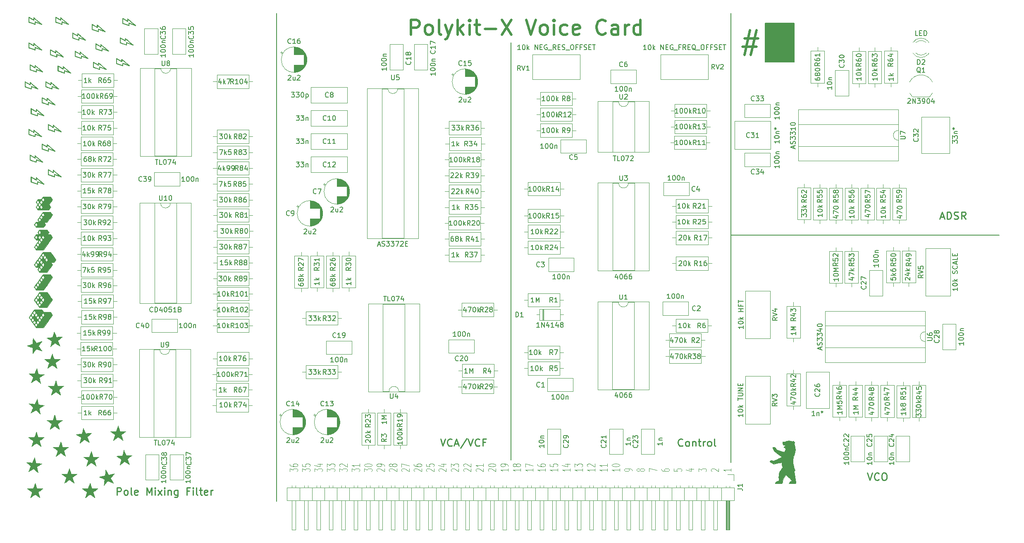
<source format=gbr>
%TF.GenerationSoftware,KiCad,Pcbnew,6.0.10-86aedd382b~118~ubuntu22.04.1*%
%TF.CreationDate,2023-01-26T20:13:08+01:00*%
%TF.ProjectId,polykit-x-voice-card,706f6c79-6b69-4742-9d78-2d766f696365,v1.0.0*%
%TF.SameCoordinates,Original*%
%TF.FileFunction,Legend,Top*%
%TF.FilePolarity,Positive*%
%FSLAX46Y46*%
G04 Gerber Fmt 4.6, Leading zero omitted, Abs format (unit mm)*
G04 Created by KiCad (PCBNEW 6.0.10-86aedd382b~118~ubuntu22.04.1) date 2023-01-26 20:13:08*
%MOMM*%
%LPD*%
G01*
G04 APERTURE LIST*
%ADD10C,0.150000*%
%ADD11C,0.125000*%
%ADD12C,0.500000*%
%ADD13C,0.250000*%
%ADD14C,0.120000*%
%ADD15C,0.010000*%
G04 APERTURE END LIST*
D10*
X102000000Y-35000000D02*
X102000000Y-135000000D01*
X202000000Y-37000000D02*
X208000000Y-37000000D01*
X208000000Y-37000000D02*
X208000000Y-45000000D01*
X208000000Y-45000000D02*
X202000000Y-45000000D01*
X202000000Y-45000000D02*
X202000000Y-37000000D01*
G36*
X202000000Y-37000000D02*
G01*
X208000000Y-37000000D01*
X208000000Y-45000000D01*
X202000000Y-45000000D01*
X202000000Y-37000000D01*
G37*
X150000000Y-41000000D02*
X150000000Y-126500000D01*
X195000000Y-35000000D02*
X195000000Y-127000000D01*
X195000000Y-80500000D02*
X250000000Y-80500000D01*
D11*
X104711875Y-128875892D02*
X104711875Y-128256845D01*
X105311875Y-128590178D01*
X105311875Y-128447321D01*
X105386875Y-128352083D01*
X105461875Y-128304464D01*
X105611875Y-128256845D01*
X105986875Y-128256845D01*
X106136875Y-128304464D01*
X106211875Y-128352083D01*
X106286875Y-128447321D01*
X106286875Y-128733035D01*
X106211875Y-128828273D01*
X106136875Y-128875892D01*
X104711875Y-127399702D02*
X104711875Y-127590178D01*
X104786875Y-127685416D01*
X104861875Y-127733035D01*
X105086875Y-127828273D01*
X105386875Y-127875892D01*
X105986875Y-127875892D01*
X106136875Y-127828273D01*
X106211875Y-127780654D01*
X106286875Y-127685416D01*
X106286875Y-127494940D01*
X106211875Y-127399702D01*
X106136875Y-127352083D01*
X105986875Y-127304464D01*
X105611875Y-127304464D01*
X105461875Y-127352083D01*
X105386875Y-127399702D01*
X105311875Y-127494940D01*
X105311875Y-127685416D01*
X105386875Y-127780654D01*
X105461875Y-127828273D01*
X105611875Y-127875892D01*
X107247625Y-128875892D02*
X107247625Y-128256845D01*
X107847625Y-128590178D01*
X107847625Y-128447321D01*
X107922625Y-128352083D01*
X107997625Y-128304464D01*
X108147625Y-128256845D01*
X108522625Y-128256845D01*
X108672625Y-128304464D01*
X108747625Y-128352083D01*
X108822625Y-128447321D01*
X108822625Y-128733035D01*
X108747625Y-128828273D01*
X108672625Y-128875892D01*
X107247625Y-127352083D02*
X107247625Y-127828273D01*
X107997625Y-127875892D01*
X107922625Y-127828273D01*
X107847625Y-127733035D01*
X107847625Y-127494940D01*
X107922625Y-127399702D01*
X107997625Y-127352083D01*
X108147625Y-127304464D01*
X108522625Y-127304464D01*
X108672625Y-127352083D01*
X108747625Y-127399702D01*
X108822625Y-127494940D01*
X108822625Y-127733035D01*
X108747625Y-127828273D01*
X108672625Y-127875892D01*
X109783375Y-128875892D02*
X109783375Y-128256845D01*
X110383375Y-128590178D01*
X110383375Y-128447321D01*
X110458375Y-128352083D01*
X110533375Y-128304464D01*
X110683375Y-128256845D01*
X111058375Y-128256845D01*
X111208375Y-128304464D01*
X111283375Y-128352083D01*
X111358375Y-128447321D01*
X111358375Y-128733035D01*
X111283375Y-128828273D01*
X111208375Y-128875892D01*
X110308375Y-127399702D02*
X111358375Y-127399702D01*
X109708375Y-127637797D02*
X110833375Y-127875892D01*
X110833375Y-127256845D01*
X112319125Y-128875892D02*
X112319125Y-128256845D01*
X112919125Y-128590178D01*
X112919125Y-128447321D01*
X112994125Y-128352083D01*
X113069125Y-128304464D01*
X113219125Y-128256845D01*
X113594125Y-128256845D01*
X113744125Y-128304464D01*
X113819125Y-128352083D01*
X113894125Y-128447321D01*
X113894125Y-128733035D01*
X113819125Y-128828273D01*
X113744125Y-128875892D01*
X112319125Y-127923511D02*
X112319125Y-127304464D01*
X112919125Y-127637797D01*
X112919125Y-127494940D01*
X112994125Y-127399702D01*
X113069125Y-127352083D01*
X113219125Y-127304464D01*
X113594125Y-127304464D01*
X113744125Y-127352083D01*
X113819125Y-127399702D01*
X113894125Y-127494940D01*
X113894125Y-127780654D01*
X113819125Y-127875892D01*
X113744125Y-127923511D01*
X114854875Y-128875892D02*
X114854875Y-128256845D01*
X115454875Y-128590178D01*
X115454875Y-128447321D01*
X115529875Y-128352083D01*
X115604875Y-128304464D01*
X115754875Y-128256845D01*
X116129875Y-128256845D01*
X116279875Y-128304464D01*
X116354875Y-128352083D01*
X116429875Y-128447321D01*
X116429875Y-128733035D01*
X116354875Y-128828273D01*
X116279875Y-128875892D01*
X115004875Y-127875892D02*
X114929875Y-127828273D01*
X114854875Y-127733035D01*
X114854875Y-127494940D01*
X114929875Y-127399702D01*
X115004875Y-127352083D01*
X115154875Y-127304464D01*
X115304875Y-127304464D01*
X115529875Y-127352083D01*
X116429875Y-127923511D01*
X116429875Y-127304464D01*
X117390625Y-128875892D02*
X117390625Y-128256845D01*
X117990625Y-128590178D01*
X117990625Y-128447321D01*
X118065625Y-128352083D01*
X118140625Y-128304464D01*
X118290625Y-128256845D01*
X118665625Y-128256845D01*
X118815625Y-128304464D01*
X118890625Y-128352083D01*
X118965625Y-128447321D01*
X118965625Y-128733035D01*
X118890625Y-128828273D01*
X118815625Y-128875892D01*
X118965625Y-127304464D02*
X118965625Y-127875892D01*
X118965625Y-127590178D02*
X117390625Y-127590178D01*
X117615625Y-127685416D01*
X117765625Y-127780654D01*
X117840625Y-127875892D01*
X119926375Y-128875892D02*
X119926375Y-128256845D01*
X120526375Y-128590178D01*
X120526375Y-128447321D01*
X120601375Y-128352083D01*
X120676375Y-128304464D01*
X120826375Y-128256845D01*
X121201375Y-128256845D01*
X121351375Y-128304464D01*
X121426375Y-128352083D01*
X121501375Y-128447321D01*
X121501375Y-128733035D01*
X121426375Y-128828273D01*
X121351375Y-128875892D01*
X119926375Y-127637797D02*
X119926375Y-127542559D01*
X120001375Y-127447321D01*
X120076375Y-127399702D01*
X120226375Y-127352083D01*
X120526375Y-127304464D01*
X120901375Y-127304464D01*
X121201375Y-127352083D01*
X121351375Y-127399702D01*
X121426375Y-127447321D01*
X121501375Y-127542559D01*
X121501375Y-127637797D01*
X121426375Y-127733035D01*
X121351375Y-127780654D01*
X121201375Y-127828273D01*
X120901375Y-127875892D01*
X120526375Y-127875892D01*
X120226375Y-127828273D01*
X120076375Y-127780654D01*
X120001375Y-127733035D01*
X119926375Y-127637797D01*
X122612125Y-128828273D02*
X122537125Y-128780654D01*
X122462125Y-128685416D01*
X122462125Y-128447321D01*
X122537125Y-128352083D01*
X122612125Y-128304464D01*
X122762125Y-128256845D01*
X122912125Y-128256845D01*
X123137125Y-128304464D01*
X124037125Y-128875892D01*
X124037125Y-128256845D01*
X124037125Y-127780654D02*
X124037125Y-127590178D01*
X123962125Y-127494940D01*
X123887125Y-127447321D01*
X123662125Y-127352083D01*
X123362125Y-127304464D01*
X122762125Y-127304464D01*
X122612125Y-127352083D01*
X122537125Y-127399702D01*
X122462125Y-127494940D01*
X122462125Y-127685416D01*
X122537125Y-127780654D01*
X122612125Y-127828273D01*
X122762125Y-127875892D01*
X123137125Y-127875892D01*
X123287125Y-127828273D01*
X123362125Y-127780654D01*
X123437125Y-127685416D01*
X123437125Y-127494940D01*
X123362125Y-127399702D01*
X123287125Y-127352083D01*
X123137125Y-127304464D01*
X125147875Y-128828273D02*
X125072875Y-128780654D01*
X124997875Y-128685416D01*
X124997875Y-128447321D01*
X125072875Y-128352083D01*
X125147875Y-128304464D01*
X125297875Y-128256845D01*
X125447875Y-128256845D01*
X125672875Y-128304464D01*
X126572875Y-128875892D01*
X126572875Y-128256845D01*
X125672875Y-127685416D02*
X125597875Y-127780654D01*
X125522875Y-127828273D01*
X125372875Y-127875892D01*
X125297875Y-127875892D01*
X125147875Y-127828273D01*
X125072875Y-127780654D01*
X124997875Y-127685416D01*
X124997875Y-127494940D01*
X125072875Y-127399702D01*
X125147875Y-127352083D01*
X125297875Y-127304464D01*
X125372875Y-127304464D01*
X125522875Y-127352083D01*
X125597875Y-127399702D01*
X125672875Y-127494940D01*
X125672875Y-127685416D01*
X125747875Y-127780654D01*
X125822875Y-127828273D01*
X125972875Y-127875892D01*
X126272875Y-127875892D01*
X126422875Y-127828273D01*
X126497875Y-127780654D01*
X126572875Y-127685416D01*
X126572875Y-127494940D01*
X126497875Y-127399702D01*
X126422875Y-127352083D01*
X126272875Y-127304464D01*
X125972875Y-127304464D01*
X125822875Y-127352083D01*
X125747875Y-127399702D01*
X125672875Y-127494940D01*
X127683625Y-128828273D02*
X127608625Y-128780654D01*
X127533625Y-128685416D01*
X127533625Y-128447321D01*
X127608625Y-128352083D01*
X127683625Y-128304464D01*
X127833625Y-128256845D01*
X127983625Y-128256845D01*
X128208625Y-128304464D01*
X129108625Y-128875892D01*
X129108625Y-128256845D01*
X127533625Y-127923511D02*
X127533625Y-127256845D01*
X129108625Y-127685416D01*
X130219375Y-128828273D02*
X130144375Y-128780654D01*
X130069375Y-128685416D01*
X130069375Y-128447321D01*
X130144375Y-128352083D01*
X130219375Y-128304464D01*
X130369375Y-128256845D01*
X130519375Y-128256845D01*
X130744375Y-128304464D01*
X131644375Y-128875892D01*
X131644375Y-128256845D01*
X130069375Y-127399702D02*
X130069375Y-127590178D01*
X130144375Y-127685416D01*
X130219375Y-127733035D01*
X130444375Y-127828273D01*
X130744375Y-127875892D01*
X131344375Y-127875892D01*
X131494375Y-127828273D01*
X131569375Y-127780654D01*
X131644375Y-127685416D01*
X131644375Y-127494940D01*
X131569375Y-127399702D01*
X131494375Y-127352083D01*
X131344375Y-127304464D01*
X130969375Y-127304464D01*
X130819375Y-127352083D01*
X130744375Y-127399702D01*
X130669375Y-127494940D01*
X130669375Y-127685416D01*
X130744375Y-127780654D01*
X130819375Y-127828273D01*
X130969375Y-127875892D01*
X132755125Y-128828273D02*
X132680125Y-128780654D01*
X132605125Y-128685416D01*
X132605125Y-128447321D01*
X132680125Y-128352083D01*
X132755125Y-128304464D01*
X132905125Y-128256845D01*
X133055125Y-128256845D01*
X133280125Y-128304464D01*
X134180125Y-128875892D01*
X134180125Y-128256845D01*
X132605125Y-127352083D02*
X132605125Y-127828273D01*
X133355125Y-127875892D01*
X133280125Y-127828273D01*
X133205125Y-127733035D01*
X133205125Y-127494940D01*
X133280125Y-127399702D01*
X133355125Y-127352083D01*
X133505125Y-127304464D01*
X133880125Y-127304464D01*
X134030125Y-127352083D01*
X134105125Y-127399702D01*
X134180125Y-127494940D01*
X134180125Y-127733035D01*
X134105125Y-127828273D01*
X134030125Y-127875892D01*
X135290875Y-128828273D02*
X135215875Y-128780654D01*
X135140875Y-128685416D01*
X135140875Y-128447321D01*
X135215875Y-128352083D01*
X135290875Y-128304464D01*
X135440875Y-128256845D01*
X135590875Y-128256845D01*
X135815875Y-128304464D01*
X136715875Y-128875892D01*
X136715875Y-128256845D01*
X135665875Y-127399702D02*
X136715875Y-127399702D01*
X135065875Y-127637797D02*
X136190875Y-127875892D01*
X136190875Y-127256845D01*
X137826625Y-128828273D02*
X137751625Y-128780654D01*
X137676625Y-128685416D01*
X137676625Y-128447321D01*
X137751625Y-128352083D01*
X137826625Y-128304464D01*
X137976625Y-128256845D01*
X138126625Y-128256845D01*
X138351625Y-128304464D01*
X139251625Y-128875892D01*
X139251625Y-128256845D01*
X137676625Y-127923511D02*
X137676625Y-127304464D01*
X138276625Y-127637797D01*
X138276625Y-127494940D01*
X138351625Y-127399702D01*
X138426625Y-127352083D01*
X138576625Y-127304464D01*
X138951625Y-127304464D01*
X139101625Y-127352083D01*
X139176625Y-127399702D01*
X139251625Y-127494940D01*
X139251625Y-127780654D01*
X139176625Y-127875892D01*
X139101625Y-127923511D01*
X140362375Y-128828273D02*
X140287375Y-128780654D01*
X140212375Y-128685416D01*
X140212375Y-128447321D01*
X140287375Y-128352083D01*
X140362375Y-128304464D01*
X140512375Y-128256845D01*
X140662375Y-128256845D01*
X140887375Y-128304464D01*
X141787375Y-128875892D01*
X141787375Y-128256845D01*
X140362375Y-127875892D02*
X140287375Y-127828273D01*
X140212375Y-127733035D01*
X140212375Y-127494940D01*
X140287375Y-127399702D01*
X140362375Y-127352083D01*
X140512375Y-127304464D01*
X140662375Y-127304464D01*
X140887375Y-127352083D01*
X141787375Y-127923511D01*
X141787375Y-127304464D01*
X142898125Y-128828273D02*
X142823125Y-128780654D01*
X142748125Y-128685416D01*
X142748125Y-128447321D01*
X142823125Y-128352083D01*
X142898125Y-128304464D01*
X143048125Y-128256845D01*
X143198125Y-128256845D01*
X143423125Y-128304464D01*
X144323125Y-128875892D01*
X144323125Y-128256845D01*
X144323125Y-127304464D02*
X144323125Y-127875892D01*
X144323125Y-127590178D02*
X142748125Y-127590178D01*
X142973125Y-127685416D01*
X143123125Y-127780654D01*
X143198125Y-127875892D01*
X145433875Y-128828273D02*
X145358875Y-128780654D01*
X145283875Y-128685416D01*
X145283875Y-128447321D01*
X145358875Y-128352083D01*
X145433875Y-128304464D01*
X145583875Y-128256845D01*
X145733875Y-128256845D01*
X145958875Y-128304464D01*
X146858875Y-128875892D01*
X146858875Y-128256845D01*
X145283875Y-127637797D02*
X145283875Y-127542559D01*
X145358875Y-127447321D01*
X145433875Y-127399702D01*
X145583875Y-127352083D01*
X145883875Y-127304464D01*
X146258875Y-127304464D01*
X146558875Y-127352083D01*
X146708875Y-127399702D01*
X146783875Y-127447321D01*
X146858875Y-127542559D01*
X146858875Y-127637797D01*
X146783875Y-127733035D01*
X146708875Y-127780654D01*
X146558875Y-127828273D01*
X146258875Y-127875892D01*
X145883875Y-127875892D01*
X145583875Y-127828273D01*
X145433875Y-127780654D01*
X145358875Y-127733035D01*
X145283875Y-127637797D01*
X149394625Y-128256845D02*
X149394625Y-128828273D01*
X149394625Y-128542559D02*
X147819625Y-128542559D01*
X148044625Y-128637797D01*
X148194625Y-128733035D01*
X148269625Y-128828273D01*
X149394625Y-127780654D02*
X149394625Y-127590178D01*
X149319625Y-127494940D01*
X149244625Y-127447321D01*
X149019625Y-127352083D01*
X148719625Y-127304464D01*
X148119625Y-127304464D01*
X147969625Y-127352083D01*
X147894625Y-127399702D01*
X147819625Y-127494940D01*
X147819625Y-127685416D01*
X147894625Y-127780654D01*
X147969625Y-127828273D01*
X148119625Y-127875892D01*
X148494625Y-127875892D01*
X148644625Y-127828273D01*
X148719625Y-127780654D01*
X148794625Y-127685416D01*
X148794625Y-127494940D01*
X148719625Y-127399702D01*
X148644625Y-127352083D01*
X148494625Y-127304464D01*
X151930375Y-128256845D02*
X151930375Y-128828273D01*
X151930375Y-128542559D02*
X150355375Y-128542559D01*
X150580375Y-128637797D01*
X150730375Y-128733035D01*
X150805375Y-128828273D01*
X151030375Y-127685416D02*
X150955375Y-127780654D01*
X150880375Y-127828273D01*
X150730375Y-127875892D01*
X150655375Y-127875892D01*
X150505375Y-127828273D01*
X150430375Y-127780654D01*
X150355375Y-127685416D01*
X150355375Y-127494940D01*
X150430375Y-127399702D01*
X150505375Y-127352083D01*
X150655375Y-127304464D01*
X150730375Y-127304464D01*
X150880375Y-127352083D01*
X150955375Y-127399702D01*
X151030375Y-127494940D01*
X151030375Y-127685416D01*
X151105375Y-127780654D01*
X151180375Y-127828273D01*
X151330375Y-127875892D01*
X151630375Y-127875892D01*
X151780375Y-127828273D01*
X151855375Y-127780654D01*
X151930375Y-127685416D01*
X151930375Y-127494940D01*
X151855375Y-127399702D01*
X151780375Y-127352083D01*
X151630375Y-127304464D01*
X151330375Y-127304464D01*
X151180375Y-127352083D01*
X151105375Y-127399702D01*
X151030375Y-127494940D01*
X154466125Y-128256845D02*
X154466125Y-128828273D01*
X154466125Y-128542559D02*
X152891125Y-128542559D01*
X153116125Y-128637797D01*
X153266125Y-128733035D01*
X153341125Y-128828273D01*
X152891125Y-127923511D02*
X152891125Y-127256845D01*
X154466125Y-127685416D01*
X157001875Y-128256845D02*
X157001875Y-128828273D01*
X157001875Y-128542559D02*
X155426875Y-128542559D01*
X155651875Y-128637797D01*
X155801875Y-128733035D01*
X155876875Y-128828273D01*
X155426875Y-127399702D02*
X155426875Y-127590178D01*
X155501875Y-127685416D01*
X155576875Y-127733035D01*
X155801875Y-127828273D01*
X156101875Y-127875892D01*
X156701875Y-127875892D01*
X156851875Y-127828273D01*
X156926875Y-127780654D01*
X157001875Y-127685416D01*
X157001875Y-127494940D01*
X156926875Y-127399702D01*
X156851875Y-127352083D01*
X156701875Y-127304464D01*
X156326875Y-127304464D01*
X156176875Y-127352083D01*
X156101875Y-127399702D01*
X156026875Y-127494940D01*
X156026875Y-127685416D01*
X156101875Y-127780654D01*
X156176875Y-127828273D01*
X156326875Y-127875892D01*
X159537625Y-128256845D02*
X159537625Y-128828273D01*
X159537625Y-128542559D02*
X157962625Y-128542559D01*
X158187625Y-128637797D01*
X158337625Y-128733035D01*
X158412625Y-128828273D01*
X157962625Y-127352083D02*
X157962625Y-127828273D01*
X158712625Y-127875892D01*
X158637625Y-127828273D01*
X158562625Y-127733035D01*
X158562625Y-127494940D01*
X158637625Y-127399702D01*
X158712625Y-127352083D01*
X158862625Y-127304464D01*
X159237625Y-127304464D01*
X159387625Y-127352083D01*
X159462625Y-127399702D01*
X159537625Y-127494940D01*
X159537625Y-127733035D01*
X159462625Y-127828273D01*
X159387625Y-127875892D01*
X162073375Y-128256845D02*
X162073375Y-128828273D01*
X162073375Y-128542559D02*
X160498375Y-128542559D01*
X160723375Y-128637797D01*
X160873375Y-128733035D01*
X160948375Y-128828273D01*
X161023375Y-127399702D02*
X162073375Y-127399702D01*
X160423375Y-127637797D02*
X161548375Y-127875892D01*
X161548375Y-127256845D01*
X164609125Y-128256845D02*
X164609125Y-128828273D01*
X164609125Y-128542559D02*
X163034125Y-128542559D01*
X163259125Y-128637797D01*
X163409125Y-128733035D01*
X163484125Y-128828273D01*
X163034125Y-127923511D02*
X163034125Y-127304464D01*
X163634125Y-127637797D01*
X163634125Y-127494940D01*
X163709125Y-127399702D01*
X163784125Y-127352083D01*
X163934125Y-127304464D01*
X164309125Y-127304464D01*
X164459125Y-127352083D01*
X164534125Y-127399702D01*
X164609125Y-127494940D01*
X164609125Y-127780654D01*
X164534125Y-127875892D01*
X164459125Y-127923511D01*
X167144875Y-128256845D02*
X167144875Y-128828273D01*
X167144875Y-128542559D02*
X165569875Y-128542559D01*
X165794875Y-128637797D01*
X165944875Y-128733035D01*
X166019875Y-128828273D01*
X165719875Y-127875892D02*
X165644875Y-127828273D01*
X165569875Y-127733035D01*
X165569875Y-127494940D01*
X165644875Y-127399702D01*
X165719875Y-127352083D01*
X165869875Y-127304464D01*
X166019875Y-127304464D01*
X166244875Y-127352083D01*
X167144875Y-127923511D01*
X167144875Y-127304464D01*
X169680625Y-128256845D02*
X169680625Y-128828273D01*
X169680625Y-128542559D02*
X168105625Y-128542559D01*
X168330625Y-128637797D01*
X168480625Y-128733035D01*
X168555625Y-128828273D01*
X169680625Y-127304464D02*
X169680625Y-127875892D01*
X169680625Y-127590178D02*
X168105625Y-127590178D01*
X168330625Y-127685416D01*
X168480625Y-127780654D01*
X168555625Y-127875892D01*
X172216375Y-128256845D02*
X172216375Y-128828273D01*
X172216375Y-128542559D02*
X170641375Y-128542559D01*
X170866375Y-128637797D01*
X171016375Y-128733035D01*
X171091375Y-128828273D01*
X170641375Y-127637797D02*
X170641375Y-127542559D01*
X170716375Y-127447321D01*
X170791375Y-127399702D01*
X170941375Y-127352083D01*
X171241375Y-127304464D01*
X171616375Y-127304464D01*
X171916375Y-127352083D01*
X172066375Y-127399702D01*
X172141375Y-127447321D01*
X172216375Y-127542559D01*
X172216375Y-127637797D01*
X172141375Y-127733035D01*
X172066375Y-127780654D01*
X171916375Y-127828273D01*
X171616375Y-127875892D01*
X171241375Y-127875892D01*
X170941375Y-127828273D01*
X170791375Y-127780654D01*
X170716375Y-127733035D01*
X170641375Y-127637797D01*
X174752125Y-128733035D02*
X174752125Y-128542559D01*
X174677125Y-128447321D01*
X174602125Y-128399702D01*
X174377125Y-128304464D01*
X174077125Y-128256845D01*
X173477125Y-128256845D01*
X173327125Y-128304464D01*
X173252125Y-128352083D01*
X173177125Y-128447321D01*
X173177125Y-128637797D01*
X173252125Y-128733035D01*
X173327125Y-128780654D01*
X173477125Y-128828273D01*
X173852125Y-128828273D01*
X174002125Y-128780654D01*
X174077125Y-128733035D01*
X174152125Y-128637797D01*
X174152125Y-128447321D01*
X174077125Y-128352083D01*
X174002125Y-128304464D01*
X173852125Y-128256845D01*
X176387875Y-128637797D02*
X176312875Y-128733035D01*
X176237875Y-128780654D01*
X176087875Y-128828273D01*
X176012875Y-128828273D01*
X175862875Y-128780654D01*
X175787875Y-128733035D01*
X175712875Y-128637797D01*
X175712875Y-128447321D01*
X175787875Y-128352083D01*
X175862875Y-128304464D01*
X176012875Y-128256845D01*
X176087875Y-128256845D01*
X176237875Y-128304464D01*
X176312875Y-128352083D01*
X176387875Y-128447321D01*
X176387875Y-128637797D01*
X176462875Y-128733035D01*
X176537875Y-128780654D01*
X176687875Y-128828273D01*
X176987875Y-128828273D01*
X177137875Y-128780654D01*
X177212875Y-128733035D01*
X177287875Y-128637797D01*
X177287875Y-128447321D01*
X177212875Y-128352083D01*
X177137875Y-128304464D01*
X176987875Y-128256845D01*
X176687875Y-128256845D01*
X176537875Y-128304464D01*
X176462875Y-128352083D01*
X176387875Y-128447321D01*
X178248625Y-128875892D02*
X178248625Y-128209226D01*
X179823625Y-128637797D01*
X180784375Y-128352083D02*
X180784375Y-128542559D01*
X180859375Y-128637797D01*
X180934375Y-128685416D01*
X181159375Y-128780654D01*
X181459375Y-128828273D01*
X182059375Y-128828273D01*
X182209375Y-128780654D01*
X182284375Y-128733035D01*
X182359375Y-128637797D01*
X182359375Y-128447321D01*
X182284375Y-128352083D01*
X182209375Y-128304464D01*
X182059375Y-128256845D01*
X181684375Y-128256845D01*
X181534375Y-128304464D01*
X181459375Y-128352083D01*
X181384375Y-128447321D01*
X181384375Y-128637797D01*
X181459375Y-128733035D01*
X181534375Y-128780654D01*
X181684375Y-128828273D01*
X183320125Y-128304464D02*
X183320125Y-128780654D01*
X184070125Y-128828273D01*
X183995125Y-128780654D01*
X183920125Y-128685416D01*
X183920125Y-128447321D01*
X183995125Y-128352083D01*
X184070125Y-128304464D01*
X184220125Y-128256845D01*
X184595125Y-128256845D01*
X184745125Y-128304464D01*
X184820125Y-128352083D01*
X184895125Y-128447321D01*
X184895125Y-128685416D01*
X184820125Y-128780654D01*
X184745125Y-128828273D01*
X186380875Y-128352083D02*
X187430875Y-128352083D01*
X185780875Y-128590178D02*
X186905875Y-128828273D01*
X186905875Y-128209226D01*
X188391625Y-128875892D02*
X188391625Y-128256845D01*
X188991625Y-128590178D01*
X188991625Y-128447321D01*
X189066625Y-128352083D01*
X189141625Y-128304464D01*
X189291625Y-128256845D01*
X189666625Y-128256845D01*
X189816625Y-128304464D01*
X189891625Y-128352083D01*
X189966625Y-128447321D01*
X189966625Y-128733035D01*
X189891625Y-128828273D01*
X189816625Y-128875892D01*
X191077375Y-128828273D02*
X191002375Y-128780654D01*
X190927375Y-128685416D01*
X190927375Y-128447321D01*
X191002375Y-128352083D01*
X191077375Y-128304464D01*
X191227375Y-128256845D01*
X191377375Y-128256845D01*
X191602375Y-128304464D01*
X192502375Y-128875892D01*
X192502375Y-128256845D01*
X195038125Y-128256845D02*
X195038125Y-128828273D01*
X195038125Y-128542559D02*
X193463125Y-128542559D01*
X193688125Y-128637797D01*
X193838125Y-128733035D01*
X193913125Y-128828273D01*
D12*
X129500000Y-39357142D02*
X129500000Y-36357142D01*
X130642857Y-36357142D01*
X130928571Y-36500000D01*
X131071428Y-36642857D01*
X131214285Y-36928571D01*
X131214285Y-37357142D01*
X131071428Y-37642857D01*
X130928571Y-37785714D01*
X130642857Y-37928571D01*
X129500000Y-37928571D01*
X132928571Y-39357142D02*
X132642857Y-39214285D01*
X132500000Y-39071428D01*
X132357142Y-38785714D01*
X132357142Y-37928571D01*
X132500000Y-37642857D01*
X132642857Y-37500000D01*
X132928571Y-37357142D01*
X133357142Y-37357142D01*
X133642857Y-37500000D01*
X133785714Y-37642857D01*
X133928571Y-37928571D01*
X133928571Y-38785714D01*
X133785714Y-39071428D01*
X133642857Y-39214285D01*
X133357142Y-39357142D01*
X132928571Y-39357142D01*
X135642857Y-39357142D02*
X135357142Y-39214285D01*
X135214285Y-38928571D01*
X135214285Y-36357142D01*
X136500000Y-37357142D02*
X137214285Y-39357142D01*
X137928571Y-37357142D02*
X137214285Y-39357142D01*
X136928571Y-40071428D01*
X136785714Y-40214285D01*
X136500000Y-40357142D01*
X139071428Y-39357142D02*
X139071428Y-36357142D01*
X139357142Y-38214285D02*
X140214285Y-39357142D01*
X140214285Y-37357142D02*
X139071428Y-38500000D01*
X141500000Y-39357142D02*
X141500000Y-37357142D01*
X141500000Y-36357142D02*
X141357142Y-36500000D01*
X141500000Y-36642857D01*
X141642857Y-36500000D01*
X141500000Y-36357142D01*
X141500000Y-36642857D01*
X142500000Y-37357142D02*
X143642857Y-37357142D01*
X142928571Y-36357142D02*
X142928571Y-38928571D01*
X143071428Y-39214285D01*
X143357142Y-39357142D01*
X143642857Y-39357142D01*
X144642857Y-38214285D02*
X146928571Y-38214285D01*
X148071428Y-36357142D02*
X150071428Y-39357142D01*
X150071428Y-36357142D02*
X148071428Y-39357142D01*
X153071428Y-36357142D02*
X154071428Y-39357142D01*
X155071428Y-36357142D01*
X156500000Y-39357142D02*
X156214285Y-39214285D01*
X156071428Y-39071428D01*
X155928571Y-38785714D01*
X155928571Y-37928571D01*
X156071428Y-37642857D01*
X156214285Y-37500000D01*
X156500000Y-37357142D01*
X156928571Y-37357142D01*
X157214285Y-37500000D01*
X157357142Y-37642857D01*
X157500000Y-37928571D01*
X157500000Y-38785714D01*
X157357142Y-39071428D01*
X157214285Y-39214285D01*
X156928571Y-39357142D01*
X156500000Y-39357142D01*
X158785714Y-39357142D02*
X158785714Y-37357142D01*
X158785714Y-36357142D02*
X158642857Y-36500000D01*
X158785714Y-36642857D01*
X158928571Y-36500000D01*
X158785714Y-36357142D01*
X158785714Y-36642857D01*
X161500000Y-39214285D02*
X161214285Y-39357142D01*
X160642857Y-39357142D01*
X160357142Y-39214285D01*
X160214285Y-39071428D01*
X160071428Y-38785714D01*
X160071428Y-37928571D01*
X160214285Y-37642857D01*
X160357142Y-37500000D01*
X160642857Y-37357142D01*
X161214285Y-37357142D01*
X161500000Y-37500000D01*
X163928571Y-39214285D02*
X163642857Y-39357142D01*
X163071428Y-39357142D01*
X162785714Y-39214285D01*
X162642857Y-38928571D01*
X162642857Y-37785714D01*
X162785714Y-37500000D01*
X163071428Y-37357142D01*
X163642857Y-37357142D01*
X163928571Y-37500000D01*
X164071428Y-37785714D01*
X164071428Y-38071428D01*
X162642857Y-38357142D01*
X169357142Y-39071428D02*
X169214285Y-39214285D01*
X168785714Y-39357142D01*
X168500000Y-39357142D01*
X168071428Y-39214285D01*
X167785714Y-38928571D01*
X167642857Y-38642857D01*
X167500000Y-38071428D01*
X167500000Y-37642857D01*
X167642857Y-37071428D01*
X167785714Y-36785714D01*
X168071428Y-36500000D01*
X168500000Y-36357142D01*
X168785714Y-36357142D01*
X169214285Y-36500000D01*
X169357142Y-36642857D01*
X171928571Y-39357142D02*
X171928571Y-37785714D01*
X171785714Y-37500000D01*
X171500000Y-37357142D01*
X170928571Y-37357142D01*
X170642857Y-37500000D01*
X171928571Y-39214285D02*
X171642857Y-39357142D01*
X170928571Y-39357142D01*
X170642857Y-39214285D01*
X170500000Y-38928571D01*
X170500000Y-38642857D01*
X170642857Y-38357142D01*
X170928571Y-38214285D01*
X171642857Y-38214285D01*
X171928571Y-38071428D01*
X173357142Y-39357142D02*
X173357142Y-37357142D01*
X173357142Y-37928571D02*
X173500000Y-37642857D01*
X173642857Y-37500000D01*
X173928571Y-37357142D01*
X174214285Y-37357142D01*
X176500000Y-39357142D02*
X176500000Y-36357142D01*
X176500000Y-39214285D02*
X176214285Y-39357142D01*
X175642857Y-39357142D01*
X175357142Y-39214285D01*
X175214285Y-39071428D01*
X175071428Y-38785714D01*
X175071428Y-37928571D01*
X175214285Y-37642857D01*
X175357142Y-37500000D01*
X175642857Y-37357142D01*
X176214285Y-37357142D01*
X176500000Y-37500000D01*
D13*
X237928571Y-76750000D02*
X238642857Y-76750000D01*
X237785714Y-77178571D02*
X238285714Y-75678571D01*
X238785714Y-77178571D01*
X239285714Y-77178571D02*
X239285714Y-75678571D01*
X239642857Y-75678571D01*
X239857142Y-75750000D01*
X240000000Y-75892857D01*
X240071428Y-76035714D01*
X240142857Y-76321428D01*
X240142857Y-76535714D01*
X240071428Y-76821428D01*
X240000000Y-76964285D01*
X239857142Y-77107142D01*
X239642857Y-77178571D01*
X239285714Y-77178571D01*
X240714285Y-77107142D02*
X240928571Y-77178571D01*
X241285714Y-77178571D01*
X241428571Y-77107142D01*
X241500000Y-77035714D01*
X241571428Y-76892857D01*
X241571428Y-76750000D01*
X241500000Y-76607142D01*
X241428571Y-76535714D01*
X241285714Y-76464285D01*
X241000000Y-76392857D01*
X240857142Y-76321428D01*
X240785714Y-76250000D01*
X240714285Y-76107142D01*
X240714285Y-75964285D01*
X240785714Y-75821428D01*
X240857142Y-75750000D01*
X241000000Y-75678571D01*
X241357142Y-75678571D01*
X241571428Y-75750000D01*
X243071428Y-77178571D02*
X242571428Y-76464285D01*
X242214285Y-77178571D02*
X242214285Y-75678571D01*
X242785714Y-75678571D01*
X242928571Y-75750000D01*
X243000000Y-75821428D01*
X243071428Y-75964285D01*
X243071428Y-76178571D01*
X243000000Y-76321428D01*
X242928571Y-76392857D01*
X242785714Y-76464285D01*
X242214285Y-76464285D01*
X185142857Y-123535714D02*
X185071428Y-123607142D01*
X184857142Y-123678571D01*
X184714285Y-123678571D01*
X184500000Y-123607142D01*
X184357142Y-123464285D01*
X184285714Y-123321428D01*
X184214285Y-123035714D01*
X184214285Y-122821428D01*
X184285714Y-122535714D01*
X184357142Y-122392857D01*
X184500000Y-122250000D01*
X184714285Y-122178571D01*
X184857142Y-122178571D01*
X185071428Y-122250000D01*
X185142857Y-122321428D01*
X186000000Y-123678571D02*
X185857142Y-123607142D01*
X185785714Y-123535714D01*
X185714285Y-123392857D01*
X185714285Y-122964285D01*
X185785714Y-122821428D01*
X185857142Y-122750000D01*
X186000000Y-122678571D01*
X186214285Y-122678571D01*
X186357142Y-122750000D01*
X186428571Y-122821428D01*
X186500000Y-122964285D01*
X186500000Y-123392857D01*
X186428571Y-123535714D01*
X186357142Y-123607142D01*
X186214285Y-123678571D01*
X186000000Y-123678571D01*
X187142857Y-122678571D02*
X187142857Y-123678571D01*
X187142857Y-122821428D02*
X187214285Y-122750000D01*
X187357142Y-122678571D01*
X187571428Y-122678571D01*
X187714285Y-122750000D01*
X187785714Y-122892857D01*
X187785714Y-123678571D01*
X188285714Y-122678571D02*
X188857142Y-122678571D01*
X188500000Y-122178571D02*
X188500000Y-123464285D01*
X188571428Y-123607142D01*
X188714285Y-123678571D01*
X188857142Y-123678571D01*
X189357142Y-123678571D02*
X189357142Y-122678571D01*
X189357142Y-122964285D02*
X189428571Y-122821428D01*
X189500000Y-122750000D01*
X189642857Y-122678571D01*
X189785714Y-122678571D01*
X190500000Y-123678571D02*
X190357142Y-123607142D01*
X190285714Y-123535714D01*
X190214285Y-123392857D01*
X190214285Y-122964285D01*
X190285714Y-122821428D01*
X190357142Y-122750000D01*
X190500000Y-122678571D01*
X190714285Y-122678571D01*
X190857142Y-122750000D01*
X190928571Y-122821428D01*
X191000000Y-122964285D01*
X191000000Y-123392857D01*
X190928571Y-123535714D01*
X190857142Y-123607142D01*
X190714285Y-123678571D01*
X190500000Y-123678571D01*
X191857142Y-123678571D02*
X191714285Y-123607142D01*
X191642857Y-123464285D01*
X191642857Y-122178571D01*
X222964285Y-129178571D02*
X223464285Y-130678571D01*
X223964285Y-129178571D01*
X225321428Y-130535714D02*
X225250000Y-130607142D01*
X225035714Y-130678571D01*
X224892857Y-130678571D01*
X224678571Y-130607142D01*
X224535714Y-130464285D01*
X224464285Y-130321428D01*
X224392857Y-130035714D01*
X224392857Y-129821428D01*
X224464285Y-129535714D01*
X224535714Y-129392857D01*
X224678571Y-129250000D01*
X224892857Y-129178571D01*
X225035714Y-129178571D01*
X225250000Y-129250000D01*
X225321428Y-129321428D01*
X226250000Y-129178571D02*
X226535714Y-129178571D01*
X226678571Y-129250000D01*
X226821428Y-129392857D01*
X226892857Y-129678571D01*
X226892857Y-130178571D01*
X226821428Y-130464285D01*
X226678571Y-130607142D01*
X226535714Y-130678571D01*
X226250000Y-130678571D01*
X226107142Y-130607142D01*
X225964285Y-130464285D01*
X225892857Y-130178571D01*
X225892857Y-129678571D01*
X225964285Y-129392857D01*
X226107142Y-129250000D01*
X226250000Y-129178571D01*
X69285714Y-133678571D02*
X69285714Y-132178571D01*
X69857142Y-132178571D01*
X70000000Y-132250000D01*
X70071428Y-132321428D01*
X70142857Y-132464285D01*
X70142857Y-132678571D01*
X70071428Y-132821428D01*
X70000000Y-132892857D01*
X69857142Y-132964285D01*
X69285714Y-132964285D01*
X71000000Y-133678571D02*
X70857142Y-133607142D01*
X70785714Y-133535714D01*
X70714285Y-133392857D01*
X70714285Y-132964285D01*
X70785714Y-132821428D01*
X70857142Y-132750000D01*
X71000000Y-132678571D01*
X71214285Y-132678571D01*
X71357142Y-132750000D01*
X71428571Y-132821428D01*
X71500000Y-132964285D01*
X71500000Y-133392857D01*
X71428571Y-133535714D01*
X71357142Y-133607142D01*
X71214285Y-133678571D01*
X71000000Y-133678571D01*
X72357142Y-133678571D02*
X72214285Y-133607142D01*
X72142857Y-133464285D01*
X72142857Y-132178571D01*
X73500000Y-133607142D02*
X73357142Y-133678571D01*
X73071428Y-133678571D01*
X72928571Y-133607142D01*
X72857142Y-133464285D01*
X72857142Y-132892857D01*
X72928571Y-132750000D01*
X73071428Y-132678571D01*
X73357142Y-132678571D01*
X73500000Y-132750000D01*
X73571428Y-132892857D01*
X73571428Y-133035714D01*
X72857142Y-133178571D01*
X75357142Y-133678571D02*
X75357142Y-132178571D01*
X75857142Y-133250000D01*
X76357142Y-132178571D01*
X76357142Y-133678571D01*
X77071428Y-133678571D02*
X77071428Y-132678571D01*
X77071428Y-132178571D02*
X77000000Y-132250000D01*
X77071428Y-132321428D01*
X77142857Y-132250000D01*
X77071428Y-132178571D01*
X77071428Y-132321428D01*
X77642857Y-133678571D02*
X78428571Y-132678571D01*
X77642857Y-132678571D02*
X78428571Y-133678571D01*
X79000000Y-133678571D02*
X79000000Y-132678571D01*
X79000000Y-132178571D02*
X78928571Y-132250000D01*
X79000000Y-132321428D01*
X79071428Y-132250000D01*
X79000000Y-132178571D01*
X79000000Y-132321428D01*
X79714285Y-132678571D02*
X79714285Y-133678571D01*
X79714285Y-132821428D02*
X79785714Y-132750000D01*
X79928571Y-132678571D01*
X80142857Y-132678571D01*
X80285714Y-132750000D01*
X80357142Y-132892857D01*
X80357142Y-133678571D01*
X81714285Y-132678571D02*
X81714285Y-133892857D01*
X81642857Y-134035714D01*
X81571428Y-134107142D01*
X81428571Y-134178571D01*
X81214285Y-134178571D01*
X81071428Y-134107142D01*
X81714285Y-133607142D02*
X81571428Y-133678571D01*
X81285714Y-133678571D01*
X81142857Y-133607142D01*
X81071428Y-133535714D01*
X81000000Y-133392857D01*
X81000000Y-132964285D01*
X81071428Y-132821428D01*
X81142857Y-132750000D01*
X81285714Y-132678571D01*
X81571428Y-132678571D01*
X81714285Y-132750000D01*
X84071428Y-132892857D02*
X83571428Y-132892857D01*
X83571428Y-133678571D02*
X83571428Y-132178571D01*
X84285714Y-132178571D01*
X84857142Y-133678571D02*
X84857142Y-132678571D01*
X84857142Y-132178571D02*
X84785714Y-132250000D01*
X84857142Y-132321428D01*
X84928571Y-132250000D01*
X84857142Y-132178571D01*
X84857142Y-132321428D01*
X85785714Y-133678571D02*
X85642857Y-133607142D01*
X85571428Y-133464285D01*
X85571428Y-132178571D01*
X86142857Y-132678571D02*
X86714285Y-132678571D01*
X86357142Y-132178571D02*
X86357142Y-133464285D01*
X86428571Y-133607142D01*
X86571428Y-133678571D01*
X86714285Y-133678571D01*
X87785714Y-133607142D02*
X87642857Y-133678571D01*
X87357142Y-133678571D01*
X87214285Y-133607142D01*
X87142857Y-133464285D01*
X87142857Y-132892857D01*
X87214285Y-132750000D01*
X87357142Y-132678571D01*
X87642857Y-132678571D01*
X87785714Y-132750000D01*
X87857142Y-132892857D01*
X87857142Y-133035714D01*
X87142857Y-133178571D01*
X88500000Y-133678571D02*
X88500000Y-132678571D01*
X88500000Y-132964285D02*
X88571428Y-132821428D01*
X88642857Y-132750000D01*
X88785714Y-132678571D01*
X88928571Y-132678571D01*
X135535714Y-122178571D02*
X136035714Y-123678571D01*
X136535714Y-122178571D01*
X137892857Y-123535714D02*
X137821428Y-123607142D01*
X137607142Y-123678571D01*
X137464285Y-123678571D01*
X137250000Y-123607142D01*
X137107142Y-123464285D01*
X137035714Y-123321428D01*
X136964285Y-123035714D01*
X136964285Y-122821428D01*
X137035714Y-122535714D01*
X137107142Y-122392857D01*
X137250000Y-122250000D01*
X137464285Y-122178571D01*
X137607142Y-122178571D01*
X137821428Y-122250000D01*
X137892857Y-122321428D01*
X138464285Y-123250000D02*
X139178571Y-123250000D01*
X138321428Y-123678571D02*
X138821428Y-122178571D01*
X139321428Y-123678571D01*
X140892857Y-122107142D02*
X139607142Y-124035714D01*
X141178571Y-122178571D02*
X141678571Y-123678571D01*
X142178571Y-122178571D01*
X143535714Y-123535714D02*
X143464285Y-123607142D01*
X143250000Y-123678571D01*
X143107142Y-123678571D01*
X142892857Y-123607142D01*
X142750000Y-123464285D01*
X142678571Y-123321428D01*
X142607142Y-123035714D01*
X142607142Y-122821428D01*
X142678571Y-122535714D01*
X142750000Y-122392857D01*
X142892857Y-122250000D01*
X143107142Y-122178571D01*
X143250000Y-122178571D01*
X143464285Y-122250000D01*
X143535714Y-122321428D01*
X144678571Y-122892857D02*
X144178571Y-122892857D01*
X144178571Y-123678571D02*
X144178571Y-122178571D01*
X144892857Y-122178571D01*
D12*
X197761904Y-40142857D02*
X200619047Y-40142857D01*
X198904761Y-38428571D02*
X197761904Y-43571428D01*
X200238095Y-41857142D02*
X197380952Y-41857142D01*
X199095238Y-43571428D02*
X200238095Y-38428571D01*
D10*
%TO.C,C31*%
X198807142Y-60357142D02*
X198759523Y-60404761D01*
X198616666Y-60452380D01*
X198521428Y-60452380D01*
X198378571Y-60404761D01*
X198283333Y-60309523D01*
X198235714Y-60214285D01*
X198188095Y-60023809D01*
X198188095Y-59880952D01*
X198235714Y-59690476D01*
X198283333Y-59595238D01*
X198378571Y-59500000D01*
X198521428Y-59452380D01*
X198616666Y-59452380D01*
X198759523Y-59500000D01*
X198807142Y-59547619D01*
X199140476Y-59452380D02*
X199759523Y-59452380D01*
X199426190Y-59833333D01*
X199569047Y-59833333D01*
X199664285Y-59880952D01*
X199711904Y-59928571D01*
X199759523Y-60023809D01*
X199759523Y-60261904D01*
X199711904Y-60357142D01*
X199664285Y-60404761D01*
X199569047Y-60452380D01*
X199283333Y-60452380D01*
X199188095Y-60404761D01*
X199140476Y-60357142D01*
X200711904Y-60452380D02*
X200140476Y-60452380D01*
X200426190Y-60452380D02*
X200426190Y-59452380D01*
X200330952Y-59595238D01*
X200235714Y-59690476D01*
X200140476Y-59738095D01*
X204902380Y-61023809D02*
X204902380Y-61595238D01*
X204902380Y-61309523D02*
X203902380Y-61309523D01*
X204045238Y-61404761D01*
X204140476Y-61500000D01*
X204188095Y-61595238D01*
X203902380Y-60404761D02*
X203902380Y-60309523D01*
X203950000Y-60214285D01*
X203997619Y-60166666D01*
X204092857Y-60119047D01*
X204283333Y-60071428D01*
X204521428Y-60071428D01*
X204711904Y-60119047D01*
X204807142Y-60166666D01*
X204854761Y-60214285D01*
X204902380Y-60309523D01*
X204902380Y-60404761D01*
X204854761Y-60500000D01*
X204807142Y-60547619D01*
X204711904Y-60595238D01*
X204521428Y-60642857D01*
X204283333Y-60642857D01*
X204092857Y-60595238D01*
X203997619Y-60547619D01*
X203950000Y-60500000D01*
X203902380Y-60404761D01*
X204235714Y-59642857D02*
X204902380Y-59642857D01*
X204330952Y-59642857D02*
X204283333Y-59595238D01*
X204235714Y-59500000D01*
X204235714Y-59357142D01*
X204283333Y-59261904D01*
X204378571Y-59214285D01*
X204902380Y-59214285D01*
X203902380Y-58595238D02*
X204140476Y-58595238D01*
X204045238Y-58833333D02*
X204140476Y-58595238D01*
X204045238Y-58357142D01*
X204330952Y-58738095D02*
X204140476Y-58595238D01*
X204330952Y-58452380D01*
%TO.C,R38*%
X186857142Y-105752380D02*
X186523809Y-105276190D01*
X186285714Y-105752380D02*
X186285714Y-104752380D01*
X186666666Y-104752380D01*
X186761904Y-104800000D01*
X186809523Y-104847619D01*
X186857142Y-104942857D01*
X186857142Y-105085714D01*
X186809523Y-105180952D01*
X186761904Y-105228571D01*
X186666666Y-105276190D01*
X186285714Y-105276190D01*
X187190476Y-104752380D02*
X187809523Y-104752380D01*
X187476190Y-105133333D01*
X187619047Y-105133333D01*
X187714285Y-105180952D01*
X187761904Y-105228571D01*
X187809523Y-105323809D01*
X187809523Y-105561904D01*
X187761904Y-105657142D01*
X187714285Y-105704761D01*
X187619047Y-105752380D01*
X187333333Y-105752380D01*
X187238095Y-105704761D01*
X187190476Y-105657142D01*
X188380952Y-105180952D02*
X188285714Y-105133333D01*
X188238095Y-105085714D01*
X188190476Y-104990476D01*
X188190476Y-104942857D01*
X188238095Y-104847619D01*
X188285714Y-104800000D01*
X188380952Y-104752380D01*
X188571428Y-104752380D01*
X188666666Y-104800000D01*
X188714285Y-104847619D01*
X188761904Y-104942857D01*
X188761904Y-104990476D01*
X188714285Y-105085714D01*
X188666666Y-105133333D01*
X188571428Y-105180952D01*
X188380952Y-105180952D01*
X188285714Y-105228571D01*
X188238095Y-105276190D01*
X188190476Y-105371428D01*
X188190476Y-105561904D01*
X188238095Y-105657142D01*
X188285714Y-105704761D01*
X188380952Y-105752380D01*
X188571428Y-105752380D01*
X188666666Y-105704761D01*
X188714285Y-105657142D01*
X188761904Y-105561904D01*
X188761904Y-105371428D01*
X188714285Y-105276190D01*
X188666666Y-105228571D01*
X188571428Y-105180952D01*
X183133333Y-105085714D02*
X183133333Y-105752380D01*
X182895238Y-104704761D02*
X182657142Y-105419047D01*
X183276190Y-105419047D01*
X183561904Y-104752380D02*
X184228571Y-104752380D01*
X183800000Y-105752380D01*
X184800000Y-104752380D02*
X184895238Y-104752380D01*
X184990476Y-104800000D01*
X185038095Y-104847619D01*
X185085714Y-104942857D01*
X185133333Y-105133333D01*
X185133333Y-105371428D01*
X185085714Y-105561904D01*
X185038095Y-105657142D01*
X184990476Y-105704761D01*
X184895238Y-105752380D01*
X184800000Y-105752380D01*
X184704761Y-105704761D01*
X184657142Y-105657142D01*
X184609523Y-105561904D01*
X184561904Y-105371428D01*
X184561904Y-105133333D01*
X184609523Y-104942857D01*
X184657142Y-104847619D01*
X184704761Y-104800000D01*
X184800000Y-104752380D01*
X185561904Y-105752380D02*
X185561904Y-104752380D01*
X185657142Y-105371428D02*
X185942857Y-105752380D01*
X185942857Y-105085714D02*
X185561904Y-105466666D01*
%TO.C,R92*%
X66057142Y-78327380D02*
X65723809Y-77851190D01*
X65485714Y-78327380D02*
X65485714Y-77327380D01*
X65866666Y-77327380D01*
X65961904Y-77375000D01*
X66009523Y-77422619D01*
X66057142Y-77517857D01*
X66057142Y-77660714D01*
X66009523Y-77755952D01*
X65961904Y-77803571D01*
X65866666Y-77851190D01*
X65485714Y-77851190D01*
X66533333Y-78327380D02*
X66723809Y-78327380D01*
X66819047Y-78279761D01*
X66866666Y-78232142D01*
X66961904Y-78089285D01*
X67009523Y-77898809D01*
X67009523Y-77517857D01*
X66961904Y-77422619D01*
X66914285Y-77375000D01*
X66819047Y-77327380D01*
X66628571Y-77327380D01*
X66533333Y-77375000D01*
X66485714Y-77422619D01*
X66438095Y-77517857D01*
X66438095Y-77755952D01*
X66485714Y-77851190D01*
X66533333Y-77898809D01*
X66628571Y-77946428D01*
X66819047Y-77946428D01*
X66914285Y-77898809D01*
X66961904Y-77851190D01*
X67009523Y-77755952D01*
X67390476Y-77422619D02*
X67438095Y-77375000D01*
X67533333Y-77327380D01*
X67771428Y-77327380D01*
X67866666Y-77375000D01*
X67914285Y-77422619D01*
X67961904Y-77517857D01*
X67961904Y-77613095D01*
X67914285Y-77755952D01*
X67342857Y-78327380D01*
X67961904Y-78327380D01*
X62485714Y-77327380D02*
X63104761Y-77327380D01*
X62771428Y-77708333D01*
X62914285Y-77708333D01*
X63009523Y-77755952D01*
X63057142Y-77803571D01*
X63104761Y-77898809D01*
X63104761Y-78136904D01*
X63057142Y-78232142D01*
X63009523Y-78279761D01*
X62914285Y-78327380D01*
X62628571Y-78327380D01*
X62533333Y-78279761D01*
X62485714Y-78232142D01*
X63723809Y-77327380D02*
X63819047Y-77327380D01*
X63914285Y-77375000D01*
X63961904Y-77422619D01*
X64009523Y-77517857D01*
X64057142Y-77708333D01*
X64057142Y-77946428D01*
X64009523Y-78136904D01*
X63961904Y-78232142D01*
X63914285Y-78279761D01*
X63819047Y-78327380D01*
X63723809Y-78327380D01*
X63628571Y-78279761D01*
X63580952Y-78232142D01*
X63533333Y-78136904D01*
X63485714Y-77946428D01*
X63485714Y-77708333D01*
X63533333Y-77517857D01*
X63580952Y-77422619D01*
X63628571Y-77375000D01*
X63723809Y-77327380D01*
X64485714Y-78327380D02*
X64485714Y-77327380D01*
X64580952Y-77946428D02*
X64866666Y-78327380D01*
X64866666Y-77660714D02*
X64485714Y-78041666D01*
%TO.C,R103*%
X93210952Y-99452380D02*
X92877619Y-98976190D01*
X92639523Y-99452380D02*
X92639523Y-98452380D01*
X93020476Y-98452380D01*
X93115714Y-98500000D01*
X93163333Y-98547619D01*
X93210952Y-98642857D01*
X93210952Y-98785714D01*
X93163333Y-98880952D01*
X93115714Y-98928571D01*
X93020476Y-98976190D01*
X92639523Y-98976190D01*
X94163333Y-99452380D02*
X93591904Y-99452380D01*
X93877619Y-99452380D02*
X93877619Y-98452380D01*
X93782380Y-98595238D01*
X93687142Y-98690476D01*
X93591904Y-98738095D01*
X94782380Y-98452380D02*
X94877619Y-98452380D01*
X94972857Y-98500000D01*
X95020476Y-98547619D01*
X95068095Y-98642857D01*
X95115714Y-98833333D01*
X95115714Y-99071428D01*
X95068095Y-99261904D01*
X95020476Y-99357142D01*
X94972857Y-99404761D01*
X94877619Y-99452380D01*
X94782380Y-99452380D01*
X94687142Y-99404761D01*
X94639523Y-99357142D01*
X94591904Y-99261904D01*
X94544285Y-99071428D01*
X94544285Y-98833333D01*
X94591904Y-98642857D01*
X94639523Y-98547619D01*
X94687142Y-98500000D01*
X94782380Y-98452380D01*
X95449047Y-98452380D02*
X96068095Y-98452380D01*
X95734761Y-98833333D01*
X95877619Y-98833333D01*
X95972857Y-98880952D01*
X96020476Y-98928571D01*
X96068095Y-99023809D01*
X96068095Y-99261904D01*
X96020476Y-99357142D01*
X95972857Y-99404761D01*
X95877619Y-99452380D01*
X95591904Y-99452380D01*
X95496666Y-99404761D01*
X95449047Y-99357142D01*
X90484761Y-99452380D02*
X89913333Y-99452380D01*
X90199047Y-99452380D02*
X90199047Y-98452380D01*
X90103809Y-98595238D01*
X90008571Y-98690476D01*
X89913333Y-98738095D01*
X91103809Y-98452380D02*
X91199047Y-98452380D01*
X91294285Y-98500000D01*
X91341904Y-98547619D01*
X91389523Y-98642857D01*
X91437142Y-98833333D01*
X91437142Y-99071428D01*
X91389523Y-99261904D01*
X91341904Y-99357142D01*
X91294285Y-99404761D01*
X91199047Y-99452380D01*
X91103809Y-99452380D01*
X91008571Y-99404761D01*
X90960952Y-99357142D01*
X90913333Y-99261904D01*
X90865714Y-99071428D01*
X90865714Y-98833333D01*
X90913333Y-98642857D01*
X90960952Y-98547619D01*
X91008571Y-98500000D01*
X91103809Y-98452380D01*
X91865714Y-99452380D02*
X91865714Y-98452380D01*
X91960952Y-99071428D02*
X92246666Y-99452380D01*
X92246666Y-98785714D02*
X91865714Y-99166666D01*
%TO.C,R73*%
X66277142Y-55702380D02*
X65943809Y-55226190D01*
X65705714Y-55702380D02*
X65705714Y-54702380D01*
X66086666Y-54702380D01*
X66181904Y-54750000D01*
X66229523Y-54797619D01*
X66277142Y-54892857D01*
X66277142Y-55035714D01*
X66229523Y-55130952D01*
X66181904Y-55178571D01*
X66086666Y-55226190D01*
X65705714Y-55226190D01*
X66610476Y-54702380D02*
X67277142Y-54702380D01*
X66848571Y-55702380D01*
X67562857Y-54702380D02*
X68181904Y-54702380D01*
X67848571Y-55083333D01*
X67991428Y-55083333D01*
X68086666Y-55130952D01*
X68134285Y-55178571D01*
X68181904Y-55273809D01*
X68181904Y-55511904D01*
X68134285Y-55607142D01*
X68086666Y-55654761D01*
X67991428Y-55702380D01*
X67705714Y-55702380D01*
X67610476Y-55654761D01*
X67562857Y-55607142D01*
X62824761Y-55702380D02*
X62253333Y-55702380D01*
X62539047Y-55702380D02*
X62539047Y-54702380D01*
X62443809Y-54845238D01*
X62348571Y-54940476D01*
X62253333Y-54988095D01*
X63443809Y-54702380D02*
X63539047Y-54702380D01*
X63634285Y-54750000D01*
X63681904Y-54797619D01*
X63729523Y-54892857D01*
X63777142Y-55083333D01*
X63777142Y-55321428D01*
X63729523Y-55511904D01*
X63681904Y-55607142D01*
X63634285Y-55654761D01*
X63539047Y-55702380D01*
X63443809Y-55702380D01*
X63348571Y-55654761D01*
X63300952Y-55607142D01*
X63253333Y-55511904D01*
X63205714Y-55321428D01*
X63205714Y-55083333D01*
X63253333Y-54892857D01*
X63300952Y-54797619D01*
X63348571Y-54750000D01*
X63443809Y-54702380D01*
X64205714Y-55702380D02*
X64205714Y-54702380D01*
X64300952Y-55321428D02*
X64586666Y-55702380D01*
X64586666Y-55035714D02*
X64205714Y-55416666D01*
%TO.C,R22*%
X157607142Y-80202380D02*
X157273809Y-79726190D01*
X157035714Y-80202380D02*
X157035714Y-79202380D01*
X157416666Y-79202380D01*
X157511904Y-79250000D01*
X157559523Y-79297619D01*
X157607142Y-79392857D01*
X157607142Y-79535714D01*
X157559523Y-79630952D01*
X157511904Y-79678571D01*
X157416666Y-79726190D01*
X157035714Y-79726190D01*
X157988095Y-79297619D02*
X158035714Y-79250000D01*
X158130952Y-79202380D01*
X158369047Y-79202380D01*
X158464285Y-79250000D01*
X158511904Y-79297619D01*
X158559523Y-79392857D01*
X158559523Y-79488095D01*
X158511904Y-79630952D01*
X157940476Y-80202380D01*
X158559523Y-80202380D01*
X158940476Y-79297619D02*
X158988095Y-79250000D01*
X159083333Y-79202380D01*
X159321428Y-79202380D01*
X159416666Y-79250000D01*
X159464285Y-79297619D01*
X159511904Y-79392857D01*
X159511904Y-79488095D01*
X159464285Y-79630952D01*
X158892857Y-80202380D01*
X159511904Y-80202380D01*
X154654761Y-80202380D02*
X154083333Y-80202380D01*
X154369047Y-80202380D02*
X154369047Y-79202380D01*
X154273809Y-79345238D01*
X154178571Y-79440476D01*
X154083333Y-79488095D01*
X155273809Y-79202380D02*
X155369047Y-79202380D01*
X155464285Y-79250000D01*
X155511904Y-79297619D01*
X155559523Y-79392857D01*
X155607142Y-79583333D01*
X155607142Y-79821428D01*
X155559523Y-80011904D01*
X155511904Y-80107142D01*
X155464285Y-80154761D01*
X155369047Y-80202380D01*
X155273809Y-80202380D01*
X155178571Y-80154761D01*
X155130952Y-80107142D01*
X155083333Y-80011904D01*
X155035714Y-79821428D01*
X155035714Y-79583333D01*
X155083333Y-79392857D01*
X155130952Y-79297619D01*
X155178571Y-79250000D01*
X155273809Y-79202380D01*
X156035714Y-80202380D02*
X156035714Y-79202380D01*
X156130952Y-79821428D02*
X156416666Y-80202380D01*
X156416666Y-79535714D02*
X156035714Y-79916666D01*
%TO.C,C13*%
X111652030Y-115357142D02*
X111604411Y-115404761D01*
X111461554Y-115452380D01*
X111366316Y-115452380D01*
X111223459Y-115404761D01*
X111128221Y-115309523D01*
X111080602Y-115214285D01*
X111032983Y-115023809D01*
X111032983Y-114880952D01*
X111080602Y-114690476D01*
X111128221Y-114595238D01*
X111223459Y-114500000D01*
X111366316Y-114452380D01*
X111461554Y-114452380D01*
X111604411Y-114500000D01*
X111652030Y-114547619D01*
X112604411Y-115452380D02*
X112032983Y-115452380D01*
X112318697Y-115452380D02*
X112318697Y-114452380D01*
X112223459Y-114595238D01*
X112128221Y-114690476D01*
X112032983Y-114738095D01*
X112937745Y-114452380D02*
X113556792Y-114452380D01*
X113223459Y-114833333D01*
X113366316Y-114833333D01*
X113461554Y-114880952D01*
X113509173Y-114928571D01*
X113556792Y-115023809D01*
X113556792Y-115261904D01*
X113509173Y-115357142D01*
X113461554Y-115404761D01*
X113366316Y-115452380D01*
X113080602Y-115452380D01*
X112985364Y-115404761D01*
X112937745Y-115357142D01*
X111080602Y-122047619D02*
X111128221Y-122000000D01*
X111223459Y-121952380D01*
X111461554Y-121952380D01*
X111556792Y-122000000D01*
X111604411Y-122047619D01*
X111652030Y-122142857D01*
X111652030Y-122238095D01*
X111604411Y-122380952D01*
X111032983Y-122952380D01*
X111652030Y-122952380D01*
X112509173Y-122285714D02*
X112509173Y-122952380D01*
X112080602Y-122285714D02*
X112080602Y-122809523D01*
X112128221Y-122904761D01*
X112223459Y-122952380D01*
X112366316Y-122952380D01*
X112461554Y-122904761D01*
X112509173Y-122857142D01*
X112937745Y-122047619D02*
X112985364Y-122000000D01*
X113080602Y-121952380D01*
X113318697Y-121952380D01*
X113413935Y-122000000D01*
X113461554Y-122047619D01*
X113509173Y-122142857D01*
X113509173Y-122238095D01*
X113461554Y-122380952D01*
X112890126Y-122952380D01*
X113509173Y-122952380D01*
%TO.C,R67*%
X93857142Y-112602380D02*
X93523809Y-112126190D01*
X93285714Y-112602380D02*
X93285714Y-111602380D01*
X93666666Y-111602380D01*
X93761904Y-111650000D01*
X93809523Y-111697619D01*
X93857142Y-111792857D01*
X93857142Y-111935714D01*
X93809523Y-112030952D01*
X93761904Y-112078571D01*
X93666666Y-112126190D01*
X93285714Y-112126190D01*
X94714285Y-111602380D02*
X94523809Y-111602380D01*
X94428571Y-111650000D01*
X94380952Y-111697619D01*
X94285714Y-111840476D01*
X94238095Y-112030952D01*
X94238095Y-112411904D01*
X94285714Y-112507142D01*
X94333333Y-112554761D01*
X94428571Y-112602380D01*
X94619047Y-112602380D01*
X94714285Y-112554761D01*
X94761904Y-112507142D01*
X94809523Y-112411904D01*
X94809523Y-112173809D01*
X94761904Y-112078571D01*
X94714285Y-112030952D01*
X94619047Y-111983333D01*
X94428571Y-111983333D01*
X94333333Y-112030952D01*
X94285714Y-112078571D01*
X94238095Y-112173809D01*
X95142857Y-111602380D02*
X95809523Y-111602380D01*
X95380952Y-112602380D01*
X90780952Y-112602380D02*
X90209523Y-112602380D01*
X90495238Y-112602380D02*
X90495238Y-111602380D01*
X90400000Y-111745238D01*
X90304761Y-111840476D01*
X90209523Y-111888095D01*
X91209523Y-112602380D02*
X91209523Y-111602380D01*
X91304761Y-112221428D02*
X91590476Y-112602380D01*
X91590476Y-111935714D02*
X91209523Y-112316666D01*
%TO.C,R39*%
X141437142Y-68702380D02*
X141103809Y-68226190D01*
X140865714Y-68702380D02*
X140865714Y-67702380D01*
X141246666Y-67702380D01*
X141341904Y-67750000D01*
X141389523Y-67797619D01*
X141437142Y-67892857D01*
X141437142Y-68035714D01*
X141389523Y-68130952D01*
X141341904Y-68178571D01*
X141246666Y-68226190D01*
X140865714Y-68226190D01*
X141770476Y-67702380D02*
X142389523Y-67702380D01*
X142056190Y-68083333D01*
X142199047Y-68083333D01*
X142294285Y-68130952D01*
X142341904Y-68178571D01*
X142389523Y-68273809D01*
X142389523Y-68511904D01*
X142341904Y-68607142D01*
X142294285Y-68654761D01*
X142199047Y-68702380D01*
X141913333Y-68702380D01*
X141818095Y-68654761D01*
X141770476Y-68607142D01*
X142865714Y-68702380D02*
X143056190Y-68702380D01*
X143151428Y-68654761D01*
X143199047Y-68607142D01*
X143294285Y-68464285D01*
X143341904Y-68273809D01*
X143341904Y-67892857D01*
X143294285Y-67797619D01*
X143246666Y-67750000D01*
X143151428Y-67702380D01*
X142960952Y-67702380D01*
X142865714Y-67750000D01*
X142818095Y-67797619D01*
X142770476Y-67892857D01*
X142770476Y-68130952D01*
X142818095Y-68226190D01*
X142865714Y-68273809D01*
X142960952Y-68321428D01*
X143151428Y-68321428D01*
X143246666Y-68273809D01*
X143294285Y-68226190D01*
X143341904Y-68130952D01*
X137663333Y-67797619D02*
X137710952Y-67750000D01*
X137806190Y-67702380D01*
X138044285Y-67702380D01*
X138139523Y-67750000D01*
X138187142Y-67797619D01*
X138234761Y-67892857D01*
X138234761Y-67988095D01*
X138187142Y-68130952D01*
X137615714Y-68702380D01*
X138234761Y-68702380D01*
X138615714Y-67797619D02*
X138663333Y-67750000D01*
X138758571Y-67702380D01*
X138996666Y-67702380D01*
X139091904Y-67750000D01*
X139139523Y-67797619D01*
X139187142Y-67892857D01*
X139187142Y-67988095D01*
X139139523Y-68130952D01*
X138568095Y-68702380D01*
X139187142Y-68702380D01*
X139615714Y-68702380D02*
X139615714Y-67702380D01*
X139710952Y-68321428D02*
X139996666Y-68702380D01*
X139996666Y-68035714D02*
X139615714Y-68416666D01*
%TO.C,C25*%
X223807142Y-123142857D02*
X223854761Y-123190476D01*
X223902380Y-123333333D01*
X223902380Y-123428571D01*
X223854761Y-123571428D01*
X223759523Y-123666666D01*
X223664285Y-123714285D01*
X223473809Y-123761904D01*
X223330952Y-123761904D01*
X223140476Y-123714285D01*
X223045238Y-123666666D01*
X222950000Y-123571428D01*
X222902380Y-123428571D01*
X222902380Y-123333333D01*
X222950000Y-123190476D01*
X222997619Y-123142857D01*
X222997619Y-122761904D02*
X222950000Y-122714285D01*
X222902380Y-122619047D01*
X222902380Y-122380952D01*
X222950000Y-122285714D01*
X222997619Y-122238095D01*
X223092857Y-122190476D01*
X223188095Y-122190476D01*
X223330952Y-122238095D01*
X223902380Y-122809523D01*
X223902380Y-122190476D01*
X222902380Y-121285714D02*
X222902380Y-121761904D01*
X223378571Y-121809523D01*
X223330952Y-121761904D01*
X223283333Y-121666666D01*
X223283333Y-121428571D01*
X223330952Y-121333333D01*
X223378571Y-121285714D01*
X223473809Y-121238095D01*
X223711904Y-121238095D01*
X223807142Y-121285714D01*
X223854761Y-121333333D01*
X223902380Y-121428571D01*
X223902380Y-121666666D01*
X223854761Y-121761904D01*
X223807142Y-121809523D01*
X223902380Y-126892857D02*
X223902380Y-127464285D01*
X223902380Y-127178571D02*
X222902380Y-127178571D01*
X223045238Y-127273809D01*
X223140476Y-127369047D01*
X223188095Y-127464285D01*
X222902380Y-126273809D02*
X222902380Y-126178571D01*
X222950000Y-126083333D01*
X222997619Y-126035714D01*
X223092857Y-125988095D01*
X223283333Y-125940476D01*
X223521428Y-125940476D01*
X223711904Y-125988095D01*
X223807142Y-126035714D01*
X223854761Y-126083333D01*
X223902380Y-126178571D01*
X223902380Y-126273809D01*
X223854761Y-126369047D01*
X223807142Y-126416666D01*
X223711904Y-126464285D01*
X223521428Y-126511904D01*
X223283333Y-126511904D01*
X223092857Y-126464285D01*
X222997619Y-126416666D01*
X222950000Y-126369047D01*
X222902380Y-126273809D01*
X223235714Y-125511904D02*
X223902380Y-125511904D01*
X223330952Y-125511904D02*
X223283333Y-125464285D01*
X223235714Y-125369047D01*
X223235714Y-125226190D01*
X223283333Y-125130952D01*
X223378571Y-125083333D01*
X223902380Y-125083333D01*
%TO.C,R34*%
X141097142Y-62202380D02*
X140763809Y-61726190D01*
X140525714Y-62202380D02*
X140525714Y-61202380D01*
X140906666Y-61202380D01*
X141001904Y-61250000D01*
X141049523Y-61297619D01*
X141097142Y-61392857D01*
X141097142Y-61535714D01*
X141049523Y-61630952D01*
X141001904Y-61678571D01*
X140906666Y-61726190D01*
X140525714Y-61726190D01*
X141430476Y-61202380D02*
X142049523Y-61202380D01*
X141716190Y-61583333D01*
X141859047Y-61583333D01*
X141954285Y-61630952D01*
X142001904Y-61678571D01*
X142049523Y-61773809D01*
X142049523Y-62011904D01*
X142001904Y-62107142D01*
X141954285Y-62154761D01*
X141859047Y-62202380D01*
X141573333Y-62202380D01*
X141478095Y-62154761D01*
X141430476Y-62107142D01*
X142906666Y-61535714D02*
X142906666Y-62202380D01*
X142668571Y-61154761D02*
X142430476Y-61869047D01*
X143049523Y-61869047D01*
X138460952Y-62202380D02*
X137889523Y-62202380D01*
X138175238Y-62202380D02*
X138175238Y-61202380D01*
X138080000Y-61345238D01*
X137984761Y-61440476D01*
X137889523Y-61488095D01*
X138889523Y-62202380D02*
X138889523Y-61202380D01*
X138984761Y-61821428D02*
X139270476Y-62202380D01*
X139270476Y-61535714D02*
X138889523Y-61916666D01*
%TO.C,U1*%
X172218095Y-92622380D02*
X172218095Y-93431904D01*
X172265714Y-93527142D01*
X172313333Y-93574761D01*
X172408571Y-93622380D01*
X172599047Y-93622380D01*
X172694285Y-93574761D01*
X172741904Y-93527142D01*
X172789523Y-93431904D01*
X172789523Y-92622380D01*
X173789523Y-93622380D02*
X173218095Y-93622380D01*
X173503809Y-93622380D02*
X173503809Y-92622380D01*
X173408571Y-92765238D01*
X173313333Y-92860476D01*
X173218095Y-92908095D01*
X171761904Y-113035714D02*
X171761904Y-113702380D01*
X171523809Y-112654761D02*
X171285714Y-113369047D01*
X171904761Y-113369047D01*
X172476190Y-112702380D02*
X172571428Y-112702380D01*
X172666666Y-112750000D01*
X172714285Y-112797619D01*
X172761904Y-112892857D01*
X172809523Y-113083333D01*
X172809523Y-113321428D01*
X172761904Y-113511904D01*
X172714285Y-113607142D01*
X172666666Y-113654761D01*
X172571428Y-113702380D01*
X172476190Y-113702380D01*
X172380952Y-113654761D01*
X172333333Y-113607142D01*
X172285714Y-113511904D01*
X172238095Y-113321428D01*
X172238095Y-113083333D01*
X172285714Y-112892857D01*
X172333333Y-112797619D01*
X172380952Y-112750000D01*
X172476190Y-112702380D01*
X173666666Y-112702380D02*
X173476190Y-112702380D01*
X173380952Y-112750000D01*
X173333333Y-112797619D01*
X173238095Y-112940476D01*
X173190476Y-113130952D01*
X173190476Y-113511904D01*
X173238095Y-113607142D01*
X173285714Y-113654761D01*
X173380952Y-113702380D01*
X173571428Y-113702380D01*
X173666666Y-113654761D01*
X173714285Y-113607142D01*
X173761904Y-113511904D01*
X173761904Y-113273809D01*
X173714285Y-113178571D01*
X173666666Y-113130952D01*
X173571428Y-113083333D01*
X173380952Y-113083333D01*
X173285714Y-113130952D01*
X173238095Y-113178571D01*
X173190476Y-113273809D01*
X174619047Y-112702380D02*
X174428571Y-112702380D01*
X174333333Y-112750000D01*
X174285714Y-112797619D01*
X174190476Y-112940476D01*
X174142857Y-113130952D01*
X174142857Y-113511904D01*
X174190476Y-113607142D01*
X174238095Y-113654761D01*
X174333333Y-113702380D01*
X174523809Y-113702380D01*
X174619047Y-113654761D01*
X174666666Y-113607142D01*
X174714285Y-113511904D01*
X174714285Y-113273809D01*
X174666666Y-113178571D01*
X174619047Y-113130952D01*
X174523809Y-113083333D01*
X174333333Y-113083333D01*
X174238095Y-113130952D01*
X174190476Y-113178571D01*
X174142857Y-113273809D01*
%TO.C,C36*%
X79107142Y-39642857D02*
X79154761Y-39690476D01*
X79202380Y-39833333D01*
X79202380Y-39928571D01*
X79154761Y-40071428D01*
X79059523Y-40166666D01*
X78964285Y-40214285D01*
X78773809Y-40261904D01*
X78630952Y-40261904D01*
X78440476Y-40214285D01*
X78345238Y-40166666D01*
X78250000Y-40071428D01*
X78202380Y-39928571D01*
X78202380Y-39833333D01*
X78250000Y-39690476D01*
X78297619Y-39642857D01*
X78202380Y-39309523D02*
X78202380Y-38690476D01*
X78583333Y-39023809D01*
X78583333Y-38880952D01*
X78630952Y-38785714D01*
X78678571Y-38738095D01*
X78773809Y-38690476D01*
X79011904Y-38690476D01*
X79107142Y-38738095D01*
X79154761Y-38785714D01*
X79202380Y-38880952D01*
X79202380Y-39166666D01*
X79154761Y-39261904D01*
X79107142Y-39309523D01*
X78202380Y-37833333D02*
X78202380Y-38023809D01*
X78250000Y-38119047D01*
X78297619Y-38166666D01*
X78440476Y-38261904D01*
X78630952Y-38309523D01*
X79011904Y-38309523D01*
X79107142Y-38261904D01*
X79154761Y-38214285D01*
X79202380Y-38119047D01*
X79202380Y-37928571D01*
X79154761Y-37833333D01*
X79107142Y-37785714D01*
X79011904Y-37738095D01*
X78773809Y-37738095D01*
X78678571Y-37785714D01*
X78630952Y-37833333D01*
X78583333Y-37928571D01*
X78583333Y-38119047D01*
X78630952Y-38214285D01*
X78678571Y-38261904D01*
X78773809Y-38309523D01*
X79202380Y-43369047D02*
X79202380Y-43940476D01*
X79202380Y-43654761D02*
X78202380Y-43654761D01*
X78345238Y-43750000D01*
X78440476Y-43845238D01*
X78488095Y-43940476D01*
X78202380Y-42750000D02*
X78202380Y-42654761D01*
X78250000Y-42559523D01*
X78297619Y-42511904D01*
X78392857Y-42464285D01*
X78583333Y-42416666D01*
X78821428Y-42416666D01*
X79011904Y-42464285D01*
X79107142Y-42511904D01*
X79154761Y-42559523D01*
X79202380Y-42654761D01*
X79202380Y-42750000D01*
X79154761Y-42845238D01*
X79107142Y-42892857D01*
X79011904Y-42940476D01*
X78821428Y-42988095D01*
X78583333Y-42988095D01*
X78392857Y-42940476D01*
X78297619Y-42892857D01*
X78250000Y-42845238D01*
X78202380Y-42750000D01*
X78202380Y-41797619D02*
X78202380Y-41702380D01*
X78250000Y-41607142D01*
X78297619Y-41559523D01*
X78392857Y-41511904D01*
X78583333Y-41464285D01*
X78821428Y-41464285D01*
X79011904Y-41511904D01*
X79107142Y-41559523D01*
X79154761Y-41607142D01*
X79202380Y-41702380D01*
X79202380Y-41797619D01*
X79154761Y-41892857D01*
X79107142Y-41940476D01*
X79011904Y-41988095D01*
X78821428Y-42035714D01*
X78583333Y-42035714D01*
X78392857Y-41988095D01*
X78297619Y-41940476D01*
X78250000Y-41892857D01*
X78202380Y-41797619D01*
X78535714Y-41035714D02*
X79202380Y-41035714D01*
X78630952Y-41035714D02*
X78583333Y-40988095D01*
X78535714Y-40892857D01*
X78535714Y-40750000D01*
X78583333Y-40654761D01*
X78678571Y-40607142D01*
X79202380Y-40607142D01*
%TO.C,R35*%
X141267142Y-75202380D02*
X140933809Y-74726190D01*
X140695714Y-75202380D02*
X140695714Y-74202380D01*
X141076666Y-74202380D01*
X141171904Y-74250000D01*
X141219523Y-74297619D01*
X141267142Y-74392857D01*
X141267142Y-74535714D01*
X141219523Y-74630952D01*
X141171904Y-74678571D01*
X141076666Y-74726190D01*
X140695714Y-74726190D01*
X141600476Y-74202380D02*
X142219523Y-74202380D01*
X141886190Y-74583333D01*
X142029047Y-74583333D01*
X142124285Y-74630952D01*
X142171904Y-74678571D01*
X142219523Y-74773809D01*
X142219523Y-75011904D01*
X142171904Y-75107142D01*
X142124285Y-75154761D01*
X142029047Y-75202380D01*
X141743333Y-75202380D01*
X141648095Y-75154761D01*
X141600476Y-75107142D01*
X143124285Y-74202380D02*
X142648095Y-74202380D01*
X142600476Y-74678571D01*
X142648095Y-74630952D01*
X142743333Y-74583333D01*
X142981428Y-74583333D01*
X143076666Y-74630952D01*
X143124285Y-74678571D01*
X143171904Y-74773809D01*
X143171904Y-75011904D01*
X143124285Y-75107142D01*
X143076666Y-75154761D01*
X142981428Y-75202380D01*
X142743333Y-75202380D01*
X142648095Y-75154761D01*
X142600476Y-75107142D01*
X138540952Y-75202380D02*
X137969523Y-75202380D01*
X138255238Y-75202380D02*
X138255238Y-74202380D01*
X138160000Y-74345238D01*
X138064761Y-74440476D01*
X137969523Y-74488095D01*
X138969523Y-75202380D02*
X138969523Y-74202380D01*
X139064761Y-74821428D02*
X139350476Y-75202380D01*
X139350476Y-74535714D02*
X138969523Y-74916666D01*
%TO.C,R47*%
X227422380Y-113642857D02*
X226946190Y-113976190D01*
X227422380Y-114214285D02*
X226422380Y-114214285D01*
X226422380Y-113833333D01*
X226470000Y-113738095D01*
X226517619Y-113690476D01*
X226612857Y-113642857D01*
X226755714Y-113642857D01*
X226850952Y-113690476D01*
X226898571Y-113738095D01*
X226946190Y-113833333D01*
X226946190Y-114214285D01*
X226755714Y-112785714D02*
X227422380Y-112785714D01*
X226374761Y-113023809D02*
X227089047Y-113261904D01*
X227089047Y-112642857D01*
X226422380Y-112357142D02*
X226422380Y-111690476D01*
X227422380Y-112119047D01*
X226885714Y-116761904D02*
X227552380Y-116761904D01*
X226504761Y-117000000D02*
X227219047Y-117238095D01*
X227219047Y-116619047D01*
X226552380Y-116333333D02*
X226552380Y-115666666D01*
X227552380Y-116095238D01*
X226552380Y-115095238D02*
X226552380Y-115000000D01*
X226600000Y-114904761D01*
X226647619Y-114857142D01*
X226742857Y-114809523D01*
X226933333Y-114761904D01*
X227171428Y-114761904D01*
X227361904Y-114809523D01*
X227457142Y-114857142D01*
X227504761Y-114904761D01*
X227552380Y-115000000D01*
X227552380Y-115095238D01*
X227504761Y-115190476D01*
X227457142Y-115238095D01*
X227361904Y-115285714D01*
X227171428Y-115333333D01*
X226933333Y-115333333D01*
X226742857Y-115285714D01*
X226647619Y-115238095D01*
X226600000Y-115190476D01*
X226552380Y-115095238D01*
%TO.C,R21*%
X187907142Y-74952380D02*
X187573809Y-74476190D01*
X187335714Y-74952380D02*
X187335714Y-73952380D01*
X187716666Y-73952380D01*
X187811904Y-74000000D01*
X187859523Y-74047619D01*
X187907142Y-74142857D01*
X187907142Y-74285714D01*
X187859523Y-74380952D01*
X187811904Y-74428571D01*
X187716666Y-74476190D01*
X187335714Y-74476190D01*
X188288095Y-74047619D02*
X188335714Y-74000000D01*
X188430952Y-73952380D01*
X188669047Y-73952380D01*
X188764285Y-74000000D01*
X188811904Y-74047619D01*
X188859523Y-74142857D01*
X188859523Y-74238095D01*
X188811904Y-74380952D01*
X188240476Y-74952380D01*
X188859523Y-74952380D01*
X189811904Y-74952380D02*
X189240476Y-74952380D01*
X189526190Y-74952380D02*
X189526190Y-73952380D01*
X189430952Y-74095238D01*
X189335714Y-74190476D01*
X189240476Y-74238095D01*
X184704761Y-74952380D02*
X184133333Y-74952380D01*
X184419047Y-74952380D02*
X184419047Y-73952380D01*
X184323809Y-74095238D01*
X184228571Y-74190476D01*
X184133333Y-74238095D01*
X185323809Y-73952380D02*
X185419047Y-73952380D01*
X185514285Y-74000000D01*
X185561904Y-74047619D01*
X185609523Y-74142857D01*
X185657142Y-74333333D01*
X185657142Y-74571428D01*
X185609523Y-74761904D01*
X185561904Y-74857142D01*
X185514285Y-74904761D01*
X185419047Y-74952380D01*
X185323809Y-74952380D01*
X185228571Y-74904761D01*
X185180952Y-74857142D01*
X185133333Y-74761904D01*
X185085714Y-74571428D01*
X185085714Y-74333333D01*
X185133333Y-74142857D01*
X185180952Y-74047619D01*
X185228571Y-74000000D01*
X185323809Y-73952380D01*
X186085714Y-74952380D02*
X186085714Y-73952380D01*
X186180952Y-74571428D02*
X186466666Y-74952380D01*
X186466666Y-74285714D02*
X186085714Y-74666666D01*
%TO.C,R83*%
X93857142Y-63952380D02*
X93523809Y-63476190D01*
X93285714Y-63952380D02*
X93285714Y-62952380D01*
X93666666Y-62952380D01*
X93761904Y-63000000D01*
X93809523Y-63047619D01*
X93857142Y-63142857D01*
X93857142Y-63285714D01*
X93809523Y-63380952D01*
X93761904Y-63428571D01*
X93666666Y-63476190D01*
X93285714Y-63476190D01*
X94428571Y-63380952D02*
X94333333Y-63333333D01*
X94285714Y-63285714D01*
X94238095Y-63190476D01*
X94238095Y-63142857D01*
X94285714Y-63047619D01*
X94333333Y-63000000D01*
X94428571Y-62952380D01*
X94619047Y-62952380D01*
X94714285Y-63000000D01*
X94761904Y-63047619D01*
X94809523Y-63142857D01*
X94809523Y-63190476D01*
X94761904Y-63285714D01*
X94714285Y-63333333D01*
X94619047Y-63380952D01*
X94428571Y-63380952D01*
X94333333Y-63428571D01*
X94285714Y-63476190D01*
X94238095Y-63571428D01*
X94238095Y-63761904D01*
X94285714Y-63857142D01*
X94333333Y-63904761D01*
X94428571Y-63952380D01*
X94619047Y-63952380D01*
X94714285Y-63904761D01*
X94761904Y-63857142D01*
X94809523Y-63761904D01*
X94809523Y-63571428D01*
X94761904Y-63476190D01*
X94714285Y-63428571D01*
X94619047Y-63380952D01*
X95142857Y-62952380D02*
X95761904Y-62952380D01*
X95428571Y-63333333D01*
X95571428Y-63333333D01*
X95666666Y-63380952D01*
X95714285Y-63428571D01*
X95761904Y-63523809D01*
X95761904Y-63761904D01*
X95714285Y-63857142D01*
X95666666Y-63904761D01*
X95571428Y-63952380D01*
X95285714Y-63952380D01*
X95190476Y-63904761D01*
X95142857Y-63857142D01*
X90285714Y-62952380D02*
X90952380Y-62952380D01*
X90523809Y-63952380D01*
X91333333Y-63952380D02*
X91333333Y-62952380D01*
X91428571Y-63571428D02*
X91714285Y-63952380D01*
X91714285Y-63285714D02*
X91333333Y-63666666D01*
X92619047Y-62952380D02*
X92142857Y-62952380D01*
X92095238Y-63428571D01*
X92142857Y-63380952D01*
X92238095Y-63333333D01*
X92476190Y-63333333D01*
X92571428Y-63380952D01*
X92619047Y-63428571D01*
X92666666Y-63523809D01*
X92666666Y-63761904D01*
X92619047Y-63857142D01*
X92571428Y-63904761D01*
X92476190Y-63952380D01*
X92238095Y-63952380D01*
X92142857Y-63904761D01*
X92095238Y-63857142D01*
%TO.C,R13*%
X187857142Y-58702380D02*
X187523809Y-58226190D01*
X187285714Y-58702380D02*
X187285714Y-57702380D01*
X187666666Y-57702380D01*
X187761904Y-57750000D01*
X187809523Y-57797619D01*
X187857142Y-57892857D01*
X187857142Y-58035714D01*
X187809523Y-58130952D01*
X187761904Y-58178571D01*
X187666666Y-58226190D01*
X187285714Y-58226190D01*
X188809523Y-58702380D02*
X188238095Y-58702380D01*
X188523809Y-58702380D02*
X188523809Y-57702380D01*
X188428571Y-57845238D01*
X188333333Y-57940476D01*
X188238095Y-57988095D01*
X189142857Y-57702380D02*
X189761904Y-57702380D01*
X189428571Y-58083333D01*
X189571428Y-58083333D01*
X189666666Y-58130952D01*
X189714285Y-58178571D01*
X189761904Y-58273809D01*
X189761904Y-58511904D01*
X189714285Y-58607142D01*
X189666666Y-58654761D01*
X189571428Y-58702380D01*
X189285714Y-58702380D01*
X189190476Y-58654761D01*
X189142857Y-58607142D01*
X184178571Y-58702380D02*
X183607142Y-58702380D01*
X183892857Y-58702380D02*
X183892857Y-57702380D01*
X183797619Y-57845238D01*
X183702380Y-57940476D01*
X183607142Y-57988095D01*
X184797619Y-57702380D02*
X184892857Y-57702380D01*
X184988095Y-57750000D01*
X185035714Y-57797619D01*
X185083333Y-57892857D01*
X185130952Y-58083333D01*
X185130952Y-58321428D01*
X185083333Y-58511904D01*
X185035714Y-58607142D01*
X184988095Y-58654761D01*
X184892857Y-58702380D01*
X184797619Y-58702380D01*
X184702380Y-58654761D01*
X184654761Y-58607142D01*
X184607142Y-58511904D01*
X184559523Y-58321428D01*
X184559523Y-58083333D01*
X184607142Y-57892857D01*
X184654761Y-57797619D01*
X184702380Y-57750000D01*
X184797619Y-57702380D01*
X185750000Y-57702380D02*
X185845238Y-57702380D01*
X185940476Y-57750000D01*
X185988095Y-57797619D01*
X186035714Y-57892857D01*
X186083333Y-58083333D01*
X186083333Y-58321428D01*
X186035714Y-58511904D01*
X185988095Y-58607142D01*
X185940476Y-58654761D01*
X185845238Y-58702380D01*
X185750000Y-58702380D01*
X185654761Y-58654761D01*
X185607142Y-58607142D01*
X185559523Y-58511904D01*
X185511904Y-58321428D01*
X185511904Y-58083333D01*
X185559523Y-57892857D01*
X185607142Y-57797619D01*
X185654761Y-57750000D01*
X185750000Y-57702380D01*
X186511904Y-58702380D02*
X186511904Y-57702380D01*
X186607142Y-58321428D02*
X186892857Y-58702380D01*
X186892857Y-58035714D02*
X186511904Y-58416666D01*
%TO.C,C29*%
X161607142Y-123392857D02*
X161654761Y-123440476D01*
X161702380Y-123583333D01*
X161702380Y-123678571D01*
X161654761Y-123821428D01*
X161559523Y-123916666D01*
X161464285Y-123964285D01*
X161273809Y-124011904D01*
X161130952Y-124011904D01*
X160940476Y-123964285D01*
X160845238Y-123916666D01*
X160750000Y-123821428D01*
X160702380Y-123678571D01*
X160702380Y-123583333D01*
X160750000Y-123440476D01*
X160797619Y-123392857D01*
X160797619Y-123011904D02*
X160750000Y-122964285D01*
X160702380Y-122869047D01*
X160702380Y-122630952D01*
X160750000Y-122535714D01*
X160797619Y-122488095D01*
X160892857Y-122440476D01*
X160988095Y-122440476D01*
X161130952Y-122488095D01*
X161702380Y-123059523D01*
X161702380Y-122440476D01*
X161702380Y-121964285D02*
X161702380Y-121773809D01*
X161654761Y-121678571D01*
X161607142Y-121630952D01*
X161464285Y-121535714D01*
X161273809Y-121488095D01*
X160892857Y-121488095D01*
X160797619Y-121535714D01*
X160750000Y-121583333D01*
X160702380Y-121678571D01*
X160702380Y-121869047D01*
X160750000Y-121964285D01*
X160797619Y-122011904D01*
X160892857Y-122059523D01*
X161130952Y-122059523D01*
X161226190Y-122011904D01*
X161273809Y-121964285D01*
X161321428Y-121869047D01*
X161321428Y-121678571D01*
X161273809Y-121583333D01*
X161226190Y-121535714D01*
X161130952Y-121488095D01*
X156702380Y-123392857D02*
X156702380Y-123964285D01*
X156702380Y-123678571D02*
X155702380Y-123678571D01*
X155845238Y-123773809D01*
X155940476Y-123869047D01*
X155988095Y-123964285D01*
X155702380Y-122773809D02*
X155702380Y-122678571D01*
X155750000Y-122583333D01*
X155797619Y-122535714D01*
X155892857Y-122488095D01*
X156083333Y-122440476D01*
X156321428Y-122440476D01*
X156511904Y-122488095D01*
X156607142Y-122535714D01*
X156654761Y-122583333D01*
X156702380Y-122678571D01*
X156702380Y-122773809D01*
X156654761Y-122869047D01*
X156607142Y-122916666D01*
X156511904Y-122964285D01*
X156321428Y-123011904D01*
X156083333Y-123011904D01*
X155892857Y-122964285D01*
X155797619Y-122916666D01*
X155750000Y-122869047D01*
X155702380Y-122773809D01*
X156035714Y-122011904D02*
X156702380Y-122011904D01*
X156130952Y-122011904D02*
X156083333Y-121964285D01*
X156035714Y-121869047D01*
X156035714Y-121726190D01*
X156083333Y-121630952D01*
X156178571Y-121583333D01*
X156702380Y-121583333D01*
%TO.C,R46*%
X217702380Y-113392857D02*
X217226190Y-113726190D01*
X217702380Y-113964285D02*
X216702380Y-113964285D01*
X216702380Y-113583333D01*
X216750000Y-113488095D01*
X216797619Y-113440476D01*
X216892857Y-113392857D01*
X217035714Y-113392857D01*
X217130952Y-113440476D01*
X217178571Y-113488095D01*
X217226190Y-113583333D01*
X217226190Y-113964285D01*
X217035714Y-112535714D02*
X217702380Y-112535714D01*
X216654761Y-112773809D02*
X217369047Y-113011904D01*
X217369047Y-112392857D01*
X216702380Y-111583333D02*
X216702380Y-111773809D01*
X216750000Y-111869047D01*
X216797619Y-111916666D01*
X216940476Y-112011904D01*
X217130952Y-112059523D01*
X217511904Y-112059523D01*
X217607142Y-112011904D01*
X217654761Y-111964285D01*
X217702380Y-111869047D01*
X217702380Y-111678571D01*
X217654761Y-111583333D01*
X217607142Y-111535714D01*
X217511904Y-111488095D01*
X217273809Y-111488095D01*
X217178571Y-111535714D01*
X217130952Y-111583333D01*
X217083333Y-111678571D01*
X217083333Y-111869047D01*
X217130952Y-111964285D01*
X217178571Y-112011904D01*
X217273809Y-112059523D01*
X217752380Y-116511904D02*
X217752380Y-117083333D01*
X217752380Y-116797619D02*
X216752380Y-116797619D01*
X216895238Y-116892857D01*
X216990476Y-116988095D01*
X217038095Y-117083333D01*
X217752380Y-116083333D02*
X216752380Y-116083333D01*
X217466666Y-115750000D01*
X216752380Y-115416666D01*
X217752380Y-115416666D01*
X216752380Y-114464285D02*
X216752380Y-114940476D01*
X217228571Y-114988095D01*
X217180952Y-114940476D01*
X217133333Y-114845238D01*
X217133333Y-114607142D01*
X217180952Y-114511904D01*
X217228571Y-114464285D01*
X217323809Y-114416666D01*
X217561904Y-114416666D01*
X217657142Y-114464285D01*
X217704761Y-114511904D01*
X217752380Y-114607142D01*
X217752380Y-114845238D01*
X217704761Y-114940476D01*
X217657142Y-114988095D01*
%TO.C,C21*%
X169357142Y-123392857D02*
X169404761Y-123440476D01*
X169452380Y-123583333D01*
X169452380Y-123678571D01*
X169404761Y-123821428D01*
X169309523Y-123916666D01*
X169214285Y-123964285D01*
X169023809Y-124011904D01*
X168880952Y-124011904D01*
X168690476Y-123964285D01*
X168595238Y-123916666D01*
X168500000Y-123821428D01*
X168452380Y-123678571D01*
X168452380Y-123583333D01*
X168500000Y-123440476D01*
X168547619Y-123392857D01*
X168547619Y-123011904D02*
X168500000Y-122964285D01*
X168452380Y-122869047D01*
X168452380Y-122630952D01*
X168500000Y-122535714D01*
X168547619Y-122488095D01*
X168642857Y-122440476D01*
X168738095Y-122440476D01*
X168880952Y-122488095D01*
X169452380Y-123059523D01*
X169452380Y-122440476D01*
X169452380Y-121488095D02*
X169452380Y-122059523D01*
X169452380Y-121773809D02*
X168452380Y-121773809D01*
X168595238Y-121869047D01*
X168690476Y-121964285D01*
X168738095Y-122059523D01*
X174452380Y-122916666D02*
X174452380Y-123488095D01*
X174452380Y-123202380D02*
X173452380Y-123202380D01*
X173595238Y-123297619D01*
X173690476Y-123392857D01*
X173738095Y-123488095D01*
X173785714Y-122488095D02*
X174452380Y-122488095D01*
X173880952Y-122488095D02*
X173833333Y-122440476D01*
X173785714Y-122345238D01*
X173785714Y-122202380D01*
X173833333Y-122107142D01*
X173928571Y-122059523D01*
X174452380Y-122059523D01*
%TO.C,R68*%
X66027142Y-62152380D02*
X65693809Y-61676190D01*
X65455714Y-62152380D02*
X65455714Y-61152380D01*
X65836666Y-61152380D01*
X65931904Y-61200000D01*
X65979523Y-61247619D01*
X66027142Y-61342857D01*
X66027142Y-61485714D01*
X65979523Y-61580952D01*
X65931904Y-61628571D01*
X65836666Y-61676190D01*
X65455714Y-61676190D01*
X66884285Y-61152380D02*
X66693809Y-61152380D01*
X66598571Y-61200000D01*
X66550952Y-61247619D01*
X66455714Y-61390476D01*
X66408095Y-61580952D01*
X66408095Y-61961904D01*
X66455714Y-62057142D01*
X66503333Y-62104761D01*
X66598571Y-62152380D01*
X66789047Y-62152380D01*
X66884285Y-62104761D01*
X66931904Y-62057142D01*
X66979523Y-61961904D01*
X66979523Y-61723809D01*
X66931904Y-61628571D01*
X66884285Y-61580952D01*
X66789047Y-61533333D01*
X66598571Y-61533333D01*
X66503333Y-61580952D01*
X66455714Y-61628571D01*
X66408095Y-61723809D01*
X67550952Y-61580952D02*
X67455714Y-61533333D01*
X67408095Y-61485714D01*
X67360476Y-61390476D01*
X67360476Y-61342857D01*
X67408095Y-61247619D01*
X67455714Y-61200000D01*
X67550952Y-61152380D01*
X67741428Y-61152380D01*
X67836666Y-61200000D01*
X67884285Y-61247619D01*
X67931904Y-61342857D01*
X67931904Y-61390476D01*
X67884285Y-61485714D01*
X67836666Y-61533333D01*
X67741428Y-61580952D01*
X67550952Y-61580952D01*
X67455714Y-61628571D01*
X67408095Y-61676190D01*
X67360476Y-61771428D01*
X67360476Y-61961904D01*
X67408095Y-62057142D01*
X67455714Y-62104761D01*
X67550952Y-62152380D01*
X67741428Y-62152380D01*
X67836666Y-62104761D01*
X67884285Y-62057142D01*
X67931904Y-61961904D01*
X67931904Y-61771428D01*
X67884285Y-61676190D01*
X67836666Y-61628571D01*
X67741428Y-61580952D01*
X62974761Y-62152380D02*
X62403333Y-62152380D01*
X62689047Y-62152380D02*
X62689047Y-61152380D01*
X62593809Y-61295238D01*
X62498571Y-61390476D01*
X62403333Y-61438095D01*
X63593809Y-61152380D02*
X63689047Y-61152380D01*
X63784285Y-61200000D01*
X63831904Y-61247619D01*
X63879523Y-61342857D01*
X63927142Y-61533333D01*
X63927142Y-61771428D01*
X63879523Y-61961904D01*
X63831904Y-62057142D01*
X63784285Y-62104761D01*
X63689047Y-62152380D01*
X63593809Y-62152380D01*
X63498571Y-62104761D01*
X63450952Y-62057142D01*
X63403333Y-61961904D01*
X63355714Y-61771428D01*
X63355714Y-61533333D01*
X63403333Y-61342857D01*
X63450952Y-61247619D01*
X63498571Y-61200000D01*
X63593809Y-61152380D01*
X64355714Y-62152380D02*
X64355714Y-61152380D01*
X64450952Y-61771428D02*
X64736666Y-62152380D01*
X64736666Y-61485714D02*
X64355714Y-61866666D01*
%TO.C,R20*%
X141607142Y-78452380D02*
X141273809Y-77976190D01*
X141035714Y-78452380D02*
X141035714Y-77452380D01*
X141416666Y-77452380D01*
X141511904Y-77500000D01*
X141559523Y-77547619D01*
X141607142Y-77642857D01*
X141607142Y-77785714D01*
X141559523Y-77880952D01*
X141511904Y-77928571D01*
X141416666Y-77976190D01*
X141035714Y-77976190D01*
X141988095Y-77547619D02*
X142035714Y-77500000D01*
X142130952Y-77452380D01*
X142369047Y-77452380D01*
X142464285Y-77500000D01*
X142511904Y-77547619D01*
X142559523Y-77642857D01*
X142559523Y-77738095D01*
X142511904Y-77880952D01*
X141940476Y-78452380D01*
X142559523Y-78452380D01*
X143178571Y-77452380D02*
X143273809Y-77452380D01*
X143369047Y-77500000D01*
X143416666Y-77547619D01*
X143464285Y-77642857D01*
X143511904Y-77833333D01*
X143511904Y-78071428D01*
X143464285Y-78261904D01*
X143416666Y-78357142D01*
X143369047Y-78404761D01*
X143273809Y-78452380D01*
X143178571Y-78452380D01*
X143083333Y-78404761D01*
X143035714Y-78357142D01*
X142988095Y-78261904D01*
X142940476Y-78071428D01*
X142940476Y-77833333D01*
X142988095Y-77642857D01*
X143035714Y-77547619D01*
X143083333Y-77500000D01*
X143178571Y-77452380D01*
X137928571Y-78452380D02*
X137357142Y-78452380D01*
X137642857Y-78452380D02*
X137642857Y-77452380D01*
X137547619Y-77595238D01*
X137452380Y-77690476D01*
X137357142Y-77738095D01*
X138547619Y-77452380D02*
X138642857Y-77452380D01*
X138738095Y-77500000D01*
X138785714Y-77547619D01*
X138833333Y-77642857D01*
X138880952Y-77833333D01*
X138880952Y-78071428D01*
X138833333Y-78261904D01*
X138785714Y-78357142D01*
X138738095Y-78404761D01*
X138642857Y-78452380D01*
X138547619Y-78452380D01*
X138452380Y-78404761D01*
X138404761Y-78357142D01*
X138357142Y-78261904D01*
X138309523Y-78071428D01*
X138309523Y-77833333D01*
X138357142Y-77642857D01*
X138404761Y-77547619D01*
X138452380Y-77500000D01*
X138547619Y-77452380D01*
X139500000Y-77452380D02*
X139595238Y-77452380D01*
X139690476Y-77500000D01*
X139738095Y-77547619D01*
X139785714Y-77642857D01*
X139833333Y-77833333D01*
X139833333Y-78071428D01*
X139785714Y-78261904D01*
X139738095Y-78357142D01*
X139690476Y-78404761D01*
X139595238Y-78452380D01*
X139500000Y-78452380D01*
X139404761Y-78404761D01*
X139357142Y-78357142D01*
X139309523Y-78261904D01*
X139261904Y-78071428D01*
X139261904Y-77833333D01*
X139309523Y-77642857D01*
X139357142Y-77547619D01*
X139404761Y-77500000D01*
X139500000Y-77452380D01*
X140261904Y-78452380D02*
X140261904Y-77452380D01*
X140357142Y-78071428D02*
X140642857Y-78452380D01*
X140642857Y-77785714D02*
X140261904Y-78166666D01*
%TO.C,R78*%
X66137142Y-71827380D02*
X65803809Y-71351190D01*
X65565714Y-71827380D02*
X65565714Y-70827380D01*
X65946666Y-70827380D01*
X66041904Y-70875000D01*
X66089523Y-70922619D01*
X66137142Y-71017857D01*
X66137142Y-71160714D01*
X66089523Y-71255952D01*
X66041904Y-71303571D01*
X65946666Y-71351190D01*
X65565714Y-71351190D01*
X66470476Y-70827380D02*
X67137142Y-70827380D01*
X66708571Y-71827380D01*
X67660952Y-71255952D02*
X67565714Y-71208333D01*
X67518095Y-71160714D01*
X67470476Y-71065476D01*
X67470476Y-71017857D01*
X67518095Y-70922619D01*
X67565714Y-70875000D01*
X67660952Y-70827380D01*
X67851428Y-70827380D01*
X67946666Y-70875000D01*
X67994285Y-70922619D01*
X68041904Y-71017857D01*
X68041904Y-71065476D01*
X67994285Y-71160714D01*
X67946666Y-71208333D01*
X67851428Y-71255952D01*
X67660952Y-71255952D01*
X67565714Y-71303571D01*
X67518095Y-71351190D01*
X67470476Y-71446428D01*
X67470476Y-71636904D01*
X67518095Y-71732142D01*
X67565714Y-71779761D01*
X67660952Y-71827380D01*
X67851428Y-71827380D01*
X67946666Y-71779761D01*
X67994285Y-71732142D01*
X68041904Y-71636904D01*
X68041904Y-71446428D01*
X67994285Y-71351190D01*
X67946666Y-71303571D01*
X67851428Y-71255952D01*
X62934761Y-71827380D02*
X62363333Y-71827380D01*
X62649047Y-71827380D02*
X62649047Y-70827380D01*
X62553809Y-70970238D01*
X62458571Y-71065476D01*
X62363333Y-71113095D01*
X63839523Y-70827380D02*
X63363333Y-70827380D01*
X63315714Y-71303571D01*
X63363333Y-71255952D01*
X63458571Y-71208333D01*
X63696666Y-71208333D01*
X63791904Y-71255952D01*
X63839523Y-71303571D01*
X63887142Y-71398809D01*
X63887142Y-71636904D01*
X63839523Y-71732142D01*
X63791904Y-71779761D01*
X63696666Y-71827380D01*
X63458571Y-71827380D01*
X63363333Y-71779761D01*
X63315714Y-71732142D01*
X64315714Y-71827380D02*
X64315714Y-70827380D01*
X64410952Y-71446428D02*
X64696666Y-71827380D01*
X64696666Y-71160714D02*
X64315714Y-71541666D01*
%TO.C,C9*%
X104583333Y-76357142D02*
X104535714Y-76404761D01*
X104392857Y-76452380D01*
X104297619Y-76452380D01*
X104154761Y-76404761D01*
X104059523Y-76309523D01*
X104011904Y-76214285D01*
X103964285Y-76023809D01*
X103964285Y-75880952D01*
X104011904Y-75690476D01*
X104059523Y-75595238D01*
X104154761Y-75500000D01*
X104297619Y-75452380D01*
X104392857Y-75452380D01*
X104535714Y-75500000D01*
X104583333Y-75547619D01*
X105059523Y-76452380D02*
X105250000Y-76452380D01*
X105345238Y-76404761D01*
X105392857Y-76357142D01*
X105488095Y-76214285D01*
X105535714Y-76023809D01*
X105535714Y-75642857D01*
X105488095Y-75547619D01*
X105440476Y-75500000D01*
X105345238Y-75452380D01*
X105154761Y-75452380D01*
X105059523Y-75500000D01*
X105011904Y-75547619D01*
X104964285Y-75642857D01*
X104964285Y-75880952D01*
X105011904Y-75976190D01*
X105059523Y-76023809D01*
X105154761Y-76071428D01*
X105345238Y-76071428D01*
X105440476Y-76023809D01*
X105488095Y-75976190D01*
X105535714Y-75880952D01*
X107580602Y-79297619D02*
X107628221Y-79250000D01*
X107723459Y-79202380D01*
X107961554Y-79202380D01*
X108056792Y-79250000D01*
X108104411Y-79297619D01*
X108152030Y-79392857D01*
X108152030Y-79488095D01*
X108104411Y-79630952D01*
X107532983Y-80202380D01*
X108152030Y-80202380D01*
X109009173Y-79535714D02*
X109009173Y-80202380D01*
X108580602Y-79535714D02*
X108580602Y-80059523D01*
X108628221Y-80154761D01*
X108723459Y-80202380D01*
X108866316Y-80202380D01*
X108961554Y-80154761D01*
X109009173Y-80107142D01*
X109437745Y-79297619D02*
X109485364Y-79250000D01*
X109580602Y-79202380D01*
X109818697Y-79202380D01*
X109913935Y-79250000D01*
X109961554Y-79297619D01*
X110009173Y-79392857D01*
X110009173Y-79488095D01*
X109961554Y-79630952D01*
X109390126Y-80202380D01*
X110009173Y-80202380D01*
%TO.C,RV3*%
X204452380Y-114835238D02*
X203976190Y-115168571D01*
X204452380Y-115406666D02*
X203452380Y-115406666D01*
X203452380Y-115025714D01*
X203500000Y-114930476D01*
X203547619Y-114882857D01*
X203642857Y-114835238D01*
X203785714Y-114835238D01*
X203880952Y-114882857D01*
X203928571Y-114930476D01*
X203976190Y-115025714D01*
X203976190Y-115406666D01*
X203452380Y-114549523D02*
X204452380Y-114216190D01*
X203452380Y-113882857D01*
X203452380Y-113644761D02*
X203452380Y-113025714D01*
X203833333Y-113359047D01*
X203833333Y-113216190D01*
X203880952Y-113120952D01*
X203928571Y-113073333D01*
X204023809Y-113025714D01*
X204261904Y-113025714D01*
X204357142Y-113073333D01*
X204404761Y-113120952D01*
X204452380Y-113216190D01*
X204452380Y-113501904D01*
X204404761Y-113597142D01*
X204357142Y-113644761D01*
X197452380Y-117097142D02*
X197452380Y-117668571D01*
X197452380Y-117382857D02*
X196452380Y-117382857D01*
X196595238Y-117478095D01*
X196690476Y-117573333D01*
X196738095Y-117668571D01*
X196452380Y-116478095D02*
X196452380Y-116382857D01*
X196500000Y-116287619D01*
X196547619Y-116240000D01*
X196642857Y-116192380D01*
X196833333Y-116144761D01*
X197071428Y-116144761D01*
X197261904Y-116192380D01*
X197357142Y-116240000D01*
X197404761Y-116287619D01*
X197452380Y-116382857D01*
X197452380Y-116478095D01*
X197404761Y-116573333D01*
X197357142Y-116620952D01*
X197261904Y-116668571D01*
X197071428Y-116716190D01*
X196833333Y-116716190D01*
X196642857Y-116668571D01*
X196547619Y-116620952D01*
X196500000Y-116573333D01*
X196452380Y-116478095D01*
X197452380Y-115716190D02*
X196452380Y-115716190D01*
X197071428Y-115620952D02*
X197452380Y-115335238D01*
X196785714Y-115335238D02*
X197166666Y-115716190D01*
X196452380Y-114287619D02*
X196452380Y-113716190D01*
X197452380Y-114001904D02*
X196452380Y-114001904D01*
X196452380Y-113382857D02*
X197261904Y-113382857D01*
X197357142Y-113335238D01*
X197404761Y-113287619D01*
X197452380Y-113192380D01*
X197452380Y-113001904D01*
X197404761Y-112906666D01*
X197357142Y-112859047D01*
X197261904Y-112811428D01*
X196452380Y-112811428D01*
X197452380Y-112335238D02*
X196452380Y-112335238D01*
X197452380Y-111763809D01*
X196452380Y-111763809D01*
X196928571Y-111287619D02*
X196928571Y-110954285D01*
X197452380Y-110811428D02*
X197452380Y-111287619D01*
X196452380Y-111287619D01*
X196452380Y-110811428D01*
%TO.C,C12*%
X112107142Y-66357142D02*
X112059523Y-66404761D01*
X111916666Y-66452380D01*
X111821428Y-66452380D01*
X111678571Y-66404761D01*
X111583333Y-66309523D01*
X111535714Y-66214285D01*
X111488095Y-66023809D01*
X111488095Y-65880952D01*
X111535714Y-65690476D01*
X111583333Y-65595238D01*
X111678571Y-65500000D01*
X111821428Y-65452380D01*
X111916666Y-65452380D01*
X112059523Y-65500000D01*
X112107142Y-65547619D01*
X113059523Y-66452380D02*
X112488095Y-66452380D01*
X112773809Y-66452380D02*
X112773809Y-65452380D01*
X112678571Y-65595238D01*
X112583333Y-65690476D01*
X112488095Y-65738095D01*
X113440476Y-65547619D02*
X113488095Y-65500000D01*
X113583333Y-65452380D01*
X113821428Y-65452380D01*
X113916666Y-65500000D01*
X113964285Y-65547619D01*
X114011904Y-65642857D01*
X114011904Y-65738095D01*
X113964285Y-65880952D01*
X113392857Y-66452380D01*
X114011904Y-66452380D01*
X105988095Y-65452380D02*
X106607142Y-65452380D01*
X106273809Y-65833333D01*
X106416666Y-65833333D01*
X106511904Y-65880952D01*
X106559523Y-65928571D01*
X106607142Y-66023809D01*
X106607142Y-66261904D01*
X106559523Y-66357142D01*
X106511904Y-66404761D01*
X106416666Y-66452380D01*
X106130952Y-66452380D01*
X106035714Y-66404761D01*
X105988095Y-66357142D01*
X106940476Y-65452380D02*
X107559523Y-65452380D01*
X107226190Y-65833333D01*
X107369047Y-65833333D01*
X107464285Y-65880952D01*
X107511904Y-65928571D01*
X107559523Y-66023809D01*
X107559523Y-66261904D01*
X107511904Y-66357142D01*
X107464285Y-66404761D01*
X107369047Y-66452380D01*
X107083333Y-66452380D01*
X106988095Y-66404761D01*
X106940476Y-66357142D01*
X107988095Y-65785714D02*
X107988095Y-66452380D01*
X107988095Y-65880952D02*
X108035714Y-65833333D01*
X108130952Y-65785714D01*
X108273809Y-65785714D01*
X108369047Y-65833333D01*
X108416666Y-65928571D01*
X108416666Y-66452380D01*
%TO.C,R24*%
X157607142Y-83452380D02*
X157273809Y-82976190D01*
X157035714Y-83452380D02*
X157035714Y-82452380D01*
X157416666Y-82452380D01*
X157511904Y-82500000D01*
X157559523Y-82547619D01*
X157607142Y-82642857D01*
X157607142Y-82785714D01*
X157559523Y-82880952D01*
X157511904Y-82928571D01*
X157416666Y-82976190D01*
X157035714Y-82976190D01*
X157988095Y-82547619D02*
X158035714Y-82500000D01*
X158130952Y-82452380D01*
X158369047Y-82452380D01*
X158464285Y-82500000D01*
X158511904Y-82547619D01*
X158559523Y-82642857D01*
X158559523Y-82738095D01*
X158511904Y-82880952D01*
X157940476Y-83452380D01*
X158559523Y-83452380D01*
X159416666Y-82785714D02*
X159416666Y-83452380D01*
X159178571Y-82404761D02*
X158940476Y-83119047D01*
X159559523Y-83119047D01*
X154654761Y-83452380D02*
X154083333Y-83452380D01*
X154369047Y-83452380D02*
X154369047Y-82452380D01*
X154273809Y-82595238D01*
X154178571Y-82690476D01*
X154083333Y-82738095D01*
X155273809Y-82452380D02*
X155369047Y-82452380D01*
X155464285Y-82500000D01*
X155511904Y-82547619D01*
X155559523Y-82642857D01*
X155607142Y-82833333D01*
X155607142Y-83071428D01*
X155559523Y-83261904D01*
X155511904Y-83357142D01*
X155464285Y-83404761D01*
X155369047Y-83452380D01*
X155273809Y-83452380D01*
X155178571Y-83404761D01*
X155130952Y-83357142D01*
X155083333Y-83261904D01*
X155035714Y-83071428D01*
X155035714Y-82833333D01*
X155083333Y-82642857D01*
X155130952Y-82547619D01*
X155178571Y-82500000D01*
X155273809Y-82452380D01*
X156035714Y-83452380D02*
X156035714Y-82452380D01*
X156130952Y-83071428D02*
X156416666Y-83452380D01*
X156416666Y-82785714D02*
X156035714Y-83166666D01*
%TO.C,R96*%
X66137142Y-91202380D02*
X65803809Y-90726190D01*
X65565714Y-91202380D02*
X65565714Y-90202380D01*
X65946666Y-90202380D01*
X66041904Y-90250000D01*
X66089523Y-90297619D01*
X66137142Y-90392857D01*
X66137142Y-90535714D01*
X66089523Y-90630952D01*
X66041904Y-90678571D01*
X65946666Y-90726190D01*
X65565714Y-90726190D01*
X66613333Y-91202380D02*
X66803809Y-91202380D01*
X66899047Y-91154761D01*
X66946666Y-91107142D01*
X67041904Y-90964285D01*
X67089523Y-90773809D01*
X67089523Y-90392857D01*
X67041904Y-90297619D01*
X66994285Y-90250000D01*
X66899047Y-90202380D01*
X66708571Y-90202380D01*
X66613333Y-90250000D01*
X66565714Y-90297619D01*
X66518095Y-90392857D01*
X66518095Y-90630952D01*
X66565714Y-90726190D01*
X66613333Y-90773809D01*
X66708571Y-90821428D01*
X66899047Y-90821428D01*
X66994285Y-90773809D01*
X67041904Y-90726190D01*
X67089523Y-90630952D01*
X67946666Y-90202380D02*
X67756190Y-90202380D01*
X67660952Y-90250000D01*
X67613333Y-90297619D01*
X67518095Y-90440476D01*
X67470476Y-90630952D01*
X67470476Y-91011904D01*
X67518095Y-91107142D01*
X67565714Y-91154761D01*
X67660952Y-91202380D01*
X67851428Y-91202380D01*
X67946666Y-91154761D01*
X67994285Y-91107142D01*
X68041904Y-91011904D01*
X68041904Y-90773809D01*
X67994285Y-90678571D01*
X67946666Y-90630952D01*
X67851428Y-90583333D01*
X67660952Y-90583333D01*
X67565714Y-90630952D01*
X67518095Y-90678571D01*
X67470476Y-90773809D01*
X62315714Y-90202380D02*
X62934761Y-90202380D01*
X62601428Y-90583333D01*
X62744285Y-90583333D01*
X62839523Y-90630952D01*
X62887142Y-90678571D01*
X62934761Y-90773809D01*
X62934761Y-91011904D01*
X62887142Y-91107142D01*
X62839523Y-91154761D01*
X62744285Y-91202380D01*
X62458571Y-91202380D01*
X62363333Y-91154761D01*
X62315714Y-91107142D01*
X63553809Y-90202380D02*
X63649047Y-90202380D01*
X63744285Y-90250000D01*
X63791904Y-90297619D01*
X63839523Y-90392857D01*
X63887142Y-90583333D01*
X63887142Y-90821428D01*
X63839523Y-91011904D01*
X63791904Y-91107142D01*
X63744285Y-91154761D01*
X63649047Y-91202380D01*
X63553809Y-91202380D01*
X63458571Y-91154761D01*
X63410952Y-91107142D01*
X63363333Y-91011904D01*
X63315714Y-90821428D01*
X63315714Y-90583333D01*
X63363333Y-90392857D01*
X63410952Y-90297619D01*
X63458571Y-90250000D01*
X63553809Y-90202380D01*
X64315714Y-91202380D02*
X64315714Y-90202380D01*
X64410952Y-90821428D02*
X64696666Y-91202380D01*
X64696666Y-90535714D02*
X64315714Y-90916666D01*
%TO.C,R101*%
X93210952Y-92952380D02*
X92877619Y-92476190D01*
X92639523Y-92952380D02*
X92639523Y-91952380D01*
X93020476Y-91952380D01*
X93115714Y-92000000D01*
X93163333Y-92047619D01*
X93210952Y-92142857D01*
X93210952Y-92285714D01*
X93163333Y-92380952D01*
X93115714Y-92428571D01*
X93020476Y-92476190D01*
X92639523Y-92476190D01*
X94163333Y-92952380D02*
X93591904Y-92952380D01*
X93877619Y-92952380D02*
X93877619Y-91952380D01*
X93782380Y-92095238D01*
X93687142Y-92190476D01*
X93591904Y-92238095D01*
X94782380Y-91952380D02*
X94877619Y-91952380D01*
X94972857Y-92000000D01*
X95020476Y-92047619D01*
X95068095Y-92142857D01*
X95115714Y-92333333D01*
X95115714Y-92571428D01*
X95068095Y-92761904D01*
X95020476Y-92857142D01*
X94972857Y-92904761D01*
X94877619Y-92952380D01*
X94782380Y-92952380D01*
X94687142Y-92904761D01*
X94639523Y-92857142D01*
X94591904Y-92761904D01*
X94544285Y-92571428D01*
X94544285Y-92333333D01*
X94591904Y-92142857D01*
X94639523Y-92047619D01*
X94687142Y-92000000D01*
X94782380Y-91952380D01*
X96068095Y-92952380D02*
X95496666Y-92952380D01*
X95782380Y-92952380D02*
X95782380Y-91952380D01*
X95687142Y-92095238D01*
X95591904Y-92190476D01*
X95496666Y-92238095D01*
X90484761Y-92952380D02*
X89913333Y-92952380D01*
X90199047Y-92952380D02*
X90199047Y-91952380D01*
X90103809Y-92095238D01*
X90008571Y-92190476D01*
X89913333Y-92238095D01*
X91103809Y-91952380D02*
X91199047Y-91952380D01*
X91294285Y-92000000D01*
X91341904Y-92047619D01*
X91389523Y-92142857D01*
X91437142Y-92333333D01*
X91437142Y-92571428D01*
X91389523Y-92761904D01*
X91341904Y-92857142D01*
X91294285Y-92904761D01*
X91199047Y-92952380D01*
X91103809Y-92952380D01*
X91008571Y-92904761D01*
X90960952Y-92857142D01*
X90913333Y-92761904D01*
X90865714Y-92571428D01*
X90865714Y-92333333D01*
X90913333Y-92142857D01*
X90960952Y-92047619D01*
X91008571Y-92000000D01*
X91103809Y-91952380D01*
X91865714Y-92952380D02*
X91865714Y-91952380D01*
X91960952Y-92571428D02*
X92246666Y-92952380D01*
X92246666Y-92285714D02*
X91865714Y-92666666D01*
%TO.C,R5*%
X158533333Y-108202380D02*
X158200000Y-107726190D01*
X157961904Y-108202380D02*
X157961904Y-107202380D01*
X158342857Y-107202380D01*
X158438095Y-107250000D01*
X158485714Y-107297619D01*
X158533333Y-107392857D01*
X158533333Y-107535714D01*
X158485714Y-107630952D01*
X158438095Y-107678571D01*
X158342857Y-107726190D01*
X157961904Y-107726190D01*
X159438095Y-107202380D02*
X158961904Y-107202380D01*
X158914285Y-107678571D01*
X158961904Y-107630952D01*
X159057142Y-107583333D01*
X159295238Y-107583333D01*
X159390476Y-107630952D01*
X159438095Y-107678571D01*
X159485714Y-107773809D01*
X159485714Y-108011904D01*
X159438095Y-108107142D01*
X159390476Y-108154761D01*
X159295238Y-108202380D01*
X159057142Y-108202380D01*
X158961904Y-108154761D01*
X158914285Y-108107142D01*
X154604761Y-108202380D02*
X154033333Y-108202380D01*
X154319047Y-108202380D02*
X154319047Y-107202380D01*
X154223809Y-107345238D01*
X154128571Y-107440476D01*
X154033333Y-107488095D01*
X155223809Y-107202380D02*
X155319047Y-107202380D01*
X155414285Y-107250000D01*
X155461904Y-107297619D01*
X155509523Y-107392857D01*
X155557142Y-107583333D01*
X155557142Y-107821428D01*
X155509523Y-108011904D01*
X155461904Y-108107142D01*
X155414285Y-108154761D01*
X155319047Y-108202380D01*
X155223809Y-108202380D01*
X155128571Y-108154761D01*
X155080952Y-108107142D01*
X155033333Y-108011904D01*
X154985714Y-107821428D01*
X154985714Y-107583333D01*
X155033333Y-107392857D01*
X155080952Y-107297619D01*
X155128571Y-107250000D01*
X155223809Y-107202380D01*
X155985714Y-108202380D02*
X155985714Y-107202380D01*
X156080952Y-107821428D02*
X156366666Y-108202380D01*
X156366666Y-107535714D02*
X155985714Y-107916666D01*
%TO.C,C26*%
X213107142Y-112867857D02*
X213154761Y-112915476D01*
X213202380Y-113058333D01*
X213202380Y-113153571D01*
X213154761Y-113296428D01*
X213059523Y-113391666D01*
X212964285Y-113439285D01*
X212773809Y-113486904D01*
X212630952Y-113486904D01*
X212440476Y-113439285D01*
X212345238Y-113391666D01*
X212250000Y-113296428D01*
X212202380Y-113153571D01*
X212202380Y-113058333D01*
X212250000Y-112915476D01*
X212297619Y-112867857D01*
X212297619Y-112486904D02*
X212250000Y-112439285D01*
X212202380Y-112344047D01*
X212202380Y-112105952D01*
X212250000Y-112010714D01*
X212297619Y-111963095D01*
X212392857Y-111915476D01*
X212488095Y-111915476D01*
X212630952Y-111963095D01*
X213202380Y-112534523D01*
X213202380Y-111915476D01*
X212202380Y-111058333D02*
X212202380Y-111248809D01*
X212250000Y-111344047D01*
X212297619Y-111391666D01*
X212440476Y-111486904D01*
X212630952Y-111534523D01*
X213011904Y-111534523D01*
X213107142Y-111486904D01*
X213154761Y-111439285D01*
X213202380Y-111344047D01*
X213202380Y-111153571D01*
X213154761Y-111058333D01*
X213107142Y-111010714D01*
X213011904Y-110963095D01*
X212773809Y-110963095D01*
X212678571Y-111010714D01*
X212630952Y-111058333D01*
X212583333Y-111153571D01*
X212583333Y-111344047D01*
X212630952Y-111439285D01*
X212678571Y-111486904D01*
X212773809Y-111534523D01*
X212202380Y-117427380D02*
X211630952Y-117427380D01*
X211916666Y-117427380D02*
X211916666Y-116427380D01*
X211821428Y-116570238D01*
X211726190Y-116665476D01*
X211630952Y-116713095D01*
X212630952Y-116760714D02*
X212630952Y-117427380D01*
X212630952Y-116855952D02*
X212678571Y-116808333D01*
X212773809Y-116760714D01*
X212916666Y-116760714D01*
X213011904Y-116808333D01*
X213059523Y-116903571D01*
X213059523Y-117427380D01*
X213678571Y-116427380D02*
X213678571Y-116665476D01*
X213440476Y-116570238D02*
X213678571Y-116665476D01*
X213916666Y-116570238D01*
X213535714Y-116855952D02*
X213678571Y-116665476D01*
X213821428Y-116855952D01*
%TO.C,RV5*%
X234402380Y-88605238D02*
X233926190Y-88938571D01*
X234402380Y-89176666D02*
X233402380Y-89176666D01*
X233402380Y-88795714D01*
X233450000Y-88700476D01*
X233497619Y-88652857D01*
X233592857Y-88605238D01*
X233735714Y-88605238D01*
X233830952Y-88652857D01*
X233878571Y-88700476D01*
X233926190Y-88795714D01*
X233926190Y-89176666D01*
X233402380Y-88319523D02*
X234402380Y-87986190D01*
X233402380Y-87652857D01*
X233402380Y-86843333D02*
X233402380Y-87319523D01*
X233878571Y-87367142D01*
X233830952Y-87319523D01*
X233783333Y-87224285D01*
X233783333Y-86986190D01*
X233830952Y-86890952D01*
X233878571Y-86843333D01*
X233973809Y-86795714D01*
X234211904Y-86795714D01*
X234307142Y-86843333D01*
X234354761Y-86890952D01*
X234402380Y-86986190D01*
X234402380Y-87224285D01*
X234354761Y-87319523D01*
X234307142Y-87367142D01*
X241402380Y-91238095D02*
X241402380Y-91809523D01*
X241402380Y-91523809D02*
X240402380Y-91523809D01*
X240545238Y-91619047D01*
X240640476Y-91714285D01*
X240688095Y-91809523D01*
X240402380Y-90619047D02*
X240402380Y-90523809D01*
X240450000Y-90428571D01*
X240497619Y-90380952D01*
X240592857Y-90333333D01*
X240783333Y-90285714D01*
X241021428Y-90285714D01*
X241211904Y-90333333D01*
X241307142Y-90380952D01*
X241354761Y-90428571D01*
X241402380Y-90523809D01*
X241402380Y-90619047D01*
X241354761Y-90714285D01*
X241307142Y-90761904D01*
X241211904Y-90809523D01*
X241021428Y-90857142D01*
X240783333Y-90857142D01*
X240592857Y-90809523D01*
X240497619Y-90761904D01*
X240450000Y-90714285D01*
X240402380Y-90619047D01*
X241402380Y-89857142D02*
X240402380Y-89857142D01*
X241021428Y-89761904D02*
X241402380Y-89476190D01*
X240735714Y-89476190D02*
X241116666Y-89857142D01*
X241354761Y-88333333D02*
X241402380Y-88190476D01*
X241402380Y-87952380D01*
X241354761Y-87857142D01*
X241307142Y-87809523D01*
X241211904Y-87761904D01*
X241116666Y-87761904D01*
X241021428Y-87809523D01*
X240973809Y-87857142D01*
X240926190Y-87952380D01*
X240878571Y-88142857D01*
X240830952Y-88238095D01*
X240783333Y-88285714D01*
X240688095Y-88333333D01*
X240592857Y-88333333D01*
X240497619Y-88285714D01*
X240450000Y-88238095D01*
X240402380Y-88142857D01*
X240402380Y-87904761D01*
X240450000Y-87761904D01*
X241307142Y-86761904D02*
X241354761Y-86809523D01*
X241402380Y-86952380D01*
X241402380Y-87047619D01*
X241354761Y-87190476D01*
X241259523Y-87285714D01*
X241164285Y-87333333D01*
X240973809Y-87380952D01*
X240830952Y-87380952D01*
X240640476Y-87333333D01*
X240545238Y-87285714D01*
X240450000Y-87190476D01*
X240402380Y-87047619D01*
X240402380Y-86952380D01*
X240450000Y-86809523D01*
X240497619Y-86761904D01*
X241116666Y-86380952D02*
X241116666Y-85904761D01*
X241402380Y-86476190D02*
X240402380Y-86142857D01*
X241402380Y-85809523D01*
X241402380Y-85000000D02*
X241402380Y-85476190D01*
X240402380Y-85476190D01*
X240878571Y-84666666D02*
X240878571Y-84333333D01*
X241402380Y-84190476D02*
X241402380Y-84666666D01*
X240402380Y-84666666D01*
X240402380Y-84190476D01*
%TO.C,R90*%
X66137142Y-107452380D02*
X65803809Y-106976190D01*
X65565714Y-107452380D02*
X65565714Y-106452380D01*
X65946666Y-106452380D01*
X66041904Y-106500000D01*
X66089523Y-106547619D01*
X66137142Y-106642857D01*
X66137142Y-106785714D01*
X66089523Y-106880952D01*
X66041904Y-106928571D01*
X65946666Y-106976190D01*
X65565714Y-106976190D01*
X66613333Y-107452380D02*
X66803809Y-107452380D01*
X66899047Y-107404761D01*
X66946666Y-107357142D01*
X67041904Y-107214285D01*
X67089523Y-107023809D01*
X67089523Y-106642857D01*
X67041904Y-106547619D01*
X66994285Y-106500000D01*
X66899047Y-106452380D01*
X66708571Y-106452380D01*
X66613333Y-106500000D01*
X66565714Y-106547619D01*
X66518095Y-106642857D01*
X66518095Y-106880952D01*
X66565714Y-106976190D01*
X66613333Y-107023809D01*
X66708571Y-107071428D01*
X66899047Y-107071428D01*
X66994285Y-107023809D01*
X67041904Y-106976190D01*
X67089523Y-106880952D01*
X67708571Y-106452380D02*
X67803809Y-106452380D01*
X67899047Y-106500000D01*
X67946666Y-106547619D01*
X67994285Y-106642857D01*
X68041904Y-106833333D01*
X68041904Y-107071428D01*
X67994285Y-107261904D01*
X67946666Y-107357142D01*
X67899047Y-107404761D01*
X67803809Y-107452380D01*
X67708571Y-107452380D01*
X67613333Y-107404761D01*
X67565714Y-107357142D01*
X67518095Y-107261904D01*
X67470476Y-107071428D01*
X67470476Y-106833333D01*
X67518095Y-106642857D01*
X67565714Y-106547619D01*
X67613333Y-106500000D01*
X67708571Y-106452380D01*
X62315714Y-106452380D02*
X62934761Y-106452380D01*
X62601428Y-106833333D01*
X62744285Y-106833333D01*
X62839523Y-106880952D01*
X62887142Y-106928571D01*
X62934761Y-107023809D01*
X62934761Y-107261904D01*
X62887142Y-107357142D01*
X62839523Y-107404761D01*
X62744285Y-107452380D01*
X62458571Y-107452380D01*
X62363333Y-107404761D01*
X62315714Y-107357142D01*
X63553809Y-106452380D02*
X63649047Y-106452380D01*
X63744285Y-106500000D01*
X63791904Y-106547619D01*
X63839523Y-106642857D01*
X63887142Y-106833333D01*
X63887142Y-107071428D01*
X63839523Y-107261904D01*
X63791904Y-107357142D01*
X63744285Y-107404761D01*
X63649047Y-107452380D01*
X63553809Y-107452380D01*
X63458571Y-107404761D01*
X63410952Y-107357142D01*
X63363333Y-107261904D01*
X63315714Y-107071428D01*
X63315714Y-106833333D01*
X63363333Y-106642857D01*
X63410952Y-106547619D01*
X63458571Y-106500000D01*
X63553809Y-106452380D01*
X64315714Y-107452380D02*
X64315714Y-106452380D01*
X64410952Y-107071428D02*
X64696666Y-107452380D01*
X64696666Y-106785714D02*
X64315714Y-107166666D01*
%TO.C,C2*%
X187753333Y-95857142D02*
X187705714Y-95904761D01*
X187562857Y-95952380D01*
X187467619Y-95952380D01*
X187324761Y-95904761D01*
X187229523Y-95809523D01*
X187181904Y-95714285D01*
X187134285Y-95523809D01*
X187134285Y-95380952D01*
X187181904Y-95190476D01*
X187229523Y-95095238D01*
X187324761Y-95000000D01*
X187467619Y-94952380D01*
X187562857Y-94952380D01*
X187705714Y-95000000D01*
X187753333Y-95047619D01*
X188134285Y-95047619D02*
X188181904Y-95000000D01*
X188277142Y-94952380D01*
X188515238Y-94952380D01*
X188610476Y-95000000D01*
X188658095Y-95047619D01*
X188705714Y-95142857D01*
X188705714Y-95238095D01*
X188658095Y-95380952D01*
X188086666Y-95952380D01*
X188705714Y-95952380D01*
X182550952Y-93452380D02*
X181979523Y-93452380D01*
X182265238Y-93452380D02*
X182265238Y-92452380D01*
X182170000Y-92595238D01*
X182074761Y-92690476D01*
X181979523Y-92738095D01*
X183170000Y-92452380D02*
X183265238Y-92452380D01*
X183360476Y-92500000D01*
X183408095Y-92547619D01*
X183455714Y-92642857D01*
X183503333Y-92833333D01*
X183503333Y-93071428D01*
X183455714Y-93261904D01*
X183408095Y-93357142D01*
X183360476Y-93404761D01*
X183265238Y-93452380D01*
X183170000Y-93452380D01*
X183074761Y-93404761D01*
X183027142Y-93357142D01*
X182979523Y-93261904D01*
X182931904Y-93071428D01*
X182931904Y-92833333D01*
X182979523Y-92642857D01*
X183027142Y-92547619D01*
X183074761Y-92500000D01*
X183170000Y-92452380D01*
X184122380Y-92452380D02*
X184217619Y-92452380D01*
X184312857Y-92500000D01*
X184360476Y-92547619D01*
X184408095Y-92642857D01*
X184455714Y-92833333D01*
X184455714Y-93071428D01*
X184408095Y-93261904D01*
X184360476Y-93357142D01*
X184312857Y-93404761D01*
X184217619Y-93452380D01*
X184122380Y-93452380D01*
X184027142Y-93404761D01*
X183979523Y-93357142D01*
X183931904Y-93261904D01*
X183884285Y-93071428D01*
X183884285Y-92833333D01*
X183931904Y-92642857D01*
X183979523Y-92547619D01*
X184027142Y-92500000D01*
X184122380Y-92452380D01*
X184884285Y-92785714D02*
X184884285Y-93452380D01*
X184884285Y-92880952D02*
X184931904Y-92833333D01*
X185027142Y-92785714D01*
X185170000Y-92785714D01*
X185265238Y-92833333D01*
X185312857Y-92928571D01*
X185312857Y-93452380D01*
%TO.C,J1*%
X196402380Y-132433333D02*
X197116666Y-132433333D01*
X197259523Y-132480952D01*
X197354761Y-132576190D01*
X197402380Y-132719047D01*
X197402380Y-132814285D01*
X197402380Y-131433333D02*
X197402380Y-132004761D01*
X197402380Y-131719047D02*
X196402380Y-131719047D01*
X196545238Y-131814285D01*
X196640476Y-131909523D01*
X196688095Y-132004761D01*
%TO.C,Q1*%
X233854761Y-47207619D02*
X233759523Y-47160000D01*
X233664285Y-47064761D01*
X233521428Y-46921904D01*
X233426190Y-46874285D01*
X233330952Y-46874285D01*
X233378571Y-47112380D02*
X233283333Y-47064761D01*
X233188095Y-46969523D01*
X233140476Y-46779047D01*
X233140476Y-46445714D01*
X233188095Y-46255238D01*
X233283333Y-46160000D01*
X233378571Y-46112380D01*
X233569047Y-46112380D01*
X233664285Y-46160000D01*
X233759523Y-46255238D01*
X233807142Y-46445714D01*
X233807142Y-46779047D01*
X233759523Y-46969523D01*
X233664285Y-47064761D01*
X233569047Y-47112380D01*
X233378571Y-47112380D01*
X234759523Y-47112380D02*
X234188095Y-47112380D01*
X234473809Y-47112380D02*
X234473809Y-46112380D01*
X234378571Y-46255238D01*
X234283333Y-46350476D01*
X234188095Y-46398095D01*
X231235714Y-52557619D02*
X231283333Y-52510000D01*
X231378571Y-52462380D01*
X231616666Y-52462380D01*
X231711904Y-52510000D01*
X231759523Y-52557619D01*
X231807142Y-52652857D01*
X231807142Y-52748095D01*
X231759523Y-52890952D01*
X231188095Y-53462380D01*
X231807142Y-53462380D01*
X232235714Y-53462380D02*
X232235714Y-52462380D01*
X232807142Y-53462380D01*
X232807142Y-52462380D01*
X233188095Y-52462380D02*
X233807142Y-52462380D01*
X233473809Y-52843333D01*
X233616666Y-52843333D01*
X233711904Y-52890952D01*
X233759523Y-52938571D01*
X233807142Y-53033809D01*
X233807142Y-53271904D01*
X233759523Y-53367142D01*
X233711904Y-53414761D01*
X233616666Y-53462380D01*
X233330952Y-53462380D01*
X233235714Y-53414761D01*
X233188095Y-53367142D01*
X234283333Y-53462380D02*
X234473809Y-53462380D01*
X234569047Y-53414761D01*
X234616666Y-53367142D01*
X234711904Y-53224285D01*
X234759523Y-53033809D01*
X234759523Y-52652857D01*
X234711904Y-52557619D01*
X234664285Y-52510000D01*
X234569047Y-52462380D01*
X234378571Y-52462380D01*
X234283333Y-52510000D01*
X234235714Y-52557619D01*
X234188095Y-52652857D01*
X234188095Y-52890952D01*
X234235714Y-52986190D01*
X234283333Y-53033809D01*
X234378571Y-53081428D01*
X234569047Y-53081428D01*
X234664285Y-53033809D01*
X234711904Y-52986190D01*
X234759523Y-52890952D01*
X235378571Y-52462380D02*
X235473809Y-52462380D01*
X235569047Y-52510000D01*
X235616666Y-52557619D01*
X235664285Y-52652857D01*
X235711904Y-52843333D01*
X235711904Y-53081428D01*
X235664285Y-53271904D01*
X235616666Y-53367142D01*
X235569047Y-53414761D01*
X235473809Y-53462380D01*
X235378571Y-53462380D01*
X235283333Y-53414761D01*
X235235714Y-53367142D01*
X235188095Y-53271904D01*
X235140476Y-53081428D01*
X235140476Y-52843333D01*
X235188095Y-52652857D01*
X235235714Y-52557619D01*
X235283333Y-52510000D01*
X235378571Y-52462380D01*
X236569047Y-52795714D02*
X236569047Y-53462380D01*
X236330952Y-52414761D02*
X236092857Y-53129047D01*
X236711904Y-53129047D01*
%TO.C,R58*%
X217002380Y-73142857D02*
X216526190Y-73476190D01*
X217002380Y-73714285D02*
X216002380Y-73714285D01*
X216002380Y-73333333D01*
X216050000Y-73238095D01*
X216097619Y-73190476D01*
X216192857Y-73142857D01*
X216335714Y-73142857D01*
X216430952Y-73190476D01*
X216478571Y-73238095D01*
X216526190Y-73333333D01*
X216526190Y-73714285D01*
X216002380Y-72238095D02*
X216002380Y-72714285D01*
X216478571Y-72761904D01*
X216430952Y-72714285D01*
X216383333Y-72619047D01*
X216383333Y-72380952D01*
X216430952Y-72285714D01*
X216478571Y-72238095D01*
X216573809Y-72190476D01*
X216811904Y-72190476D01*
X216907142Y-72238095D01*
X216954761Y-72285714D01*
X217002380Y-72380952D01*
X217002380Y-72619047D01*
X216954761Y-72714285D01*
X216907142Y-72761904D01*
X216430952Y-71619047D02*
X216383333Y-71714285D01*
X216335714Y-71761904D01*
X216240476Y-71809523D01*
X216192857Y-71809523D01*
X216097619Y-71761904D01*
X216050000Y-71714285D01*
X216002380Y-71619047D01*
X216002380Y-71428571D01*
X216050000Y-71333333D01*
X216097619Y-71285714D01*
X216192857Y-71238095D01*
X216240476Y-71238095D01*
X216335714Y-71285714D01*
X216383333Y-71333333D01*
X216430952Y-71428571D01*
X216430952Y-71619047D01*
X216478571Y-71714285D01*
X216526190Y-71761904D01*
X216621428Y-71809523D01*
X216811904Y-71809523D01*
X216907142Y-71761904D01*
X216954761Y-71714285D01*
X217002380Y-71619047D01*
X217002380Y-71428571D01*
X216954761Y-71333333D01*
X216907142Y-71285714D01*
X216811904Y-71238095D01*
X216621428Y-71238095D01*
X216526190Y-71285714D01*
X216478571Y-71333333D01*
X216430952Y-71428571D01*
X216335714Y-76511904D02*
X217002380Y-76511904D01*
X215954761Y-76750000D02*
X216669047Y-76988095D01*
X216669047Y-76369047D01*
X216002380Y-76083333D02*
X216002380Y-75416666D01*
X217002380Y-75845238D01*
X216002380Y-74845238D02*
X216002380Y-74750000D01*
X216050000Y-74654761D01*
X216097619Y-74607142D01*
X216192857Y-74559523D01*
X216383333Y-74511904D01*
X216621428Y-74511904D01*
X216811904Y-74559523D01*
X216907142Y-74607142D01*
X216954761Y-74654761D01*
X217002380Y-74750000D01*
X217002380Y-74845238D01*
X216954761Y-74940476D01*
X216907142Y-74988095D01*
X216811904Y-75035714D01*
X216621428Y-75083333D01*
X216383333Y-75083333D01*
X216192857Y-75035714D01*
X216097619Y-74988095D01*
X216050000Y-74940476D01*
X216002380Y-74845238D01*
%TO.C,R7*%
X158533333Y-104952380D02*
X158200000Y-104476190D01*
X157961904Y-104952380D02*
X157961904Y-103952380D01*
X158342857Y-103952380D01*
X158438095Y-104000000D01*
X158485714Y-104047619D01*
X158533333Y-104142857D01*
X158533333Y-104285714D01*
X158485714Y-104380952D01*
X158438095Y-104428571D01*
X158342857Y-104476190D01*
X157961904Y-104476190D01*
X158866666Y-103952380D02*
X159533333Y-103952380D01*
X159104761Y-104952380D01*
X154354761Y-104952380D02*
X153783333Y-104952380D01*
X154069047Y-104952380D02*
X154069047Y-103952380D01*
X153973809Y-104095238D01*
X153878571Y-104190476D01*
X153783333Y-104238095D01*
X154973809Y-103952380D02*
X155069047Y-103952380D01*
X155164285Y-104000000D01*
X155211904Y-104047619D01*
X155259523Y-104142857D01*
X155307142Y-104333333D01*
X155307142Y-104571428D01*
X155259523Y-104761904D01*
X155211904Y-104857142D01*
X155164285Y-104904761D01*
X155069047Y-104952380D01*
X154973809Y-104952380D01*
X154878571Y-104904761D01*
X154830952Y-104857142D01*
X154783333Y-104761904D01*
X154735714Y-104571428D01*
X154735714Y-104333333D01*
X154783333Y-104142857D01*
X154830952Y-104047619D01*
X154878571Y-104000000D01*
X154973809Y-103952380D01*
X155735714Y-104952380D02*
X155735714Y-103952380D01*
X155830952Y-104571428D02*
X156116666Y-104952380D01*
X156116666Y-104285714D02*
X155735714Y-104666666D01*
%TO.C,R45*%
X234052380Y-113392857D02*
X233576190Y-113726190D01*
X234052380Y-113964285D02*
X233052380Y-113964285D01*
X233052380Y-113583333D01*
X233100000Y-113488095D01*
X233147619Y-113440476D01*
X233242857Y-113392857D01*
X233385714Y-113392857D01*
X233480952Y-113440476D01*
X233528571Y-113488095D01*
X233576190Y-113583333D01*
X233576190Y-113964285D01*
X233385714Y-112535714D02*
X234052380Y-112535714D01*
X233004761Y-112773809D02*
X233719047Y-113011904D01*
X233719047Y-112392857D01*
X233052380Y-111535714D02*
X233052380Y-112011904D01*
X233528571Y-112059523D01*
X233480952Y-112011904D01*
X233433333Y-111916666D01*
X233433333Y-111678571D01*
X233480952Y-111583333D01*
X233528571Y-111535714D01*
X233623809Y-111488095D01*
X233861904Y-111488095D01*
X233957142Y-111535714D01*
X234004761Y-111583333D01*
X234052380Y-111678571D01*
X234052380Y-111916666D01*
X234004761Y-112011904D01*
X233957142Y-112059523D01*
X232952380Y-117690476D02*
X232952380Y-117071428D01*
X233333333Y-117404761D01*
X233333333Y-117261904D01*
X233380952Y-117166666D01*
X233428571Y-117119047D01*
X233523809Y-117071428D01*
X233761904Y-117071428D01*
X233857142Y-117119047D01*
X233904761Y-117166666D01*
X233952380Y-117261904D01*
X233952380Y-117547619D01*
X233904761Y-117642857D01*
X233857142Y-117690476D01*
X232952380Y-116738095D02*
X232952380Y-116119047D01*
X233333333Y-116452380D01*
X233333333Y-116309523D01*
X233380952Y-116214285D01*
X233428571Y-116166666D01*
X233523809Y-116119047D01*
X233761904Y-116119047D01*
X233857142Y-116166666D01*
X233904761Y-116214285D01*
X233952380Y-116309523D01*
X233952380Y-116595238D01*
X233904761Y-116690476D01*
X233857142Y-116738095D01*
X232952380Y-115500000D02*
X232952380Y-115404761D01*
X233000000Y-115309523D01*
X233047619Y-115261904D01*
X233142857Y-115214285D01*
X233333333Y-115166666D01*
X233571428Y-115166666D01*
X233761904Y-115214285D01*
X233857142Y-115261904D01*
X233904761Y-115309523D01*
X233952380Y-115404761D01*
X233952380Y-115500000D01*
X233904761Y-115595238D01*
X233857142Y-115642857D01*
X233761904Y-115690476D01*
X233571428Y-115738095D01*
X233333333Y-115738095D01*
X233142857Y-115690476D01*
X233047619Y-115642857D01*
X233000000Y-115595238D01*
X232952380Y-115500000D01*
X233952380Y-114738095D02*
X232952380Y-114738095D01*
X233571428Y-114642857D02*
X233952380Y-114357142D01*
X233285714Y-114357142D02*
X233666666Y-114738095D01*
%TO.C,C19*%
X114107142Y-101357142D02*
X114059523Y-101404761D01*
X113916666Y-101452380D01*
X113821428Y-101452380D01*
X113678571Y-101404761D01*
X113583333Y-101309523D01*
X113535714Y-101214285D01*
X113488095Y-101023809D01*
X113488095Y-100880952D01*
X113535714Y-100690476D01*
X113583333Y-100595238D01*
X113678571Y-100500000D01*
X113821428Y-100452380D01*
X113916666Y-100452380D01*
X114059523Y-100500000D01*
X114107142Y-100547619D01*
X115059523Y-101452380D02*
X114488095Y-101452380D01*
X114773809Y-101452380D02*
X114773809Y-100452380D01*
X114678571Y-100595238D01*
X114583333Y-100690476D01*
X114488095Y-100738095D01*
X115535714Y-101452380D02*
X115726190Y-101452380D01*
X115821428Y-101404761D01*
X115869047Y-101357142D01*
X115964285Y-101214285D01*
X116011904Y-101023809D01*
X116011904Y-100642857D01*
X115964285Y-100547619D01*
X115916666Y-100500000D01*
X115821428Y-100452380D01*
X115630952Y-100452380D01*
X115535714Y-100500000D01*
X115488095Y-100547619D01*
X115440476Y-100642857D01*
X115440476Y-100880952D01*
X115488095Y-100976190D01*
X115535714Y-101023809D01*
X115630952Y-101071428D01*
X115821428Y-101071428D01*
X115916666Y-101023809D01*
X115964285Y-100976190D01*
X116011904Y-100880952D01*
X113630952Y-106452380D02*
X113059523Y-106452380D01*
X113345238Y-106452380D02*
X113345238Y-105452380D01*
X113250000Y-105595238D01*
X113154761Y-105690476D01*
X113059523Y-105738095D01*
X114250000Y-105452380D02*
X114345238Y-105452380D01*
X114440476Y-105500000D01*
X114488095Y-105547619D01*
X114535714Y-105642857D01*
X114583333Y-105833333D01*
X114583333Y-106071428D01*
X114535714Y-106261904D01*
X114488095Y-106357142D01*
X114440476Y-106404761D01*
X114345238Y-106452380D01*
X114250000Y-106452380D01*
X114154761Y-106404761D01*
X114107142Y-106357142D01*
X114059523Y-106261904D01*
X114011904Y-106071428D01*
X114011904Y-105833333D01*
X114059523Y-105642857D01*
X114107142Y-105547619D01*
X114154761Y-105500000D01*
X114250000Y-105452380D01*
X115202380Y-105452380D02*
X115297619Y-105452380D01*
X115392857Y-105500000D01*
X115440476Y-105547619D01*
X115488095Y-105642857D01*
X115535714Y-105833333D01*
X115535714Y-106071428D01*
X115488095Y-106261904D01*
X115440476Y-106357142D01*
X115392857Y-106404761D01*
X115297619Y-106452380D01*
X115202380Y-106452380D01*
X115107142Y-106404761D01*
X115059523Y-106357142D01*
X115011904Y-106261904D01*
X114964285Y-106071428D01*
X114964285Y-105833333D01*
X115011904Y-105642857D01*
X115059523Y-105547619D01*
X115107142Y-105500000D01*
X115202380Y-105452380D01*
X115964285Y-105785714D02*
X115964285Y-106452380D01*
X115964285Y-105880952D02*
X116011904Y-105833333D01*
X116107142Y-105785714D01*
X116250000Y-105785714D01*
X116345238Y-105833333D01*
X116392857Y-105928571D01*
X116392857Y-106452380D01*
%TO.C,R33*%
X112107142Y-108952380D02*
X111773809Y-108476190D01*
X111535714Y-108952380D02*
X111535714Y-107952380D01*
X111916666Y-107952380D01*
X112011904Y-108000000D01*
X112059523Y-108047619D01*
X112107142Y-108142857D01*
X112107142Y-108285714D01*
X112059523Y-108380952D01*
X112011904Y-108428571D01*
X111916666Y-108476190D01*
X111535714Y-108476190D01*
X112440476Y-107952380D02*
X113059523Y-107952380D01*
X112726190Y-108333333D01*
X112869047Y-108333333D01*
X112964285Y-108380952D01*
X113011904Y-108428571D01*
X113059523Y-108523809D01*
X113059523Y-108761904D01*
X113011904Y-108857142D01*
X112964285Y-108904761D01*
X112869047Y-108952380D01*
X112583333Y-108952380D01*
X112488095Y-108904761D01*
X112440476Y-108857142D01*
X113392857Y-107952380D02*
X114011904Y-107952380D01*
X113678571Y-108333333D01*
X113821428Y-108333333D01*
X113916666Y-108380952D01*
X113964285Y-108428571D01*
X114011904Y-108523809D01*
X114011904Y-108761904D01*
X113964285Y-108857142D01*
X113916666Y-108904761D01*
X113821428Y-108952380D01*
X113535714Y-108952380D01*
X113440476Y-108904761D01*
X113392857Y-108857142D01*
X108535714Y-107952380D02*
X109154761Y-107952380D01*
X108821428Y-108333333D01*
X108964285Y-108333333D01*
X109059523Y-108380952D01*
X109107142Y-108428571D01*
X109154761Y-108523809D01*
X109154761Y-108761904D01*
X109107142Y-108857142D01*
X109059523Y-108904761D01*
X108964285Y-108952380D01*
X108678571Y-108952380D01*
X108583333Y-108904761D01*
X108535714Y-108857142D01*
X109488095Y-107952380D02*
X110107142Y-107952380D01*
X109773809Y-108333333D01*
X109916666Y-108333333D01*
X110011904Y-108380952D01*
X110059523Y-108428571D01*
X110107142Y-108523809D01*
X110107142Y-108761904D01*
X110059523Y-108857142D01*
X110011904Y-108904761D01*
X109916666Y-108952380D01*
X109630952Y-108952380D01*
X109535714Y-108904761D01*
X109488095Y-108857142D01*
X110535714Y-108952380D02*
X110535714Y-107952380D01*
X110630952Y-108571428D02*
X110916666Y-108952380D01*
X110916666Y-108285714D02*
X110535714Y-108666666D01*
%TO.C,RV1*%
X151904761Y-46702380D02*
X151571428Y-46226190D01*
X151333333Y-46702380D02*
X151333333Y-45702380D01*
X151714285Y-45702380D01*
X151809523Y-45750000D01*
X151857142Y-45797619D01*
X151904761Y-45892857D01*
X151904761Y-46035714D01*
X151857142Y-46130952D01*
X151809523Y-46178571D01*
X151714285Y-46226190D01*
X151333333Y-46226190D01*
X152190476Y-45702380D02*
X152523809Y-46702380D01*
X152857142Y-45702380D01*
X153714285Y-46702380D02*
X153142857Y-46702380D01*
X153428571Y-46702380D02*
X153428571Y-45702380D01*
X153333333Y-45845238D01*
X153238095Y-45940476D01*
X153142857Y-45988095D01*
X151916666Y-42452380D02*
X151345238Y-42452380D01*
X151630952Y-42452380D02*
X151630952Y-41452380D01*
X151535714Y-41595238D01*
X151440476Y-41690476D01*
X151345238Y-41738095D01*
X152535714Y-41452380D02*
X152630952Y-41452380D01*
X152726190Y-41500000D01*
X152773809Y-41547619D01*
X152821428Y-41642857D01*
X152869047Y-41833333D01*
X152869047Y-42071428D01*
X152821428Y-42261904D01*
X152773809Y-42357142D01*
X152726190Y-42404761D01*
X152630952Y-42452380D01*
X152535714Y-42452380D01*
X152440476Y-42404761D01*
X152392857Y-42357142D01*
X152345238Y-42261904D01*
X152297619Y-42071428D01*
X152297619Y-41833333D01*
X152345238Y-41642857D01*
X152392857Y-41547619D01*
X152440476Y-41500000D01*
X152535714Y-41452380D01*
X153297619Y-42452380D02*
X153297619Y-41452380D01*
X153392857Y-42071428D02*
X153678571Y-42452380D01*
X153678571Y-41785714D02*
X153297619Y-42166666D01*
X154869047Y-42452380D02*
X154869047Y-41452380D01*
X155440476Y-42452380D01*
X155440476Y-41452380D01*
X155916666Y-41928571D02*
X156250000Y-41928571D01*
X156392857Y-42452380D02*
X155916666Y-42452380D01*
X155916666Y-41452380D01*
X156392857Y-41452380D01*
X157345238Y-41500000D02*
X157250000Y-41452380D01*
X157107142Y-41452380D01*
X156964285Y-41500000D01*
X156869047Y-41595238D01*
X156821428Y-41690476D01*
X156773809Y-41880952D01*
X156773809Y-42023809D01*
X156821428Y-42214285D01*
X156869047Y-42309523D01*
X156964285Y-42404761D01*
X157107142Y-42452380D01*
X157202380Y-42452380D01*
X157345238Y-42404761D01*
X157392857Y-42357142D01*
X157392857Y-42023809D01*
X157202380Y-42023809D01*
X157583333Y-42547619D02*
X158345238Y-42547619D01*
X159154761Y-42452380D02*
X158821428Y-41976190D01*
X158583333Y-42452380D02*
X158583333Y-41452380D01*
X158964285Y-41452380D01*
X159059523Y-41500000D01*
X159107142Y-41547619D01*
X159154761Y-41642857D01*
X159154761Y-41785714D01*
X159107142Y-41880952D01*
X159059523Y-41928571D01*
X158964285Y-41976190D01*
X158583333Y-41976190D01*
X159583333Y-41928571D02*
X159916666Y-41928571D01*
X160059523Y-42452380D02*
X159583333Y-42452380D01*
X159583333Y-41452380D01*
X160059523Y-41452380D01*
X160440476Y-42404761D02*
X160583333Y-42452380D01*
X160821428Y-42452380D01*
X160916666Y-42404761D01*
X160964285Y-42357142D01*
X161011904Y-42261904D01*
X161011904Y-42166666D01*
X160964285Y-42071428D01*
X160916666Y-42023809D01*
X160821428Y-41976190D01*
X160630952Y-41928571D01*
X160535714Y-41880952D01*
X160488095Y-41833333D01*
X160440476Y-41738095D01*
X160440476Y-41642857D01*
X160488095Y-41547619D01*
X160535714Y-41500000D01*
X160630952Y-41452380D01*
X160869047Y-41452380D01*
X161011904Y-41500000D01*
X161202380Y-42547619D02*
X161964285Y-42547619D01*
X162392857Y-41452380D02*
X162583333Y-41452380D01*
X162678571Y-41500000D01*
X162773809Y-41595238D01*
X162821428Y-41785714D01*
X162821428Y-42119047D01*
X162773809Y-42309523D01*
X162678571Y-42404761D01*
X162583333Y-42452380D01*
X162392857Y-42452380D01*
X162297619Y-42404761D01*
X162202380Y-42309523D01*
X162154761Y-42119047D01*
X162154761Y-41785714D01*
X162202380Y-41595238D01*
X162297619Y-41500000D01*
X162392857Y-41452380D01*
X163583333Y-41928571D02*
X163250000Y-41928571D01*
X163250000Y-42452380D02*
X163250000Y-41452380D01*
X163726190Y-41452380D01*
X164440476Y-41928571D02*
X164107142Y-41928571D01*
X164107142Y-42452380D02*
X164107142Y-41452380D01*
X164583333Y-41452380D01*
X164916666Y-42404761D02*
X165059523Y-42452380D01*
X165297619Y-42452380D01*
X165392857Y-42404761D01*
X165440476Y-42357142D01*
X165488095Y-42261904D01*
X165488095Y-42166666D01*
X165440476Y-42071428D01*
X165392857Y-42023809D01*
X165297619Y-41976190D01*
X165107142Y-41928571D01*
X165011904Y-41880952D01*
X164964285Y-41833333D01*
X164916666Y-41738095D01*
X164916666Y-41642857D01*
X164964285Y-41547619D01*
X165011904Y-41500000D01*
X165107142Y-41452380D01*
X165345238Y-41452380D01*
X165488095Y-41500000D01*
X165916666Y-41928571D02*
X166250000Y-41928571D01*
X166392857Y-42452380D02*
X165916666Y-42452380D01*
X165916666Y-41452380D01*
X166392857Y-41452380D01*
X166678571Y-41452380D02*
X167250000Y-41452380D01*
X166964285Y-42452380D02*
X166964285Y-41452380D01*
%TO.C,R37*%
X141187142Y-84952380D02*
X140853809Y-84476190D01*
X140615714Y-84952380D02*
X140615714Y-83952380D01*
X140996666Y-83952380D01*
X141091904Y-84000000D01*
X141139523Y-84047619D01*
X141187142Y-84142857D01*
X141187142Y-84285714D01*
X141139523Y-84380952D01*
X141091904Y-84428571D01*
X140996666Y-84476190D01*
X140615714Y-84476190D01*
X141520476Y-83952380D02*
X142139523Y-83952380D01*
X141806190Y-84333333D01*
X141949047Y-84333333D01*
X142044285Y-84380952D01*
X142091904Y-84428571D01*
X142139523Y-84523809D01*
X142139523Y-84761904D01*
X142091904Y-84857142D01*
X142044285Y-84904761D01*
X141949047Y-84952380D01*
X141663333Y-84952380D01*
X141568095Y-84904761D01*
X141520476Y-84857142D01*
X142472857Y-83952380D02*
X143139523Y-83952380D01*
X142710952Y-84952380D01*
X138460952Y-84952380D02*
X137889523Y-84952380D01*
X138175238Y-84952380D02*
X138175238Y-83952380D01*
X138080000Y-84095238D01*
X137984761Y-84190476D01*
X137889523Y-84238095D01*
X138889523Y-84952380D02*
X138889523Y-83952380D01*
X138984761Y-84571428D02*
X139270476Y-84952380D01*
X139270476Y-84285714D02*
X138889523Y-84666666D01*
%TO.C,R64*%
X228202380Y-45222857D02*
X227726190Y-45556190D01*
X228202380Y-45794285D02*
X227202380Y-45794285D01*
X227202380Y-45413333D01*
X227250000Y-45318095D01*
X227297619Y-45270476D01*
X227392857Y-45222857D01*
X227535714Y-45222857D01*
X227630952Y-45270476D01*
X227678571Y-45318095D01*
X227726190Y-45413333D01*
X227726190Y-45794285D01*
X227202380Y-44365714D02*
X227202380Y-44556190D01*
X227250000Y-44651428D01*
X227297619Y-44699047D01*
X227440476Y-44794285D01*
X227630952Y-44841904D01*
X228011904Y-44841904D01*
X228107142Y-44794285D01*
X228154761Y-44746666D01*
X228202380Y-44651428D01*
X228202380Y-44460952D01*
X228154761Y-44365714D01*
X228107142Y-44318095D01*
X228011904Y-44270476D01*
X227773809Y-44270476D01*
X227678571Y-44318095D01*
X227630952Y-44365714D01*
X227583333Y-44460952D01*
X227583333Y-44651428D01*
X227630952Y-44746666D01*
X227678571Y-44794285D01*
X227773809Y-44841904D01*
X227535714Y-43413333D02*
X228202380Y-43413333D01*
X227154761Y-43651428D02*
X227869047Y-43889523D01*
X227869047Y-43270476D01*
X228252380Y-48199047D02*
X228252380Y-48770476D01*
X228252380Y-48484761D02*
X227252380Y-48484761D01*
X227395238Y-48580000D01*
X227490476Y-48675238D01*
X227538095Y-48770476D01*
X228252380Y-47770476D02*
X227252380Y-47770476D01*
X227871428Y-47675238D02*
X228252380Y-47389523D01*
X227585714Y-47389523D02*
X227966666Y-47770476D01*
%TO.C,C1*%
X155863333Y-111482142D02*
X155815714Y-111529761D01*
X155672857Y-111577380D01*
X155577619Y-111577380D01*
X155434761Y-111529761D01*
X155339523Y-111434523D01*
X155291904Y-111339285D01*
X155244285Y-111148809D01*
X155244285Y-111005952D01*
X155291904Y-110815476D01*
X155339523Y-110720238D01*
X155434761Y-110625000D01*
X155577619Y-110577380D01*
X155672857Y-110577380D01*
X155815714Y-110625000D01*
X155863333Y-110672619D01*
X156815714Y-111577380D02*
X156244285Y-111577380D01*
X156530000Y-111577380D02*
X156530000Y-110577380D01*
X156434761Y-110720238D01*
X156339523Y-110815476D01*
X156244285Y-110863095D01*
X158910952Y-114077380D02*
X158339523Y-114077380D01*
X158625238Y-114077380D02*
X158625238Y-113077380D01*
X158530000Y-113220238D01*
X158434761Y-113315476D01*
X158339523Y-113363095D01*
X159530000Y-113077380D02*
X159625238Y-113077380D01*
X159720476Y-113125000D01*
X159768095Y-113172619D01*
X159815714Y-113267857D01*
X159863333Y-113458333D01*
X159863333Y-113696428D01*
X159815714Y-113886904D01*
X159768095Y-113982142D01*
X159720476Y-114029761D01*
X159625238Y-114077380D01*
X159530000Y-114077380D01*
X159434761Y-114029761D01*
X159387142Y-113982142D01*
X159339523Y-113886904D01*
X159291904Y-113696428D01*
X159291904Y-113458333D01*
X159339523Y-113267857D01*
X159387142Y-113172619D01*
X159434761Y-113125000D01*
X159530000Y-113077380D01*
X160482380Y-113077380D02*
X160577619Y-113077380D01*
X160672857Y-113125000D01*
X160720476Y-113172619D01*
X160768095Y-113267857D01*
X160815714Y-113458333D01*
X160815714Y-113696428D01*
X160768095Y-113886904D01*
X160720476Y-113982142D01*
X160672857Y-114029761D01*
X160577619Y-114077380D01*
X160482380Y-114077380D01*
X160387142Y-114029761D01*
X160339523Y-113982142D01*
X160291904Y-113886904D01*
X160244285Y-113696428D01*
X160244285Y-113458333D01*
X160291904Y-113267857D01*
X160339523Y-113172619D01*
X160387142Y-113125000D01*
X160482380Y-113077380D01*
X161244285Y-113410714D02*
X161244285Y-114077380D01*
X161244285Y-113505952D02*
X161291904Y-113458333D01*
X161387142Y-113410714D01*
X161530000Y-113410714D01*
X161625238Y-113458333D01*
X161672857Y-113553571D01*
X161672857Y-114077380D01*
%TO.C,R41*%
X141437142Y-81702380D02*
X141103809Y-81226190D01*
X140865714Y-81702380D02*
X140865714Y-80702380D01*
X141246666Y-80702380D01*
X141341904Y-80750000D01*
X141389523Y-80797619D01*
X141437142Y-80892857D01*
X141437142Y-81035714D01*
X141389523Y-81130952D01*
X141341904Y-81178571D01*
X141246666Y-81226190D01*
X140865714Y-81226190D01*
X142294285Y-81035714D02*
X142294285Y-81702380D01*
X142056190Y-80654761D02*
X141818095Y-81369047D01*
X142437142Y-81369047D01*
X143341904Y-81702380D02*
X142770476Y-81702380D01*
X143056190Y-81702380D02*
X143056190Y-80702380D01*
X142960952Y-80845238D01*
X142865714Y-80940476D01*
X142770476Y-80988095D01*
X138139523Y-80702380D02*
X137949047Y-80702380D01*
X137853809Y-80750000D01*
X137806190Y-80797619D01*
X137710952Y-80940476D01*
X137663333Y-81130952D01*
X137663333Y-81511904D01*
X137710952Y-81607142D01*
X137758571Y-81654761D01*
X137853809Y-81702380D01*
X138044285Y-81702380D01*
X138139523Y-81654761D01*
X138187142Y-81607142D01*
X138234761Y-81511904D01*
X138234761Y-81273809D01*
X138187142Y-81178571D01*
X138139523Y-81130952D01*
X138044285Y-81083333D01*
X137853809Y-81083333D01*
X137758571Y-81130952D01*
X137710952Y-81178571D01*
X137663333Y-81273809D01*
X138806190Y-81130952D02*
X138710952Y-81083333D01*
X138663333Y-81035714D01*
X138615714Y-80940476D01*
X138615714Y-80892857D01*
X138663333Y-80797619D01*
X138710952Y-80750000D01*
X138806190Y-80702380D01*
X138996666Y-80702380D01*
X139091904Y-80750000D01*
X139139523Y-80797619D01*
X139187142Y-80892857D01*
X139187142Y-80940476D01*
X139139523Y-81035714D01*
X139091904Y-81083333D01*
X138996666Y-81130952D01*
X138806190Y-81130952D01*
X138710952Y-81178571D01*
X138663333Y-81226190D01*
X138615714Y-81321428D01*
X138615714Y-81511904D01*
X138663333Y-81607142D01*
X138710952Y-81654761D01*
X138806190Y-81702380D01*
X138996666Y-81702380D01*
X139091904Y-81654761D01*
X139139523Y-81607142D01*
X139187142Y-81511904D01*
X139187142Y-81321428D01*
X139139523Y-81226190D01*
X139091904Y-81178571D01*
X138996666Y-81130952D01*
X139615714Y-81702380D02*
X139615714Y-80702380D01*
X139710952Y-81321428D02*
X139996666Y-81702380D01*
X139996666Y-81035714D02*
X139615714Y-81416666D01*
%TO.C,R77*%
X66137142Y-68577380D02*
X65803809Y-68101190D01*
X65565714Y-68577380D02*
X65565714Y-67577380D01*
X65946666Y-67577380D01*
X66041904Y-67625000D01*
X66089523Y-67672619D01*
X66137142Y-67767857D01*
X66137142Y-67910714D01*
X66089523Y-68005952D01*
X66041904Y-68053571D01*
X65946666Y-68101190D01*
X65565714Y-68101190D01*
X66470476Y-67577380D02*
X67137142Y-67577380D01*
X66708571Y-68577380D01*
X67422857Y-67577380D02*
X68089523Y-67577380D01*
X67660952Y-68577380D01*
X62315714Y-67577380D02*
X62934761Y-67577380D01*
X62601428Y-67958333D01*
X62744285Y-67958333D01*
X62839523Y-68005952D01*
X62887142Y-68053571D01*
X62934761Y-68148809D01*
X62934761Y-68386904D01*
X62887142Y-68482142D01*
X62839523Y-68529761D01*
X62744285Y-68577380D01*
X62458571Y-68577380D01*
X62363333Y-68529761D01*
X62315714Y-68482142D01*
X63553809Y-67577380D02*
X63649047Y-67577380D01*
X63744285Y-67625000D01*
X63791904Y-67672619D01*
X63839523Y-67767857D01*
X63887142Y-67958333D01*
X63887142Y-68196428D01*
X63839523Y-68386904D01*
X63791904Y-68482142D01*
X63744285Y-68529761D01*
X63649047Y-68577380D01*
X63553809Y-68577380D01*
X63458571Y-68529761D01*
X63410952Y-68482142D01*
X63363333Y-68386904D01*
X63315714Y-68196428D01*
X63315714Y-67958333D01*
X63363333Y-67767857D01*
X63410952Y-67672619D01*
X63458571Y-67625000D01*
X63553809Y-67577380D01*
X64315714Y-68577380D02*
X64315714Y-67577380D01*
X64410952Y-68196428D02*
X64696666Y-68577380D01*
X64696666Y-67910714D02*
X64315714Y-68291666D01*
%TO.C,C15*%
X139902030Y-45607142D02*
X139854411Y-45654761D01*
X139711554Y-45702380D01*
X139616316Y-45702380D01*
X139473459Y-45654761D01*
X139378221Y-45559523D01*
X139330602Y-45464285D01*
X139282983Y-45273809D01*
X139282983Y-45130952D01*
X139330602Y-44940476D01*
X139378221Y-44845238D01*
X139473459Y-44750000D01*
X139616316Y-44702380D01*
X139711554Y-44702380D01*
X139854411Y-44750000D01*
X139902030Y-44797619D01*
X140854411Y-45702380D02*
X140282983Y-45702380D01*
X140568697Y-45702380D02*
X140568697Y-44702380D01*
X140473459Y-44845238D01*
X140378221Y-44940476D01*
X140282983Y-44988095D01*
X141759173Y-44702380D02*
X141282983Y-44702380D01*
X141235364Y-45178571D01*
X141282983Y-45130952D01*
X141378221Y-45083333D01*
X141616316Y-45083333D01*
X141711554Y-45130952D01*
X141759173Y-45178571D01*
X141806792Y-45273809D01*
X141806792Y-45511904D01*
X141759173Y-45607142D01*
X141711554Y-45654761D01*
X141616316Y-45702380D01*
X141378221Y-45702380D01*
X141282983Y-45654761D01*
X141235364Y-45607142D01*
X139330602Y-52297619D02*
X139378221Y-52250000D01*
X139473459Y-52202380D01*
X139711554Y-52202380D01*
X139806792Y-52250000D01*
X139854411Y-52297619D01*
X139902030Y-52392857D01*
X139902030Y-52488095D01*
X139854411Y-52630952D01*
X139282983Y-53202380D01*
X139902030Y-53202380D01*
X140759173Y-52535714D02*
X140759173Y-53202380D01*
X140330602Y-52535714D02*
X140330602Y-53059523D01*
X140378221Y-53154761D01*
X140473459Y-53202380D01*
X140616316Y-53202380D01*
X140711554Y-53154761D01*
X140759173Y-53107142D01*
X141187745Y-52297619D02*
X141235364Y-52250000D01*
X141330602Y-52202380D01*
X141568697Y-52202380D01*
X141663935Y-52250000D01*
X141711554Y-52297619D01*
X141759173Y-52392857D01*
X141759173Y-52488095D01*
X141711554Y-52630952D01*
X141140126Y-53202380D01*
X141759173Y-53202380D01*
%TO.C,R11*%
X187857142Y-61952380D02*
X187523809Y-61476190D01*
X187285714Y-61952380D02*
X187285714Y-60952380D01*
X187666666Y-60952380D01*
X187761904Y-61000000D01*
X187809523Y-61047619D01*
X187857142Y-61142857D01*
X187857142Y-61285714D01*
X187809523Y-61380952D01*
X187761904Y-61428571D01*
X187666666Y-61476190D01*
X187285714Y-61476190D01*
X188809523Y-61952380D02*
X188238095Y-61952380D01*
X188523809Y-61952380D02*
X188523809Y-60952380D01*
X188428571Y-61095238D01*
X188333333Y-61190476D01*
X188238095Y-61238095D01*
X189761904Y-61952380D02*
X189190476Y-61952380D01*
X189476190Y-61952380D02*
X189476190Y-60952380D01*
X189380952Y-61095238D01*
X189285714Y-61190476D01*
X189190476Y-61238095D01*
X184178571Y-61952380D02*
X183607142Y-61952380D01*
X183892857Y-61952380D02*
X183892857Y-60952380D01*
X183797619Y-61095238D01*
X183702380Y-61190476D01*
X183607142Y-61238095D01*
X184797619Y-60952380D02*
X184892857Y-60952380D01*
X184988095Y-61000000D01*
X185035714Y-61047619D01*
X185083333Y-61142857D01*
X185130952Y-61333333D01*
X185130952Y-61571428D01*
X185083333Y-61761904D01*
X185035714Y-61857142D01*
X184988095Y-61904761D01*
X184892857Y-61952380D01*
X184797619Y-61952380D01*
X184702380Y-61904761D01*
X184654761Y-61857142D01*
X184607142Y-61761904D01*
X184559523Y-61571428D01*
X184559523Y-61333333D01*
X184607142Y-61142857D01*
X184654761Y-61047619D01*
X184702380Y-61000000D01*
X184797619Y-60952380D01*
X185750000Y-60952380D02*
X185845238Y-60952380D01*
X185940476Y-61000000D01*
X185988095Y-61047619D01*
X186035714Y-61142857D01*
X186083333Y-61333333D01*
X186083333Y-61571428D01*
X186035714Y-61761904D01*
X185988095Y-61857142D01*
X185940476Y-61904761D01*
X185845238Y-61952380D01*
X185750000Y-61952380D01*
X185654761Y-61904761D01*
X185607142Y-61857142D01*
X185559523Y-61761904D01*
X185511904Y-61571428D01*
X185511904Y-61333333D01*
X185559523Y-61142857D01*
X185607142Y-61047619D01*
X185654761Y-61000000D01*
X185750000Y-60952380D01*
X186511904Y-61952380D02*
X186511904Y-60952380D01*
X186607142Y-61571428D02*
X186892857Y-61952380D01*
X186892857Y-61285714D02*
X186511904Y-61666666D01*
%TO.C,U3*%
X172248095Y-68247380D02*
X172248095Y-69056904D01*
X172295714Y-69152142D01*
X172343333Y-69199761D01*
X172438571Y-69247380D01*
X172629047Y-69247380D01*
X172724285Y-69199761D01*
X172771904Y-69152142D01*
X172819523Y-69056904D01*
X172819523Y-68247380D01*
X173200476Y-68247380D02*
X173819523Y-68247380D01*
X173486190Y-68628333D01*
X173629047Y-68628333D01*
X173724285Y-68675952D01*
X173771904Y-68723571D01*
X173819523Y-68818809D01*
X173819523Y-69056904D01*
X173771904Y-69152142D01*
X173724285Y-69199761D01*
X173629047Y-69247380D01*
X173343333Y-69247380D01*
X173248095Y-69199761D01*
X173200476Y-69152142D01*
X171771904Y-88785714D02*
X171771904Y-89452380D01*
X171533809Y-88404761D02*
X171295714Y-89119047D01*
X171914761Y-89119047D01*
X172486190Y-88452380D02*
X172581428Y-88452380D01*
X172676666Y-88500000D01*
X172724285Y-88547619D01*
X172771904Y-88642857D01*
X172819523Y-88833333D01*
X172819523Y-89071428D01*
X172771904Y-89261904D01*
X172724285Y-89357142D01*
X172676666Y-89404761D01*
X172581428Y-89452380D01*
X172486190Y-89452380D01*
X172390952Y-89404761D01*
X172343333Y-89357142D01*
X172295714Y-89261904D01*
X172248095Y-89071428D01*
X172248095Y-88833333D01*
X172295714Y-88642857D01*
X172343333Y-88547619D01*
X172390952Y-88500000D01*
X172486190Y-88452380D01*
X173676666Y-88452380D02*
X173486190Y-88452380D01*
X173390952Y-88500000D01*
X173343333Y-88547619D01*
X173248095Y-88690476D01*
X173200476Y-88880952D01*
X173200476Y-89261904D01*
X173248095Y-89357142D01*
X173295714Y-89404761D01*
X173390952Y-89452380D01*
X173581428Y-89452380D01*
X173676666Y-89404761D01*
X173724285Y-89357142D01*
X173771904Y-89261904D01*
X173771904Y-89023809D01*
X173724285Y-88928571D01*
X173676666Y-88880952D01*
X173581428Y-88833333D01*
X173390952Y-88833333D01*
X173295714Y-88880952D01*
X173248095Y-88928571D01*
X173200476Y-89023809D01*
X174629047Y-88452380D02*
X174438571Y-88452380D01*
X174343333Y-88500000D01*
X174295714Y-88547619D01*
X174200476Y-88690476D01*
X174152857Y-88880952D01*
X174152857Y-89261904D01*
X174200476Y-89357142D01*
X174248095Y-89404761D01*
X174343333Y-89452380D01*
X174533809Y-89452380D01*
X174629047Y-89404761D01*
X174676666Y-89357142D01*
X174724285Y-89261904D01*
X174724285Y-89023809D01*
X174676666Y-88928571D01*
X174629047Y-88880952D01*
X174533809Y-88833333D01*
X174343333Y-88833333D01*
X174248095Y-88880952D01*
X174200476Y-88928571D01*
X174152857Y-89023809D01*
%TO.C,R50*%
X228752380Y-86142857D02*
X228276190Y-86476190D01*
X228752380Y-86714285D02*
X227752380Y-86714285D01*
X227752380Y-86333333D01*
X227800000Y-86238095D01*
X227847619Y-86190476D01*
X227942857Y-86142857D01*
X228085714Y-86142857D01*
X228180952Y-86190476D01*
X228228571Y-86238095D01*
X228276190Y-86333333D01*
X228276190Y-86714285D01*
X227752380Y-85238095D02*
X227752380Y-85714285D01*
X228228571Y-85761904D01*
X228180952Y-85714285D01*
X228133333Y-85619047D01*
X228133333Y-85380952D01*
X228180952Y-85285714D01*
X228228571Y-85238095D01*
X228323809Y-85190476D01*
X228561904Y-85190476D01*
X228657142Y-85238095D01*
X228704761Y-85285714D01*
X228752380Y-85380952D01*
X228752380Y-85619047D01*
X228704761Y-85714285D01*
X228657142Y-85761904D01*
X227752380Y-84571428D02*
X227752380Y-84476190D01*
X227800000Y-84380952D01*
X227847619Y-84333333D01*
X227942857Y-84285714D01*
X228133333Y-84238095D01*
X228371428Y-84238095D01*
X228561904Y-84285714D01*
X228657142Y-84333333D01*
X228704761Y-84380952D01*
X228752380Y-84476190D01*
X228752380Y-84571428D01*
X228704761Y-84666666D01*
X228657142Y-84714285D01*
X228561904Y-84761904D01*
X228371428Y-84809523D01*
X228133333Y-84809523D01*
X227942857Y-84761904D01*
X227847619Y-84714285D01*
X227800000Y-84666666D01*
X227752380Y-84571428D01*
X227752380Y-89142857D02*
X227752380Y-89619047D01*
X228228571Y-89666666D01*
X228180952Y-89619047D01*
X228133333Y-89523809D01*
X228133333Y-89285714D01*
X228180952Y-89190476D01*
X228228571Y-89142857D01*
X228323809Y-89095238D01*
X228561904Y-89095238D01*
X228657142Y-89142857D01*
X228704761Y-89190476D01*
X228752380Y-89285714D01*
X228752380Y-89523809D01*
X228704761Y-89619047D01*
X228657142Y-89666666D01*
X228752380Y-88666666D02*
X227752380Y-88666666D01*
X228371428Y-88571428D02*
X228752380Y-88285714D01*
X228085714Y-88285714D02*
X228466666Y-88666666D01*
X227752380Y-87428571D02*
X227752380Y-87619047D01*
X227800000Y-87714285D01*
X227847619Y-87761904D01*
X227990476Y-87857142D01*
X228180952Y-87904761D01*
X228561904Y-87904761D01*
X228657142Y-87857142D01*
X228704761Y-87809523D01*
X228752380Y-87714285D01*
X228752380Y-87523809D01*
X228704761Y-87428571D01*
X228657142Y-87380952D01*
X228561904Y-87333333D01*
X228323809Y-87333333D01*
X228228571Y-87380952D01*
X228180952Y-87428571D01*
X228133333Y-87523809D01*
X228133333Y-87714285D01*
X228180952Y-87809523D01*
X228228571Y-87857142D01*
X228323809Y-87904761D01*
%TO.C,C11*%
X112107142Y-61607142D02*
X112059523Y-61654761D01*
X111916666Y-61702380D01*
X111821428Y-61702380D01*
X111678571Y-61654761D01*
X111583333Y-61559523D01*
X111535714Y-61464285D01*
X111488095Y-61273809D01*
X111488095Y-61130952D01*
X111535714Y-60940476D01*
X111583333Y-60845238D01*
X111678571Y-60750000D01*
X111821428Y-60702380D01*
X111916666Y-60702380D01*
X112059523Y-60750000D01*
X112107142Y-60797619D01*
X113059523Y-61702380D02*
X112488095Y-61702380D01*
X112773809Y-61702380D02*
X112773809Y-60702380D01*
X112678571Y-60845238D01*
X112583333Y-60940476D01*
X112488095Y-60988095D01*
X114011904Y-61702380D02*
X113440476Y-61702380D01*
X113726190Y-61702380D02*
X113726190Y-60702380D01*
X113630952Y-60845238D01*
X113535714Y-60940476D01*
X113440476Y-60988095D01*
X105988095Y-60702380D02*
X106607142Y-60702380D01*
X106273809Y-61083333D01*
X106416666Y-61083333D01*
X106511904Y-61130952D01*
X106559523Y-61178571D01*
X106607142Y-61273809D01*
X106607142Y-61511904D01*
X106559523Y-61607142D01*
X106511904Y-61654761D01*
X106416666Y-61702380D01*
X106130952Y-61702380D01*
X106035714Y-61654761D01*
X105988095Y-61607142D01*
X106940476Y-60702380D02*
X107559523Y-60702380D01*
X107226190Y-61083333D01*
X107369047Y-61083333D01*
X107464285Y-61130952D01*
X107511904Y-61178571D01*
X107559523Y-61273809D01*
X107559523Y-61511904D01*
X107511904Y-61607142D01*
X107464285Y-61654761D01*
X107369047Y-61702380D01*
X107083333Y-61702380D01*
X106988095Y-61654761D01*
X106940476Y-61607142D01*
X107988095Y-61035714D02*
X107988095Y-61702380D01*
X107988095Y-61130952D02*
X108035714Y-61083333D01*
X108130952Y-61035714D01*
X108273809Y-61035714D01*
X108369047Y-61083333D01*
X108416666Y-61178571D01*
X108416666Y-61702380D01*
%TO.C,R65*%
X66107142Y-49202380D02*
X65773809Y-48726190D01*
X65535714Y-49202380D02*
X65535714Y-48202380D01*
X65916666Y-48202380D01*
X66011904Y-48250000D01*
X66059523Y-48297619D01*
X66107142Y-48392857D01*
X66107142Y-48535714D01*
X66059523Y-48630952D01*
X66011904Y-48678571D01*
X65916666Y-48726190D01*
X65535714Y-48726190D01*
X66964285Y-48202380D02*
X66773809Y-48202380D01*
X66678571Y-48250000D01*
X66630952Y-48297619D01*
X66535714Y-48440476D01*
X66488095Y-48630952D01*
X66488095Y-49011904D01*
X66535714Y-49107142D01*
X66583333Y-49154761D01*
X66678571Y-49202380D01*
X66869047Y-49202380D01*
X66964285Y-49154761D01*
X67011904Y-49107142D01*
X67059523Y-49011904D01*
X67059523Y-48773809D01*
X67011904Y-48678571D01*
X66964285Y-48630952D01*
X66869047Y-48583333D01*
X66678571Y-48583333D01*
X66583333Y-48630952D01*
X66535714Y-48678571D01*
X66488095Y-48773809D01*
X67964285Y-48202380D02*
X67488095Y-48202380D01*
X67440476Y-48678571D01*
X67488095Y-48630952D01*
X67583333Y-48583333D01*
X67821428Y-48583333D01*
X67916666Y-48630952D01*
X67964285Y-48678571D01*
X68011904Y-48773809D01*
X68011904Y-49011904D01*
X67964285Y-49107142D01*
X67916666Y-49154761D01*
X67821428Y-49202380D01*
X67583333Y-49202380D01*
X67488095Y-49154761D01*
X67440476Y-49107142D01*
X63130952Y-49202380D02*
X62559523Y-49202380D01*
X62845238Y-49202380D02*
X62845238Y-48202380D01*
X62750000Y-48345238D01*
X62654761Y-48440476D01*
X62559523Y-48488095D01*
X63559523Y-49202380D02*
X63559523Y-48202380D01*
X63654761Y-48821428D02*
X63940476Y-49202380D01*
X63940476Y-48535714D02*
X63559523Y-48916666D01*
%TO.C,R29*%
X144267142Y-111952380D02*
X143933809Y-111476190D01*
X143695714Y-111952380D02*
X143695714Y-110952380D01*
X144076666Y-110952380D01*
X144171904Y-111000000D01*
X144219523Y-111047619D01*
X144267142Y-111142857D01*
X144267142Y-111285714D01*
X144219523Y-111380952D01*
X144171904Y-111428571D01*
X144076666Y-111476190D01*
X143695714Y-111476190D01*
X144648095Y-111047619D02*
X144695714Y-111000000D01*
X144790952Y-110952380D01*
X145029047Y-110952380D01*
X145124285Y-111000000D01*
X145171904Y-111047619D01*
X145219523Y-111142857D01*
X145219523Y-111238095D01*
X145171904Y-111380952D01*
X144600476Y-111952380D01*
X145219523Y-111952380D01*
X145695714Y-111952380D02*
X145886190Y-111952380D01*
X145981428Y-111904761D01*
X146029047Y-111857142D01*
X146124285Y-111714285D01*
X146171904Y-111523809D01*
X146171904Y-111142857D01*
X146124285Y-111047619D01*
X146076666Y-111000000D01*
X145981428Y-110952380D01*
X145790952Y-110952380D01*
X145695714Y-111000000D01*
X145648095Y-111047619D01*
X145600476Y-111142857D01*
X145600476Y-111380952D01*
X145648095Y-111476190D01*
X145695714Y-111523809D01*
X145790952Y-111571428D01*
X145981428Y-111571428D01*
X146076666Y-111523809D01*
X146124285Y-111476190D01*
X146171904Y-111380952D01*
X140743333Y-111285714D02*
X140743333Y-111952380D01*
X140505238Y-110904761D02*
X140267142Y-111619047D01*
X140886190Y-111619047D01*
X141171904Y-110952380D02*
X141838571Y-110952380D01*
X141410000Y-111952380D01*
X142410000Y-110952380D02*
X142505238Y-110952380D01*
X142600476Y-111000000D01*
X142648095Y-111047619D01*
X142695714Y-111142857D01*
X142743333Y-111333333D01*
X142743333Y-111571428D01*
X142695714Y-111761904D01*
X142648095Y-111857142D01*
X142600476Y-111904761D01*
X142505238Y-111952380D01*
X142410000Y-111952380D01*
X142314761Y-111904761D01*
X142267142Y-111857142D01*
X142219523Y-111761904D01*
X142171904Y-111571428D01*
X142171904Y-111333333D01*
X142219523Y-111142857D01*
X142267142Y-111047619D01*
X142314761Y-111000000D01*
X142410000Y-110952380D01*
X143171904Y-111952380D02*
X143171904Y-110952380D01*
X143267142Y-111571428D02*
X143552857Y-111952380D01*
X143552857Y-111285714D02*
X143171904Y-111666666D01*
%TO.C,R19*%
X127702380Y-119062857D02*
X127226190Y-119396190D01*
X127702380Y-119634285D02*
X126702380Y-119634285D01*
X126702380Y-119253333D01*
X126750000Y-119158095D01*
X126797619Y-119110476D01*
X126892857Y-119062857D01*
X127035714Y-119062857D01*
X127130952Y-119110476D01*
X127178571Y-119158095D01*
X127226190Y-119253333D01*
X127226190Y-119634285D01*
X127702380Y-118110476D02*
X127702380Y-118681904D01*
X127702380Y-118396190D02*
X126702380Y-118396190D01*
X126845238Y-118491428D01*
X126940476Y-118586666D01*
X126988095Y-118681904D01*
X127702380Y-117634285D02*
X127702380Y-117443809D01*
X127654761Y-117348571D01*
X127607142Y-117300952D01*
X127464285Y-117205714D01*
X127273809Y-117158095D01*
X126892857Y-117158095D01*
X126797619Y-117205714D01*
X126750000Y-117253333D01*
X126702380Y-117348571D01*
X126702380Y-117539047D01*
X126750000Y-117634285D01*
X126797619Y-117681904D01*
X126892857Y-117729523D01*
X127130952Y-117729523D01*
X127226190Y-117681904D01*
X127273809Y-117634285D01*
X127321428Y-117539047D01*
X127321428Y-117348571D01*
X127273809Y-117253333D01*
X127226190Y-117205714D01*
X127130952Y-117158095D01*
X127702380Y-122741428D02*
X127702380Y-123312857D01*
X127702380Y-123027142D02*
X126702380Y-123027142D01*
X126845238Y-123122380D01*
X126940476Y-123217619D01*
X126988095Y-123312857D01*
X126702380Y-122122380D02*
X126702380Y-122027142D01*
X126750000Y-121931904D01*
X126797619Y-121884285D01*
X126892857Y-121836666D01*
X127083333Y-121789047D01*
X127321428Y-121789047D01*
X127511904Y-121836666D01*
X127607142Y-121884285D01*
X127654761Y-121931904D01*
X127702380Y-122027142D01*
X127702380Y-122122380D01*
X127654761Y-122217619D01*
X127607142Y-122265238D01*
X127511904Y-122312857D01*
X127321428Y-122360476D01*
X127083333Y-122360476D01*
X126892857Y-122312857D01*
X126797619Y-122265238D01*
X126750000Y-122217619D01*
X126702380Y-122122380D01*
X126702380Y-121170000D02*
X126702380Y-121074761D01*
X126750000Y-120979523D01*
X126797619Y-120931904D01*
X126892857Y-120884285D01*
X127083333Y-120836666D01*
X127321428Y-120836666D01*
X127511904Y-120884285D01*
X127607142Y-120931904D01*
X127654761Y-120979523D01*
X127702380Y-121074761D01*
X127702380Y-121170000D01*
X127654761Y-121265238D01*
X127607142Y-121312857D01*
X127511904Y-121360476D01*
X127321428Y-121408095D01*
X127083333Y-121408095D01*
X126892857Y-121360476D01*
X126797619Y-121312857D01*
X126750000Y-121265238D01*
X126702380Y-121170000D01*
X127702380Y-120408095D02*
X126702380Y-120408095D01*
X127321428Y-120312857D02*
X127702380Y-120027142D01*
X127035714Y-120027142D02*
X127416666Y-120408095D01*
%TO.C,R72*%
X66127142Y-65352380D02*
X65793809Y-64876190D01*
X65555714Y-65352380D02*
X65555714Y-64352380D01*
X65936666Y-64352380D01*
X66031904Y-64400000D01*
X66079523Y-64447619D01*
X66127142Y-64542857D01*
X66127142Y-64685714D01*
X66079523Y-64780952D01*
X66031904Y-64828571D01*
X65936666Y-64876190D01*
X65555714Y-64876190D01*
X66460476Y-64352380D02*
X67127142Y-64352380D01*
X66698571Y-65352380D01*
X67460476Y-64447619D02*
X67508095Y-64400000D01*
X67603333Y-64352380D01*
X67841428Y-64352380D01*
X67936666Y-64400000D01*
X67984285Y-64447619D01*
X68031904Y-64542857D01*
X68031904Y-64638095D01*
X67984285Y-64780952D01*
X67412857Y-65352380D01*
X68031904Y-65352380D01*
X62979523Y-64352380D02*
X62789047Y-64352380D01*
X62693809Y-64400000D01*
X62646190Y-64447619D01*
X62550952Y-64590476D01*
X62503333Y-64780952D01*
X62503333Y-65161904D01*
X62550952Y-65257142D01*
X62598571Y-65304761D01*
X62693809Y-65352380D01*
X62884285Y-65352380D01*
X62979523Y-65304761D01*
X63027142Y-65257142D01*
X63074761Y-65161904D01*
X63074761Y-64923809D01*
X63027142Y-64828571D01*
X62979523Y-64780952D01*
X62884285Y-64733333D01*
X62693809Y-64733333D01*
X62598571Y-64780952D01*
X62550952Y-64828571D01*
X62503333Y-64923809D01*
X63646190Y-64780952D02*
X63550952Y-64733333D01*
X63503333Y-64685714D01*
X63455714Y-64590476D01*
X63455714Y-64542857D01*
X63503333Y-64447619D01*
X63550952Y-64400000D01*
X63646190Y-64352380D01*
X63836666Y-64352380D01*
X63931904Y-64400000D01*
X63979523Y-64447619D01*
X64027142Y-64542857D01*
X64027142Y-64590476D01*
X63979523Y-64685714D01*
X63931904Y-64733333D01*
X63836666Y-64780952D01*
X63646190Y-64780952D01*
X63550952Y-64828571D01*
X63503333Y-64876190D01*
X63455714Y-64971428D01*
X63455714Y-65161904D01*
X63503333Y-65257142D01*
X63550952Y-65304761D01*
X63646190Y-65352380D01*
X63836666Y-65352380D01*
X63931904Y-65304761D01*
X63979523Y-65257142D01*
X64027142Y-65161904D01*
X64027142Y-64971428D01*
X63979523Y-64876190D01*
X63931904Y-64828571D01*
X63836666Y-64780952D01*
X64455714Y-65352380D02*
X64455714Y-64352380D01*
X64550952Y-64971428D02*
X64836666Y-65352380D01*
X64836666Y-64685714D02*
X64455714Y-65066666D01*
%TO.C,R6*%
X188833333Y-99452380D02*
X188500000Y-98976190D01*
X188261904Y-99452380D02*
X188261904Y-98452380D01*
X188642857Y-98452380D01*
X188738095Y-98500000D01*
X188785714Y-98547619D01*
X188833333Y-98642857D01*
X188833333Y-98785714D01*
X188785714Y-98880952D01*
X188738095Y-98928571D01*
X188642857Y-98976190D01*
X188261904Y-98976190D01*
X189690476Y-98452380D02*
X189500000Y-98452380D01*
X189404761Y-98500000D01*
X189357142Y-98547619D01*
X189261904Y-98690476D01*
X189214285Y-98880952D01*
X189214285Y-99261904D01*
X189261904Y-99357142D01*
X189309523Y-99404761D01*
X189404761Y-99452380D01*
X189595238Y-99452380D01*
X189690476Y-99404761D01*
X189738095Y-99357142D01*
X189785714Y-99261904D01*
X189785714Y-99023809D01*
X189738095Y-98928571D01*
X189690476Y-98880952D01*
X189595238Y-98833333D01*
X189404761Y-98833333D01*
X189309523Y-98880952D01*
X189261904Y-98928571D01*
X189214285Y-99023809D01*
X184904761Y-99452380D02*
X184333333Y-99452380D01*
X184619047Y-99452380D02*
X184619047Y-98452380D01*
X184523809Y-98595238D01*
X184428571Y-98690476D01*
X184333333Y-98738095D01*
X185523809Y-98452380D02*
X185619047Y-98452380D01*
X185714285Y-98500000D01*
X185761904Y-98547619D01*
X185809523Y-98642857D01*
X185857142Y-98833333D01*
X185857142Y-99071428D01*
X185809523Y-99261904D01*
X185761904Y-99357142D01*
X185714285Y-99404761D01*
X185619047Y-99452380D01*
X185523809Y-99452380D01*
X185428571Y-99404761D01*
X185380952Y-99357142D01*
X185333333Y-99261904D01*
X185285714Y-99071428D01*
X185285714Y-98833333D01*
X185333333Y-98642857D01*
X185380952Y-98547619D01*
X185428571Y-98500000D01*
X185523809Y-98452380D01*
X186285714Y-99452380D02*
X186285714Y-98452380D01*
X186380952Y-99071428D02*
X186666666Y-99452380D01*
X186666666Y-98785714D02*
X186285714Y-99166666D01*
%TO.C,D2*%
X233216904Y-45492380D02*
X233216904Y-44492380D01*
X233455000Y-44492380D01*
X233597857Y-44540000D01*
X233693095Y-44635238D01*
X233740714Y-44730476D01*
X233788333Y-44920952D01*
X233788333Y-45063809D01*
X233740714Y-45254285D01*
X233693095Y-45349523D01*
X233597857Y-45444761D01*
X233455000Y-45492380D01*
X233216904Y-45492380D01*
X234169285Y-44587619D02*
X234216904Y-44540000D01*
X234312142Y-44492380D01*
X234550238Y-44492380D01*
X234645476Y-44540000D01*
X234693095Y-44587619D01*
X234740714Y-44682857D01*
X234740714Y-44778095D01*
X234693095Y-44920952D01*
X234121666Y-45492380D01*
X234740714Y-45492380D01*
X233312142Y-39572380D02*
X232835952Y-39572380D01*
X232835952Y-38572380D01*
X233645476Y-39048571D02*
X233978809Y-39048571D01*
X234121666Y-39572380D02*
X233645476Y-39572380D01*
X233645476Y-38572380D01*
X234121666Y-38572380D01*
X234550238Y-39572380D02*
X234550238Y-38572380D01*
X234788333Y-38572380D01*
X234931190Y-38620000D01*
X235026428Y-38715238D01*
X235074047Y-38810476D01*
X235121666Y-39000952D01*
X235121666Y-39143809D01*
X235074047Y-39334285D01*
X235026428Y-39429523D01*
X234931190Y-39524761D01*
X234788333Y-39572380D01*
X234550238Y-39572380D01*
%TO.C,R71*%
X94107142Y-109452380D02*
X93773809Y-108976190D01*
X93535714Y-109452380D02*
X93535714Y-108452380D01*
X93916666Y-108452380D01*
X94011904Y-108500000D01*
X94059523Y-108547619D01*
X94107142Y-108642857D01*
X94107142Y-108785714D01*
X94059523Y-108880952D01*
X94011904Y-108928571D01*
X93916666Y-108976190D01*
X93535714Y-108976190D01*
X94440476Y-108452380D02*
X95107142Y-108452380D01*
X94678571Y-109452380D01*
X96011904Y-109452380D02*
X95440476Y-109452380D01*
X95726190Y-109452380D02*
X95726190Y-108452380D01*
X95630952Y-108595238D01*
X95535714Y-108690476D01*
X95440476Y-108738095D01*
X90428571Y-109452380D02*
X89857142Y-109452380D01*
X90142857Y-109452380D02*
X90142857Y-108452380D01*
X90047619Y-108595238D01*
X89952380Y-108690476D01*
X89857142Y-108738095D01*
X91047619Y-108452380D02*
X91142857Y-108452380D01*
X91238095Y-108500000D01*
X91285714Y-108547619D01*
X91333333Y-108642857D01*
X91380952Y-108833333D01*
X91380952Y-109071428D01*
X91333333Y-109261904D01*
X91285714Y-109357142D01*
X91238095Y-109404761D01*
X91142857Y-109452380D01*
X91047619Y-109452380D01*
X90952380Y-109404761D01*
X90904761Y-109357142D01*
X90857142Y-109261904D01*
X90809523Y-109071428D01*
X90809523Y-108833333D01*
X90857142Y-108642857D01*
X90904761Y-108547619D01*
X90952380Y-108500000D01*
X91047619Y-108452380D01*
X92000000Y-108452380D02*
X92095238Y-108452380D01*
X92190476Y-108500000D01*
X92238095Y-108547619D01*
X92285714Y-108642857D01*
X92333333Y-108833333D01*
X92333333Y-109071428D01*
X92285714Y-109261904D01*
X92238095Y-109357142D01*
X92190476Y-109404761D01*
X92095238Y-109452380D01*
X92000000Y-109452380D01*
X91904761Y-109404761D01*
X91857142Y-109357142D01*
X91809523Y-109261904D01*
X91761904Y-109071428D01*
X91761904Y-108833333D01*
X91809523Y-108642857D01*
X91857142Y-108547619D01*
X91904761Y-108500000D01*
X92000000Y-108452380D01*
X92761904Y-109452380D02*
X92761904Y-108452380D01*
X92857142Y-109071428D02*
X93142857Y-109452380D01*
X93142857Y-108785714D02*
X92761904Y-109166666D01*
%TO.C,R52*%
X216952380Y-86142857D02*
X216476190Y-86476190D01*
X216952380Y-86714285D02*
X215952380Y-86714285D01*
X215952380Y-86333333D01*
X216000000Y-86238095D01*
X216047619Y-86190476D01*
X216142857Y-86142857D01*
X216285714Y-86142857D01*
X216380952Y-86190476D01*
X216428571Y-86238095D01*
X216476190Y-86333333D01*
X216476190Y-86714285D01*
X215952380Y-85238095D02*
X215952380Y-85714285D01*
X216428571Y-85761904D01*
X216380952Y-85714285D01*
X216333333Y-85619047D01*
X216333333Y-85380952D01*
X216380952Y-85285714D01*
X216428571Y-85238095D01*
X216523809Y-85190476D01*
X216761904Y-85190476D01*
X216857142Y-85238095D01*
X216904761Y-85285714D01*
X216952380Y-85380952D01*
X216952380Y-85619047D01*
X216904761Y-85714285D01*
X216857142Y-85761904D01*
X216047619Y-84809523D02*
X216000000Y-84761904D01*
X215952380Y-84666666D01*
X215952380Y-84428571D01*
X216000000Y-84333333D01*
X216047619Y-84285714D01*
X216142857Y-84238095D01*
X216238095Y-84238095D01*
X216380952Y-84285714D01*
X216952380Y-84857142D01*
X216952380Y-84238095D01*
X217002380Y-89261904D02*
X217002380Y-89833333D01*
X217002380Y-89547619D02*
X216002380Y-89547619D01*
X216145238Y-89642857D01*
X216240476Y-89738095D01*
X216288095Y-89833333D01*
X216002380Y-88642857D02*
X216002380Y-88547619D01*
X216050000Y-88452380D01*
X216097619Y-88404761D01*
X216192857Y-88357142D01*
X216383333Y-88309523D01*
X216621428Y-88309523D01*
X216811904Y-88357142D01*
X216907142Y-88404761D01*
X216954761Y-88452380D01*
X217002380Y-88547619D01*
X217002380Y-88642857D01*
X216954761Y-88738095D01*
X216907142Y-88785714D01*
X216811904Y-88833333D01*
X216621428Y-88880952D01*
X216383333Y-88880952D01*
X216192857Y-88833333D01*
X216097619Y-88785714D01*
X216050000Y-88738095D01*
X216002380Y-88642857D01*
X217002380Y-87880952D02*
X216002380Y-87880952D01*
X216716666Y-87547619D01*
X216002380Y-87214285D01*
X217002380Y-87214285D01*
%TO.C,C39*%
X74357142Y-69357142D02*
X74309523Y-69404761D01*
X74166666Y-69452380D01*
X74071428Y-69452380D01*
X73928571Y-69404761D01*
X73833333Y-69309523D01*
X73785714Y-69214285D01*
X73738095Y-69023809D01*
X73738095Y-68880952D01*
X73785714Y-68690476D01*
X73833333Y-68595238D01*
X73928571Y-68500000D01*
X74071428Y-68452380D01*
X74166666Y-68452380D01*
X74309523Y-68500000D01*
X74357142Y-68547619D01*
X74690476Y-68452380D02*
X75309523Y-68452380D01*
X74976190Y-68833333D01*
X75119047Y-68833333D01*
X75214285Y-68880952D01*
X75261904Y-68928571D01*
X75309523Y-69023809D01*
X75309523Y-69261904D01*
X75261904Y-69357142D01*
X75214285Y-69404761D01*
X75119047Y-69452380D01*
X74833333Y-69452380D01*
X74738095Y-69404761D01*
X74690476Y-69357142D01*
X75785714Y-69452380D02*
X75976190Y-69452380D01*
X76071428Y-69404761D01*
X76119047Y-69357142D01*
X76214285Y-69214285D01*
X76261904Y-69023809D01*
X76261904Y-68642857D01*
X76214285Y-68547619D01*
X76166666Y-68500000D01*
X76071428Y-68452380D01*
X75880952Y-68452380D01*
X75785714Y-68500000D01*
X75738095Y-68547619D01*
X75690476Y-68642857D01*
X75690476Y-68880952D01*
X75738095Y-68976190D01*
X75785714Y-69023809D01*
X75880952Y-69071428D01*
X76071428Y-69071428D01*
X76166666Y-69023809D01*
X76214285Y-68976190D01*
X76261904Y-68880952D01*
X83130952Y-69452380D02*
X82559523Y-69452380D01*
X82845238Y-69452380D02*
X82845238Y-68452380D01*
X82750000Y-68595238D01*
X82654761Y-68690476D01*
X82559523Y-68738095D01*
X83750000Y-68452380D02*
X83845238Y-68452380D01*
X83940476Y-68500000D01*
X83988095Y-68547619D01*
X84035714Y-68642857D01*
X84083333Y-68833333D01*
X84083333Y-69071428D01*
X84035714Y-69261904D01*
X83988095Y-69357142D01*
X83940476Y-69404761D01*
X83845238Y-69452380D01*
X83750000Y-69452380D01*
X83654761Y-69404761D01*
X83607142Y-69357142D01*
X83559523Y-69261904D01*
X83511904Y-69071428D01*
X83511904Y-68833333D01*
X83559523Y-68642857D01*
X83607142Y-68547619D01*
X83654761Y-68500000D01*
X83750000Y-68452380D01*
X84702380Y-68452380D02*
X84797619Y-68452380D01*
X84892857Y-68500000D01*
X84940476Y-68547619D01*
X84988095Y-68642857D01*
X85035714Y-68833333D01*
X85035714Y-69071428D01*
X84988095Y-69261904D01*
X84940476Y-69357142D01*
X84892857Y-69404761D01*
X84797619Y-69452380D01*
X84702380Y-69452380D01*
X84607142Y-69404761D01*
X84559523Y-69357142D01*
X84511904Y-69261904D01*
X84464285Y-69071428D01*
X84464285Y-68833333D01*
X84511904Y-68642857D01*
X84559523Y-68547619D01*
X84607142Y-68500000D01*
X84702380Y-68452380D01*
X85464285Y-68785714D02*
X85464285Y-69452380D01*
X85464285Y-68880952D02*
X85511904Y-68833333D01*
X85607142Y-68785714D01*
X85750000Y-68785714D01*
X85845238Y-68833333D01*
X85892857Y-68928571D01*
X85892857Y-69452380D01*
%TO.C,R91*%
X66307142Y-110702380D02*
X65973809Y-110226190D01*
X65735714Y-110702380D02*
X65735714Y-109702380D01*
X66116666Y-109702380D01*
X66211904Y-109750000D01*
X66259523Y-109797619D01*
X66307142Y-109892857D01*
X66307142Y-110035714D01*
X66259523Y-110130952D01*
X66211904Y-110178571D01*
X66116666Y-110226190D01*
X65735714Y-110226190D01*
X66783333Y-110702380D02*
X66973809Y-110702380D01*
X67069047Y-110654761D01*
X67116666Y-110607142D01*
X67211904Y-110464285D01*
X67259523Y-110273809D01*
X67259523Y-109892857D01*
X67211904Y-109797619D01*
X67164285Y-109750000D01*
X67069047Y-109702380D01*
X66878571Y-109702380D01*
X66783333Y-109750000D01*
X66735714Y-109797619D01*
X66688095Y-109892857D01*
X66688095Y-110130952D01*
X66735714Y-110226190D01*
X66783333Y-110273809D01*
X66878571Y-110321428D01*
X67069047Y-110321428D01*
X67164285Y-110273809D01*
X67211904Y-110226190D01*
X67259523Y-110130952D01*
X68211904Y-110702380D02*
X67640476Y-110702380D01*
X67926190Y-110702380D02*
X67926190Y-109702380D01*
X67830952Y-109845238D01*
X67735714Y-109940476D01*
X67640476Y-109988095D01*
X62485714Y-109702380D02*
X63104761Y-109702380D01*
X62771428Y-110083333D01*
X62914285Y-110083333D01*
X63009523Y-110130952D01*
X63057142Y-110178571D01*
X63104761Y-110273809D01*
X63104761Y-110511904D01*
X63057142Y-110607142D01*
X63009523Y-110654761D01*
X62914285Y-110702380D01*
X62628571Y-110702380D01*
X62533333Y-110654761D01*
X62485714Y-110607142D01*
X63723809Y-109702380D02*
X63819047Y-109702380D01*
X63914285Y-109750000D01*
X63961904Y-109797619D01*
X64009523Y-109892857D01*
X64057142Y-110083333D01*
X64057142Y-110321428D01*
X64009523Y-110511904D01*
X63961904Y-110607142D01*
X63914285Y-110654761D01*
X63819047Y-110702380D01*
X63723809Y-110702380D01*
X63628571Y-110654761D01*
X63580952Y-110607142D01*
X63533333Y-110511904D01*
X63485714Y-110321428D01*
X63485714Y-110083333D01*
X63533333Y-109892857D01*
X63580952Y-109797619D01*
X63628571Y-109750000D01*
X63723809Y-109702380D01*
X64485714Y-110702380D02*
X64485714Y-109702380D01*
X64580952Y-110321428D02*
X64866666Y-110702380D01*
X64866666Y-110035714D02*
X64485714Y-110416666D01*
%TO.C,C7*%
X110083333Y-71857142D02*
X110035714Y-71904761D01*
X109892857Y-71952380D01*
X109797619Y-71952380D01*
X109654761Y-71904761D01*
X109559523Y-71809523D01*
X109511904Y-71714285D01*
X109464285Y-71523809D01*
X109464285Y-71380952D01*
X109511904Y-71190476D01*
X109559523Y-71095238D01*
X109654761Y-71000000D01*
X109797619Y-70952380D01*
X109892857Y-70952380D01*
X110035714Y-71000000D01*
X110083333Y-71047619D01*
X110416666Y-70952380D02*
X111083333Y-70952380D01*
X110654761Y-71952380D01*
X113080602Y-74797619D02*
X113128221Y-74750000D01*
X113223459Y-74702380D01*
X113461554Y-74702380D01*
X113556792Y-74750000D01*
X113604411Y-74797619D01*
X113652030Y-74892857D01*
X113652030Y-74988095D01*
X113604411Y-75130952D01*
X113032983Y-75702380D01*
X113652030Y-75702380D01*
X114509173Y-75035714D02*
X114509173Y-75702380D01*
X114080602Y-75035714D02*
X114080602Y-75559523D01*
X114128221Y-75654761D01*
X114223459Y-75702380D01*
X114366316Y-75702380D01*
X114461554Y-75654761D01*
X114509173Y-75607142D01*
X114937745Y-74797619D02*
X114985364Y-74750000D01*
X115080602Y-74702380D01*
X115318697Y-74702380D01*
X115413935Y-74750000D01*
X115461554Y-74797619D01*
X115509173Y-74892857D01*
X115509173Y-74988095D01*
X115461554Y-75130952D01*
X114890126Y-75702380D01*
X115509173Y-75702380D01*
%TO.C,R94*%
X66217142Y-84827380D02*
X65883809Y-84351190D01*
X65645714Y-84827380D02*
X65645714Y-83827380D01*
X66026666Y-83827380D01*
X66121904Y-83875000D01*
X66169523Y-83922619D01*
X66217142Y-84017857D01*
X66217142Y-84160714D01*
X66169523Y-84255952D01*
X66121904Y-84303571D01*
X66026666Y-84351190D01*
X65645714Y-84351190D01*
X66693333Y-84827380D02*
X66883809Y-84827380D01*
X66979047Y-84779761D01*
X67026666Y-84732142D01*
X67121904Y-84589285D01*
X67169523Y-84398809D01*
X67169523Y-84017857D01*
X67121904Y-83922619D01*
X67074285Y-83875000D01*
X66979047Y-83827380D01*
X66788571Y-83827380D01*
X66693333Y-83875000D01*
X66645714Y-83922619D01*
X66598095Y-84017857D01*
X66598095Y-84255952D01*
X66645714Y-84351190D01*
X66693333Y-84398809D01*
X66788571Y-84446428D01*
X66979047Y-84446428D01*
X67074285Y-84398809D01*
X67121904Y-84351190D01*
X67169523Y-84255952D01*
X68026666Y-84160714D02*
X68026666Y-84827380D01*
X67788571Y-83779761D02*
X67550476Y-84494047D01*
X68169523Y-84494047D01*
X62693333Y-84160714D02*
X62693333Y-84827380D01*
X62455238Y-83779761D02*
X62217142Y-84494047D01*
X62836190Y-84494047D01*
X63217142Y-84827380D02*
X63217142Y-83827380D01*
X63312380Y-84446428D02*
X63598095Y-84827380D01*
X63598095Y-84160714D02*
X63217142Y-84541666D01*
X64074285Y-84827380D02*
X64264761Y-84827380D01*
X64360000Y-84779761D01*
X64407619Y-84732142D01*
X64502857Y-84589285D01*
X64550476Y-84398809D01*
X64550476Y-84017857D01*
X64502857Y-83922619D01*
X64455238Y-83875000D01*
X64360000Y-83827380D01*
X64169523Y-83827380D01*
X64074285Y-83875000D01*
X64026666Y-83922619D01*
X63979047Y-84017857D01*
X63979047Y-84255952D01*
X64026666Y-84351190D01*
X64074285Y-84398809D01*
X64169523Y-84446428D01*
X64360000Y-84446428D01*
X64455238Y-84398809D01*
X64502857Y-84351190D01*
X64550476Y-84255952D01*
X65026666Y-84827380D02*
X65217142Y-84827380D01*
X65312380Y-84779761D01*
X65360000Y-84732142D01*
X65455238Y-84589285D01*
X65502857Y-84398809D01*
X65502857Y-84017857D01*
X65455238Y-83922619D01*
X65407619Y-83875000D01*
X65312380Y-83827380D01*
X65121904Y-83827380D01*
X65026666Y-83875000D01*
X64979047Y-83922619D01*
X64931428Y-84017857D01*
X64931428Y-84255952D01*
X64979047Y-84351190D01*
X65026666Y-84398809D01*
X65121904Y-84446428D01*
X65312380Y-84446428D01*
X65407619Y-84398809D01*
X65455238Y-84351190D01*
X65502857Y-84255952D01*
%TO.C,R15*%
X157857142Y-76952380D02*
X157523809Y-76476190D01*
X157285714Y-76952380D02*
X157285714Y-75952380D01*
X157666666Y-75952380D01*
X157761904Y-76000000D01*
X157809523Y-76047619D01*
X157857142Y-76142857D01*
X157857142Y-76285714D01*
X157809523Y-76380952D01*
X157761904Y-76428571D01*
X157666666Y-76476190D01*
X157285714Y-76476190D01*
X158809523Y-76952380D02*
X158238095Y-76952380D01*
X158523809Y-76952380D02*
X158523809Y-75952380D01*
X158428571Y-76095238D01*
X158333333Y-76190476D01*
X158238095Y-76238095D01*
X159714285Y-75952380D02*
X159238095Y-75952380D01*
X159190476Y-76428571D01*
X159238095Y-76380952D01*
X159333333Y-76333333D01*
X159571428Y-76333333D01*
X159666666Y-76380952D01*
X159714285Y-76428571D01*
X159761904Y-76523809D01*
X159761904Y-76761904D01*
X159714285Y-76857142D01*
X159666666Y-76904761D01*
X159571428Y-76952380D01*
X159333333Y-76952380D01*
X159238095Y-76904761D01*
X159190476Y-76857142D01*
X154178571Y-76952380D02*
X153607142Y-76952380D01*
X153892857Y-76952380D02*
X153892857Y-75952380D01*
X153797619Y-76095238D01*
X153702380Y-76190476D01*
X153607142Y-76238095D01*
X154797619Y-75952380D02*
X154892857Y-75952380D01*
X154988095Y-76000000D01*
X155035714Y-76047619D01*
X155083333Y-76142857D01*
X155130952Y-76333333D01*
X155130952Y-76571428D01*
X155083333Y-76761904D01*
X155035714Y-76857142D01*
X154988095Y-76904761D01*
X154892857Y-76952380D01*
X154797619Y-76952380D01*
X154702380Y-76904761D01*
X154654761Y-76857142D01*
X154607142Y-76761904D01*
X154559523Y-76571428D01*
X154559523Y-76333333D01*
X154607142Y-76142857D01*
X154654761Y-76047619D01*
X154702380Y-76000000D01*
X154797619Y-75952380D01*
X155750000Y-75952380D02*
X155845238Y-75952380D01*
X155940476Y-76000000D01*
X155988095Y-76047619D01*
X156035714Y-76142857D01*
X156083333Y-76333333D01*
X156083333Y-76571428D01*
X156035714Y-76761904D01*
X155988095Y-76857142D01*
X155940476Y-76904761D01*
X155845238Y-76952380D01*
X155750000Y-76952380D01*
X155654761Y-76904761D01*
X155607142Y-76857142D01*
X155559523Y-76761904D01*
X155511904Y-76571428D01*
X155511904Y-76333333D01*
X155559523Y-76142857D01*
X155607142Y-76047619D01*
X155654761Y-76000000D01*
X155750000Y-75952380D01*
X156511904Y-76952380D02*
X156511904Y-75952380D01*
X156607142Y-76571428D02*
X156892857Y-76952380D01*
X156892857Y-76285714D02*
X156511904Y-76666666D01*
%TO.C,U9*%
X78298095Y-102372380D02*
X78298095Y-103181904D01*
X78345714Y-103277142D01*
X78393333Y-103324761D01*
X78488571Y-103372380D01*
X78679047Y-103372380D01*
X78774285Y-103324761D01*
X78821904Y-103277142D01*
X78869523Y-103181904D01*
X78869523Y-102372380D01*
X79393333Y-103372380D02*
X79583809Y-103372380D01*
X79679047Y-103324761D01*
X79726666Y-103277142D01*
X79821904Y-103134285D01*
X79869523Y-102943809D01*
X79869523Y-102562857D01*
X79821904Y-102467619D01*
X79774285Y-102420000D01*
X79679047Y-102372380D01*
X79488571Y-102372380D01*
X79393333Y-102420000D01*
X79345714Y-102467619D01*
X79298095Y-102562857D01*
X79298095Y-102800952D01*
X79345714Y-102896190D01*
X79393333Y-102943809D01*
X79488571Y-102991428D01*
X79679047Y-102991428D01*
X79774285Y-102943809D01*
X79821904Y-102896190D01*
X79869523Y-102800952D01*
X76880952Y-122452380D02*
X77452380Y-122452380D01*
X77166666Y-123452380D02*
X77166666Y-122452380D01*
X78261904Y-123452380D02*
X77785714Y-123452380D01*
X77785714Y-122452380D01*
X78785714Y-122452380D02*
X78880952Y-122452380D01*
X78976190Y-122500000D01*
X79023809Y-122547619D01*
X79071428Y-122642857D01*
X79119047Y-122833333D01*
X79119047Y-123071428D01*
X79071428Y-123261904D01*
X79023809Y-123357142D01*
X78976190Y-123404761D01*
X78880952Y-123452380D01*
X78785714Y-123452380D01*
X78690476Y-123404761D01*
X78642857Y-123357142D01*
X78595238Y-123261904D01*
X78547619Y-123071428D01*
X78547619Y-122833333D01*
X78595238Y-122642857D01*
X78642857Y-122547619D01*
X78690476Y-122500000D01*
X78785714Y-122452380D01*
X79452380Y-122452380D02*
X80119047Y-122452380D01*
X79690476Y-123452380D01*
X80928571Y-122785714D02*
X80928571Y-123452380D01*
X80690476Y-122404761D02*
X80452380Y-123119047D01*
X81071428Y-123119047D01*
%TO.C,R82*%
X93857142Y-60702380D02*
X93523809Y-60226190D01*
X93285714Y-60702380D02*
X93285714Y-59702380D01*
X93666666Y-59702380D01*
X93761904Y-59750000D01*
X93809523Y-59797619D01*
X93857142Y-59892857D01*
X93857142Y-60035714D01*
X93809523Y-60130952D01*
X93761904Y-60178571D01*
X93666666Y-60226190D01*
X93285714Y-60226190D01*
X94428571Y-60130952D02*
X94333333Y-60083333D01*
X94285714Y-60035714D01*
X94238095Y-59940476D01*
X94238095Y-59892857D01*
X94285714Y-59797619D01*
X94333333Y-59750000D01*
X94428571Y-59702380D01*
X94619047Y-59702380D01*
X94714285Y-59750000D01*
X94761904Y-59797619D01*
X94809523Y-59892857D01*
X94809523Y-59940476D01*
X94761904Y-60035714D01*
X94714285Y-60083333D01*
X94619047Y-60130952D01*
X94428571Y-60130952D01*
X94333333Y-60178571D01*
X94285714Y-60226190D01*
X94238095Y-60321428D01*
X94238095Y-60511904D01*
X94285714Y-60607142D01*
X94333333Y-60654761D01*
X94428571Y-60702380D01*
X94619047Y-60702380D01*
X94714285Y-60654761D01*
X94761904Y-60607142D01*
X94809523Y-60511904D01*
X94809523Y-60321428D01*
X94761904Y-60226190D01*
X94714285Y-60178571D01*
X94619047Y-60130952D01*
X95190476Y-59797619D02*
X95238095Y-59750000D01*
X95333333Y-59702380D01*
X95571428Y-59702380D01*
X95666666Y-59750000D01*
X95714285Y-59797619D01*
X95761904Y-59892857D01*
X95761904Y-59988095D01*
X95714285Y-60130952D01*
X95142857Y-60702380D01*
X95761904Y-60702380D01*
X90285714Y-59702380D02*
X90904761Y-59702380D01*
X90571428Y-60083333D01*
X90714285Y-60083333D01*
X90809523Y-60130952D01*
X90857142Y-60178571D01*
X90904761Y-60273809D01*
X90904761Y-60511904D01*
X90857142Y-60607142D01*
X90809523Y-60654761D01*
X90714285Y-60702380D01*
X90428571Y-60702380D01*
X90333333Y-60654761D01*
X90285714Y-60607142D01*
X91523809Y-59702380D02*
X91619047Y-59702380D01*
X91714285Y-59750000D01*
X91761904Y-59797619D01*
X91809523Y-59892857D01*
X91857142Y-60083333D01*
X91857142Y-60321428D01*
X91809523Y-60511904D01*
X91761904Y-60607142D01*
X91714285Y-60654761D01*
X91619047Y-60702380D01*
X91523809Y-60702380D01*
X91428571Y-60654761D01*
X91380952Y-60607142D01*
X91333333Y-60511904D01*
X91285714Y-60321428D01*
X91285714Y-60083333D01*
X91333333Y-59892857D01*
X91380952Y-59797619D01*
X91428571Y-59750000D01*
X91523809Y-59702380D01*
X92285714Y-60702380D02*
X92285714Y-59702380D01*
X92380952Y-60321428D02*
X92666666Y-60702380D01*
X92666666Y-60035714D02*
X92285714Y-60416666D01*
%TO.C,R49*%
X231902380Y-86142857D02*
X231426190Y-86476190D01*
X231902380Y-86714285D02*
X230902380Y-86714285D01*
X230902380Y-86333333D01*
X230950000Y-86238095D01*
X230997619Y-86190476D01*
X231092857Y-86142857D01*
X231235714Y-86142857D01*
X231330952Y-86190476D01*
X231378571Y-86238095D01*
X231426190Y-86333333D01*
X231426190Y-86714285D01*
X231235714Y-85285714D02*
X231902380Y-85285714D01*
X230854761Y-85523809D02*
X231569047Y-85761904D01*
X231569047Y-85142857D01*
X231902380Y-84714285D02*
X231902380Y-84523809D01*
X231854761Y-84428571D01*
X231807142Y-84380952D01*
X231664285Y-84285714D01*
X231473809Y-84238095D01*
X231092857Y-84238095D01*
X230997619Y-84285714D01*
X230950000Y-84333333D01*
X230902380Y-84428571D01*
X230902380Y-84619047D01*
X230950000Y-84714285D01*
X230997619Y-84761904D01*
X231092857Y-84809523D01*
X231330952Y-84809523D01*
X231426190Y-84761904D01*
X231473809Y-84714285D01*
X231521428Y-84619047D01*
X231521428Y-84428571D01*
X231473809Y-84333333D01*
X231426190Y-84285714D01*
X231330952Y-84238095D01*
X230797619Y-89666666D02*
X230750000Y-89619047D01*
X230702380Y-89523809D01*
X230702380Y-89285714D01*
X230750000Y-89190476D01*
X230797619Y-89142857D01*
X230892857Y-89095238D01*
X230988095Y-89095238D01*
X231130952Y-89142857D01*
X231702380Y-89714285D01*
X231702380Y-89095238D01*
X231035714Y-88238095D02*
X231702380Y-88238095D01*
X230654761Y-88476190D02*
X231369047Y-88714285D01*
X231369047Y-88095238D01*
X231702380Y-87714285D02*
X230702380Y-87714285D01*
X231321428Y-87619047D02*
X231702380Y-87333333D01*
X231035714Y-87333333D02*
X231416666Y-87714285D01*
%TO.C,C38*%
X79357142Y-126892857D02*
X79404761Y-126940476D01*
X79452380Y-127083333D01*
X79452380Y-127178571D01*
X79404761Y-127321428D01*
X79309523Y-127416666D01*
X79214285Y-127464285D01*
X79023809Y-127511904D01*
X78880952Y-127511904D01*
X78690476Y-127464285D01*
X78595238Y-127416666D01*
X78500000Y-127321428D01*
X78452380Y-127178571D01*
X78452380Y-127083333D01*
X78500000Y-126940476D01*
X78547619Y-126892857D01*
X78452380Y-126559523D02*
X78452380Y-125940476D01*
X78833333Y-126273809D01*
X78833333Y-126130952D01*
X78880952Y-126035714D01*
X78928571Y-125988095D01*
X79023809Y-125940476D01*
X79261904Y-125940476D01*
X79357142Y-125988095D01*
X79404761Y-126035714D01*
X79452380Y-126130952D01*
X79452380Y-126416666D01*
X79404761Y-126511904D01*
X79357142Y-126559523D01*
X78880952Y-125369047D02*
X78833333Y-125464285D01*
X78785714Y-125511904D01*
X78690476Y-125559523D01*
X78642857Y-125559523D01*
X78547619Y-125511904D01*
X78500000Y-125464285D01*
X78452380Y-125369047D01*
X78452380Y-125178571D01*
X78500000Y-125083333D01*
X78547619Y-125035714D01*
X78642857Y-124988095D01*
X78690476Y-124988095D01*
X78785714Y-125035714D01*
X78833333Y-125083333D01*
X78880952Y-125178571D01*
X78880952Y-125369047D01*
X78928571Y-125464285D01*
X78976190Y-125511904D01*
X79071428Y-125559523D01*
X79261904Y-125559523D01*
X79357142Y-125511904D01*
X79404761Y-125464285D01*
X79452380Y-125369047D01*
X79452380Y-125178571D01*
X79404761Y-125083333D01*
X79357142Y-125035714D01*
X79261904Y-124988095D01*
X79071428Y-124988095D01*
X78976190Y-125035714D01*
X78928571Y-125083333D01*
X78880952Y-125178571D01*
X79302380Y-130619047D02*
X79302380Y-131190476D01*
X79302380Y-130904761D02*
X78302380Y-130904761D01*
X78445238Y-131000000D01*
X78540476Y-131095238D01*
X78588095Y-131190476D01*
X78302380Y-130000000D02*
X78302380Y-129904761D01*
X78350000Y-129809523D01*
X78397619Y-129761904D01*
X78492857Y-129714285D01*
X78683333Y-129666666D01*
X78921428Y-129666666D01*
X79111904Y-129714285D01*
X79207142Y-129761904D01*
X79254761Y-129809523D01*
X79302380Y-129904761D01*
X79302380Y-130000000D01*
X79254761Y-130095238D01*
X79207142Y-130142857D01*
X79111904Y-130190476D01*
X78921428Y-130238095D01*
X78683333Y-130238095D01*
X78492857Y-130190476D01*
X78397619Y-130142857D01*
X78350000Y-130095238D01*
X78302380Y-130000000D01*
X78302380Y-129047619D02*
X78302380Y-128952380D01*
X78350000Y-128857142D01*
X78397619Y-128809523D01*
X78492857Y-128761904D01*
X78683333Y-128714285D01*
X78921428Y-128714285D01*
X79111904Y-128761904D01*
X79207142Y-128809523D01*
X79254761Y-128857142D01*
X79302380Y-128952380D01*
X79302380Y-129047619D01*
X79254761Y-129142857D01*
X79207142Y-129190476D01*
X79111904Y-129238095D01*
X78921428Y-129285714D01*
X78683333Y-129285714D01*
X78492857Y-129238095D01*
X78397619Y-129190476D01*
X78350000Y-129142857D01*
X78302380Y-129047619D01*
X78635714Y-128285714D02*
X79302380Y-128285714D01*
X78730952Y-128285714D02*
X78683333Y-128238095D01*
X78635714Y-128142857D01*
X78635714Y-128000000D01*
X78683333Y-127904761D01*
X78778571Y-127857142D01*
X79302380Y-127857142D01*
%TO.C,R8*%
X161083333Y-52952380D02*
X160750000Y-52476190D01*
X160511904Y-52952380D02*
X160511904Y-51952380D01*
X160892857Y-51952380D01*
X160988095Y-52000000D01*
X161035714Y-52047619D01*
X161083333Y-52142857D01*
X161083333Y-52285714D01*
X161035714Y-52380952D01*
X160988095Y-52428571D01*
X160892857Y-52476190D01*
X160511904Y-52476190D01*
X161654761Y-52380952D02*
X161559523Y-52333333D01*
X161511904Y-52285714D01*
X161464285Y-52190476D01*
X161464285Y-52142857D01*
X161511904Y-52047619D01*
X161559523Y-52000000D01*
X161654761Y-51952380D01*
X161845238Y-51952380D01*
X161940476Y-52000000D01*
X161988095Y-52047619D01*
X162035714Y-52142857D01*
X162035714Y-52190476D01*
X161988095Y-52285714D01*
X161940476Y-52333333D01*
X161845238Y-52380952D01*
X161654761Y-52380952D01*
X161559523Y-52428571D01*
X161511904Y-52476190D01*
X161464285Y-52571428D01*
X161464285Y-52761904D01*
X161511904Y-52857142D01*
X161559523Y-52904761D01*
X161654761Y-52952380D01*
X161845238Y-52952380D01*
X161940476Y-52904761D01*
X161988095Y-52857142D01*
X162035714Y-52761904D01*
X162035714Y-52571428D01*
X161988095Y-52476190D01*
X161940476Y-52428571D01*
X161845238Y-52380952D01*
X156928571Y-52952380D02*
X156357142Y-52952380D01*
X156642857Y-52952380D02*
X156642857Y-51952380D01*
X156547619Y-52095238D01*
X156452380Y-52190476D01*
X156357142Y-52238095D01*
X157547619Y-51952380D02*
X157642857Y-51952380D01*
X157738095Y-52000000D01*
X157785714Y-52047619D01*
X157833333Y-52142857D01*
X157880952Y-52333333D01*
X157880952Y-52571428D01*
X157833333Y-52761904D01*
X157785714Y-52857142D01*
X157738095Y-52904761D01*
X157642857Y-52952380D01*
X157547619Y-52952380D01*
X157452380Y-52904761D01*
X157404761Y-52857142D01*
X157357142Y-52761904D01*
X157309523Y-52571428D01*
X157309523Y-52333333D01*
X157357142Y-52142857D01*
X157404761Y-52047619D01*
X157452380Y-52000000D01*
X157547619Y-51952380D01*
X158500000Y-51952380D02*
X158595238Y-51952380D01*
X158690476Y-52000000D01*
X158738095Y-52047619D01*
X158785714Y-52142857D01*
X158833333Y-52333333D01*
X158833333Y-52571428D01*
X158785714Y-52761904D01*
X158738095Y-52857142D01*
X158690476Y-52904761D01*
X158595238Y-52952380D01*
X158500000Y-52952380D01*
X158404761Y-52904761D01*
X158357142Y-52857142D01*
X158309523Y-52761904D01*
X158261904Y-52571428D01*
X158261904Y-52333333D01*
X158309523Y-52142857D01*
X158357142Y-52047619D01*
X158404761Y-52000000D01*
X158500000Y-51952380D01*
X159261904Y-52952380D02*
X159261904Y-51952380D01*
X159357142Y-52571428D02*
X159642857Y-52952380D01*
X159642857Y-52285714D02*
X159261904Y-52666666D01*
%TO.C,R30*%
X117202380Y-87062857D02*
X116726190Y-87396190D01*
X117202380Y-87634285D02*
X116202380Y-87634285D01*
X116202380Y-87253333D01*
X116250000Y-87158095D01*
X116297619Y-87110476D01*
X116392857Y-87062857D01*
X116535714Y-87062857D01*
X116630952Y-87110476D01*
X116678571Y-87158095D01*
X116726190Y-87253333D01*
X116726190Y-87634285D01*
X116202380Y-86729523D02*
X116202380Y-86110476D01*
X116583333Y-86443809D01*
X116583333Y-86300952D01*
X116630952Y-86205714D01*
X116678571Y-86158095D01*
X116773809Y-86110476D01*
X117011904Y-86110476D01*
X117107142Y-86158095D01*
X117154761Y-86205714D01*
X117202380Y-86300952D01*
X117202380Y-86586666D01*
X117154761Y-86681904D01*
X117107142Y-86729523D01*
X116202380Y-85491428D02*
X116202380Y-85396190D01*
X116250000Y-85300952D01*
X116297619Y-85253333D01*
X116392857Y-85205714D01*
X116583333Y-85158095D01*
X116821428Y-85158095D01*
X117011904Y-85205714D01*
X117107142Y-85253333D01*
X117154761Y-85300952D01*
X117202380Y-85396190D01*
X117202380Y-85491428D01*
X117154761Y-85586666D01*
X117107142Y-85634285D01*
X117011904Y-85681904D01*
X116821428Y-85729523D01*
X116583333Y-85729523D01*
X116392857Y-85681904D01*
X116297619Y-85634285D01*
X116250000Y-85586666D01*
X116202380Y-85491428D01*
X117202380Y-90039047D02*
X117202380Y-90610476D01*
X117202380Y-90324761D02*
X116202380Y-90324761D01*
X116345238Y-90420000D01*
X116440476Y-90515238D01*
X116488095Y-90610476D01*
X117202380Y-89610476D02*
X116202380Y-89610476D01*
X116821428Y-89515238D02*
X117202380Y-89229523D01*
X116535714Y-89229523D02*
X116916666Y-89610476D01*
%TO.C,R74*%
X93857142Y-115702380D02*
X93523809Y-115226190D01*
X93285714Y-115702380D02*
X93285714Y-114702380D01*
X93666666Y-114702380D01*
X93761904Y-114750000D01*
X93809523Y-114797619D01*
X93857142Y-114892857D01*
X93857142Y-115035714D01*
X93809523Y-115130952D01*
X93761904Y-115178571D01*
X93666666Y-115226190D01*
X93285714Y-115226190D01*
X94190476Y-114702380D02*
X94857142Y-114702380D01*
X94428571Y-115702380D01*
X95666666Y-115035714D02*
X95666666Y-115702380D01*
X95428571Y-114654761D02*
X95190476Y-115369047D01*
X95809523Y-115369047D01*
X90904761Y-115702380D02*
X90333333Y-115702380D01*
X90619047Y-115702380D02*
X90619047Y-114702380D01*
X90523809Y-114845238D01*
X90428571Y-114940476D01*
X90333333Y-114988095D01*
X91523809Y-114702380D02*
X91619047Y-114702380D01*
X91714285Y-114750000D01*
X91761904Y-114797619D01*
X91809523Y-114892857D01*
X91857142Y-115083333D01*
X91857142Y-115321428D01*
X91809523Y-115511904D01*
X91761904Y-115607142D01*
X91714285Y-115654761D01*
X91619047Y-115702380D01*
X91523809Y-115702380D01*
X91428571Y-115654761D01*
X91380952Y-115607142D01*
X91333333Y-115511904D01*
X91285714Y-115321428D01*
X91285714Y-115083333D01*
X91333333Y-114892857D01*
X91380952Y-114797619D01*
X91428571Y-114750000D01*
X91523809Y-114702380D01*
X92285714Y-115702380D02*
X92285714Y-114702380D01*
X92380952Y-115321428D02*
X92666666Y-115702380D01*
X92666666Y-115035714D02*
X92285714Y-115416666D01*
%TO.C,R53*%
X220202380Y-86142857D02*
X219726190Y-86476190D01*
X220202380Y-86714285D02*
X219202380Y-86714285D01*
X219202380Y-86333333D01*
X219250000Y-86238095D01*
X219297619Y-86190476D01*
X219392857Y-86142857D01*
X219535714Y-86142857D01*
X219630952Y-86190476D01*
X219678571Y-86238095D01*
X219726190Y-86333333D01*
X219726190Y-86714285D01*
X219202380Y-85238095D02*
X219202380Y-85714285D01*
X219678571Y-85761904D01*
X219630952Y-85714285D01*
X219583333Y-85619047D01*
X219583333Y-85380952D01*
X219630952Y-85285714D01*
X219678571Y-85238095D01*
X219773809Y-85190476D01*
X220011904Y-85190476D01*
X220107142Y-85238095D01*
X220154761Y-85285714D01*
X220202380Y-85380952D01*
X220202380Y-85619047D01*
X220154761Y-85714285D01*
X220107142Y-85761904D01*
X219202380Y-84857142D02*
X219202380Y-84238095D01*
X219583333Y-84571428D01*
X219583333Y-84428571D01*
X219630952Y-84333333D01*
X219678571Y-84285714D01*
X219773809Y-84238095D01*
X220011904Y-84238095D01*
X220107142Y-84285714D01*
X220154761Y-84333333D01*
X220202380Y-84428571D01*
X220202380Y-84714285D01*
X220154761Y-84809523D01*
X220107142Y-84857142D01*
X219535714Y-89190476D02*
X220202380Y-89190476D01*
X219154761Y-89428571D02*
X219869047Y-89666666D01*
X219869047Y-89047619D01*
X219202380Y-88761904D02*
X219202380Y-88095238D01*
X220202380Y-88523809D01*
X220202380Y-87714285D02*
X219202380Y-87714285D01*
X219821428Y-87619047D02*
X220202380Y-87333333D01*
X219535714Y-87333333D02*
X219916666Y-87714285D01*
%TO.C,R14*%
X157857142Y-71452380D02*
X157523809Y-70976190D01*
X157285714Y-71452380D02*
X157285714Y-70452380D01*
X157666666Y-70452380D01*
X157761904Y-70500000D01*
X157809523Y-70547619D01*
X157857142Y-70642857D01*
X157857142Y-70785714D01*
X157809523Y-70880952D01*
X157761904Y-70928571D01*
X157666666Y-70976190D01*
X157285714Y-70976190D01*
X158809523Y-71452380D02*
X158238095Y-71452380D01*
X158523809Y-71452380D02*
X158523809Y-70452380D01*
X158428571Y-70595238D01*
X158333333Y-70690476D01*
X158238095Y-70738095D01*
X159666666Y-70785714D02*
X159666666Y-71452380D01*
X159428571Y-70404761D02*
X159190476Y-71119047D01*
X159809523Y-71119047D01*
X154178571Y-71452380D02*
X153607142Y-71452380D01*
X153892857Y-71452380D02*
X153892857Y-70452380D01*
X153797619Y-70595238D01*
X153702380Y-70690476D01*
X153607142Y-70738095D01*
X154797619Y-70452380D02*
X154892857Y-70452380D01*
X154988095Y-70500000D01*
X155035714Y-70547619D01*
X155083333Y-70642857D01*
X155130952Y-70833333D01*
X155130952Y-71071428D01*
X155083333Y-71261904D01*
X155035714Y-71357142D01*
X154988095Y-71404761D01*
X154892857Y-71452380D01*
X154797619Y-71452380D01*
X154702380Y-71404761D01*
X154654761Y-71357142D01*
X154607142Y-71261904D01*
X154559523Y-71071428D01*
X154559523Y-70833333D01*
X154607142Y-70642857D01*
X154654761Y-70547619D01*
X154702380Y-70500000D01*
X154797619Y-70452380D01*
X155750000Y-70452380D02*
X155845238Y-70452380D01*
X155940476Y-70500000D01*
X155988095Y-70547619D01*
X156035714Y-70642857D01*
X156083333Y-70833333D01*
X156083333Y-71071428D01*
X156035714Y-71261904D01*
X155988095Y-71357142D01*
X155940476Y-71404761D01*
X155845238Y-71452380D01*
X155750000Y-71452380D01*
X155654761Y-71404761D01*
X155607142Y-71357142D01*
X155559523Y-71261904D01*
X155511904Y-71071428D01*
X155511904Y-70833333D01*
X155559523Y-70642857D01*
X155607142Y-70547619D01*
X155654761Y-70500000D01*
X155750000Y-70452380D01*
X156511904Y-71452380D02*
X156511904Y-70452380D01*
X156607142Y-71071428D02*
X156892857Y-71452380D01*
X156892857Y-70785714D02*
X156511904Y-71166666D01*
%TO.C,C34*%
X199807142Y-67857142D02*
X199759523Y-67904761D01*
X199616666Y-67952380D01*
X199521428Y-67952380D01*
X199378571Y-67904761D01*
X199283333Y-67809523D01*
X199235714Y-67714285D01*
X199188095Y-67523809D01*
X199188095Y-67380952D01*
X199235714Y-67190476D01*
X199283333Y-67095238D01*
X199378571Y-67000000D01*
X199521428Y-66952380D01*
X199616666Y-66952380D01*
X199759523Y-67000000D01*
X199807142Y-67047619D01*
X200140476Y-66952380D02*
X200759523Y-66952380D01*
X200426190Y-67333333D01*
X200569047Y-67333333D01*
X200664285Y-67380952D01*
X200711904Y-67428571D01*
X200759523Y-67523809D01*
X200759523Y-67761904D01*
X200711904Y-67857142D01*
X200664285Y-67904761D01*
X200569047Y-67952380D01*
X200283333Y-67952380D01*
X200188095Y-67904761D01*
X200140476Y-67857142D01*
X201616666Y-67285714D02*
X201616666Y-67952380D01*
X201378571Y-66904761D02*
X201140476Y-67619047D01*
X201759523Y-67619047D01*
X204902380Y-66119047D02*
X204902380Y-66690476D01*
X204902380Y-66404761D02*
X203902380Y-66404761D01*
X204045238Y-66500000D01*
X204140476Y-66595238D01*
X204188095Y-66690476D01*
X203902380Y-65500000D02*
X203902380Y-65404761D01*
X203950000Y-65309523D01*
X203997619Y-65261904D01*
X204092857Y-65214285D01*
X204283333Y-65166666D01*
X204521428Y-65166666D01*
X204711904Y-65214285D01*
X204807142Y-65261904D01*
X204854761Y-65309523D01*
X204902380Y-65404761D01*
X204902380Y-65500000D01*
X204854761Y-65595238D01*
X204807142Y-65642857D01*
X204711904Y-65690476D01*
X204521428Y-65738095D01*
X204283333Y-65738095D01*
X204092857Y-65690476D01*
X203997619Y-65642857D01*
X203950000Y-65595238D01*
X203902380Y-65500000D01*
X203902380Y-64547619D02*
X203902380Y-64452380D01*
X203950000Y-64357142D01*
X203997619Y-64309523D01*
X204092857Y-64261904D01*
X204283333Y-64214285D01*
X204521428Y-64214285D01*
X204711904Y-64261904D01*
X204807142Y-64309523D01*
X204854761Y-64357142D01*
X204902380Y-64452380D01*
X204902380Y-64547619D01*
X204854761Y-64642857D01*
X204807142Y-64690476D01*
X204711904Y-64738095D01*
X204521428Y-64785714D01*
X204283333Y-64785714D01*
X204092857Y-64738095D01*
X203997619Y-64690476D01*
X203950000Y-64642857D01*
X203902380Y-64547619D01*
X204235714Y-63785714D02*
X204902380Y-63785714D01*
X204330952Y-63785714D02*
X204283333Y-63738095D01*
X204235714Y-63642857D01*
X204235714Y-63500000D01*
X204283333Y-63404761D01*
X204378571Y-63357142D01*
X204902380Y-63357142D01*
%TO.C,R55*%
X213702380Y-73142857D02*
X213226190Y-73476190D01*
X213702380Y-73714285D02*
X212702380Y-73714285D01*
X212702380Y-73333333D01*
X212750000Y-73238095D01*
X212797619Y-73190476D01*
X212892857Y-73142857D01*
X213035714Y-73142857D01*
X213130952Y-73190476D01*
X213178571Y-73238095D01*
X213226190Y-73333333D01*
X213226190Y-73714285D01*
X212702380Y-72238095D02*
X212702380Y-72714285D01*
X213178571Y-72761904D01*
X213130952Y-72714285D01*
X213083333Y-72619047D01*
X213083333Y-72380952D01*
X213130952Y-72285714D01*
X213178571Y-72238095D01*
X213273809Y-72190476D01*
X213511904Y-72190476D01*
X213607142Y-72238095D01*
X213654761Y-72285714D01*
X213702380Y-72380952D01*
X213702380Y-72619047D01*
X213654761Y-72714285D01*
X213607142Y-72761904D01*
X212702380Y-71285714D02*
X212702380Y-71761904D01*
X213178571Y-71809523D01*
X213130952Y-71761904D01*
X213083333Y-71666666D01*
X213083333Y-71428571D01*
X213130952Y-71333333D01*
X213178571Y-71285714D01*
X213273809Y-71238095D01*
X213511904Y-71238095D01*
X213607142Y-71285714D01*
X213654761Y-71333333D01*
X213702380Y-71428571D01*
X213702380Y-71666666D01*
X213654761Y-71761904D01*
X213607142Y-71809523D01*
X213752380Y-76095238D02*
X213752380Y-76666666D01*
X213752380Y-76380952D02*
X212752380Y-76380952D01*
X212895238Y-76476190D01*
X212990476Y-76571428D01*
X213038095Y-76666666D01*
X212752380Y-75476190D02*
X212752380Y-75380952D01*
X212800000Y-75285714D01*
X212847619Y-75238095D01*
X212942857Y-75190476D01*
X213133333Y-75142857D01*
X213371428Y-75142857D01*
X213561904Y-75190476D01*
X213657142Y-75238095D01*
X213704761Y-75285714D01*
X213752380Y-75380952D01*
X213752380Y-75476190D01*
X213704761Y-75571428D01*
X213657142Y-75619047D01*
X213561904Y-75666666D01*
X213371428Y-75714285D01*
X213133333Y-75714285D01*
X212942857Y-75666666D01*
X212847619Y-75619047D01*
X212800000Y-75571428D01*
X212752380Y-75476190D01*
X213752380Y-74714285D02*
X212752380Y-74714285D01*
X213371428Y-74619047D02*
X213752380Y-74333333D01*
X213085714Y-74333333D02*
X213466666Y-74714285D01*
%TO.C,U7*%
X229732380Y-60771904D02*
X230541904Y-60771904D01*
X230637142Y-60724285D01*
X230684761Y-60676666D01*
X230732380Y-60581428D01*
X230732380Y-60390952D01*
X230684761Y-60295714D01*
X230637142Y-60248095D01*
X230541904Y-60200476D01*
X229732380Y-60200476D01*
X229732380Y-59819523D02*
X229732380Y-59152857D01*
X230732380Y-59581428D01*
X207916666Y-62629047D02*
X207916666Y-62152857D01*
X208202380Y-62724285D02*
X207202380Y-62390952D01*
X208202380Y-62057619D01*
X208154761Y-61771904D02*
X208202380Y-61629047D01*
X208202380Y-61390952D01*
X208154761Y-61295714D01*
X208107142Y-61248095D01*
X208011904Y-61200476D01*
X207916666Y-61200476D01*
X207821428Y-61248095D01*
X207773809Y-61295714D01*
X207726190Y-61390952D01*
X207678571Y-61581428D01*
X207630952Y-61676666D01*
X207583333Y-61724285D01*
X207488095Y-61771904D01*
X207392857Y-61771904D01*
X207297619Y-61724285D01*
X207250000Y-61676666D01*
X207202380Y-61581428D01*
X207202380Y-61343333D01*
X207250000Y-61200476D01*
X207202380Y-60867142D02*
X207202380Y-60248095D01*
X207583333Y-60581428D01*
X207583333Y-60438571D01*
X207630952Y-60343333D01*
X207678571Y-60295714D01*
X207773809Y-60248095D01*
X208011904Y-60248095D01*
X208107142Y-60295714D01*
X208154761Y-60343333D01*
X208202380Y-60438571D01*
X208202380Y-60724285D01*
X208154761Y-60819523D01*
X208107142Y-60867142D01*
X207202380Y-59914761D02*
X207202380Y-59295714D01*
X207583333Y-59629047D01*
X207583333Y-59486190D01*
X207630952Y-59390952D01*
X207678571Y-59343333D01*
X207773809Y-59295714D01*
X208011904Y-59295714D01*
X208107142Y-59343333D01*
X208154761Y-59390952D01*
X208202380Y-59486190D01*
X208202380Y-59771904D01*
X208154761Y-59867142D01*
X208107142Y-59914761D01*
X208202380Y-58343333D02*
X208202380Y-58914761D01*
X208202380Y-58629047D02*
X207202380Y-58629047D01*
X207345238Y-58724285D01*
X207440476Y-58819523D01*
X207488095Y-58914761D01*
X207202380Y-57724285D02*
X207202380Y-57629047D01*
X207250000Y-57533809D01*
X207297619Y-57486190D01*
X207392857Y-57438571D01*
X207583333Y-57390952D01*
X207821428Y-57390952D01*
X208011904Y-57438571D01*
X208107142Y-57486190D01*
X208154761Y-57533809D01*
X208202380Y-57629047D01*
X208202380Y-57724285D01*
X208154761Y-57819523D01*
X208107142Y-57867142D01*
X208011904Y-57914761D01*
X207821428Y-57962380D01*
X207583333Y-57962380D01*
X207392857Y-57914761D01*
X207297619Y-57867142D01*
X207250000Y-57819523D01*
X207202380Y-57724285D01*
%TO.C,R88*%
X93967142Y-86577380D02*
X93633809Y-86101190D01*
X93395714Y-86577380D02*
X93395714Y-85577380D01*
X93776666Y-85577380D01*
X93871904Y-85625000D01*
X93919523Y-85672619D01*
X93967142Y-85767857D01*
X93967142Y-85910714D01*
X93919523Y-86005952D01*
X93871904Y-86053571D01*
X93776666Y-86101190D01*
X93395714Y-86101190D01*
X94538571Y-86005952D02*
X94443333Y-85958333D01*
X94395714Y-85910714D01*
X94348095Y-85815476D01*
X94348095Y-85767857D01*
X94395714Y-85672619D01*
X94443333Y-85625000D01*
X94538571Y-85577380D01*
X94729047Y-85577380D01*
X94824285Y-85625000D01*
X94871904Y-85672619D01*
X94919523Y-85767857D01*
X94919523Y-85815476D01*
X94871904Y-85910714D01*
X94824285Y-85958333D01*
X94729047Y-86005952D01*
X94538571Y-86005952D01*
X94443333Y-86053571D01*
X94395714Y-86101190D01*
X94348095Y-86196428D01*
X94348095Y-86386904D01*
X94395714Y-86482142D01*
X94443333Y-86529761D01*
X94538571Y-86577380D01*
X94729047Y-86577380D01*
X94824285Y-86529761D01*
X94871904Y-86482142D01*
X94919523Y-86386904D01*
X94919523Y-86196428D01*
X94871904Y-86101190D01*
X94824285Y-86053571D01*
X94729047Y-86005952D01*
X95490952Y-86005952D02*
X95395714Y-85958333D01*
X95348095Y-85910714D01*
X95300476Y-85815476D01*
X95300476Y-85767857D01*
X95348095Y-85672619D01*
X95395714Y-85625000D01*
X95490952Y-85577380D01*
X95681428Y-85577380D01*
X95776666Y-85625000D01*
X95824285Y-85672619D01*
X95871904Y-85767857D01*
X95871904Y-85815476D01*
X95824285Y-85910714D01*
X95776666Y-85958333D01*
X95681428Y-86005952D01*
X95490952Y-86005952D01*
X95395714Y-86053571D01*
X95348095Y-86101190D01*
X95300476Y-86196428D01*
X95300476Y-86386904D01*
X95348095Y-86482142D01*
X95395714Y-86529761D01*
X95490952Y-86577380D01*
X95681428Y-86577380D01*
X95776666Y-86529761D01*
X95824285Y-86482142D01*
X95871904Y-86386904D01*
X95871904Y-86196428D01*
X95824285Y-86101190D01*
X95776666Y-86053571D01*
X95681428Y-86005952D01*
X91014761Y-86577380D02*
X90443333Y-86577380D01*
X90729047Y-86577380D02*
X90729047Y-85577380D01*
X90633809Y-85720238D01*
X90538571Y-85815476D01*
X90443333Y-85863095D01*
X91919523Y-85577380D02*
X91443333Y-85577380D01*
X91395714Y-86053571D01*
X91443333Y-86005952D01*
X91538571Y-85958333D01*
X91776666Y-85958333D01*
X91871904Y-86005952D01*
X91919523Y-86053571D01*
X91967142Y-86148809D01*
X91967142Y-86386904D01*
X91919523Y-86482142D01*
X91871904Y-86529761D01*
X91776666Y-86577380D01*
X91538571Y-86577380D01*
X91443333Y-86529761D01*
X91395714Y-86482142D01*
X92395714Y-86577380D02*
X92395714Y-85577380D01*
X92490952Y-86196428D02*
X92776666Y-86577380D01*
X92776666Y-85910714D02*
X92395714Y-86291666D01*
%TO.C,R43*%
X208277380Y-97417857D02*
X207801190Y-97751190D01*
X208277380Y-97989285D02*
X207277380Y-97989285D01*
X207277380Y-97608333D01*
X207325000Y-97513095D01*
X207372619Y-97465476D01*
X207467857Y-97417857D01*
X207610714Y-97417857D01*
X207705952Y-97465476D01*
X207753571Y-97513095D01*
X207801190Y-97608333D01*
X207801190Y-97989285D01*
X207610714Y-96560714D02*
X208277380Y-96560714D01*
X207229761Y-96798809D02*
X207944047Y-97036904D01*
X207944047Y-96417857D01*
X207277380Y-96132142D02*
X207277380Y-95513095D01*
X207658333Y-95846428D01*
X207658333Y-95703571D01*
X207705952Y-95608333D01*
X207753571Y-95560714D01*
X207848809Y-95513095D01*
X208086904Y-95513095D01*
X208182142Y-95560714D01*
X208229761Y-95608333D01*
X208277380Y-95703571D01*
X208277380Y-95989285D01*
X208229761Y-96084523D01*
X208182142Y-96132142D01*
X208327380Y-100310714D02*
X208327380Y-100882142D01*
X208327380Y-100596428D02*
X207327380Y-100596428D01*
X207470238Y-100691666D01*
X207565476Y-100786904D01*
X207613095Y-100882142D01*
X208327380Y-99882142D02*
X207327380Y-99882142D01*
X208041666Y-99548809D01*
X207327380Y-99215476D01*
X208327380Y-99215476D01*
%TO.C,R95*%
X66057142Y-88077380D02*
X65723809Y-87601190D01*
X65485714Y-88077380D02*
X65485714Y-87077380D01*
X65866666Y-87077380D01*
X65961904Y-87125000D01*
X66009523Y-87172619D01*
X66057142Y-87267857D01*
X66057142Y-87410714D01*
X66009523Y-87505952D01*
X65961904Y-87553571D01*
X65866666Y-87601190D01*
X65485714Y-87601190D01*
X66533333Y-88077380D02*
X66723809Y-88077380D01*
X66819047Y-88029761D01*
X66866666Y-87982142D01*
X66961904Y-87839285D01*
X67009523Y-87648809D01*
X67009523Y-87267857D01*
X66961904Y-87172619D01*
X66914285Y-87125000D01*
X66819047Y-87077380D01*
X66628571Y-87077380D01*
X66533333Y-87125000D01*
X66485714Y-87172619D01*
X66438095Y-87267857D01*
X66438095Y-87505952D01*
X66485714Y-87601190D01*
X66533333Y-87648809D01*
X66628571Y-87696428D01*
X66819047Y-87696428D01*
X66914285Y-87648809D01*
X66961904Y-87601190D01*
X67009523Y-87505952D01*
X67914285Y-87077380D02*
X67438095Y-87077380D01*
X67390476Y-87553571D01*
X67438095Y-87505952D01*
X67533333Y-87458333D01*
X67771428Y-87458333D01*
X67866666Y-87505952D01*
X67914285Y-87553571D01*
X67961904Y-87648809D01*
X67961904Y-87886904D01*
X67914285Y-87982142D01*
X67866666Y-88029761D01*
X67771428Y-88077380D01*
X67533333Y-88077380D01*
X67438095Y-88029761D01*
X67390476Y-87982142D01*
X62235714Y-87077380D02*
X62902380Y-87077380D01*
X62473809Y-88077380D01*
X63283333Y-88077380D02*
X63283333Y-87077380D01*
X63378571Y-87696428D02*
X63664285Y-88077380D01*
X63664285Y-87410714D02*
X63283333Y-87791666D01*
X64569047Y-87077380D02*
X64092857Y-87077380D01*
X64045238Y-87553571D01*
X64092857Y-87505952D01*
X64188095Y-87458333D01*
X64426190Y-87458333D01*
X64521428Y-87505952D01*
X64569047Y-87553571D01*
X64616666Y-87648809D01*
X64616666Y-87886904D01*
X64569047Y-87982142D01*
X64521428Y-88029761D01*
X64426190Y-88077380D01*
X64188095Y-88077380D01*
X64092857Y-88029761D01*
X64045238Y-87982142D01*
%TO.C,R102*%
X93210952Y-96202380D02*
X92877619Y-95726190D01*
X92639523Y-96202380D02*
X92639523Y-95202380D01*
X93020476Y-95202380D01*
X93115714Y-95250000D01*
X93163333Y-95297619D01*
X93210952Y-95392857D01*
X93210952Y-95535714D01*
X93163333Y-95630952D01*
X93115714Y-95678571D01*
X93020476Y-95726190D01*
X92639523Y-95726190D01*
X94163333Y-96202380D02*
X93591904Y-96202380D01*
X93877619Y-96202380D02*
X93877619Y-95202380D01*
X93782380Y-95345238D01*
X93687142Y-95440476D01*
X93591904Y-95488095D01*
X94782380Y-95202380D02*
X94877619Y-95202380D01*
X94972857Y-95250000D01*
X95020476Y-95297619D01*
X95068095Y-95392857D01*
X95115714Y-95583333D01*
X95115714Y-95821428D01*
X95068095Y-96011904D01*
X95020476Y-96107142D01*
X94972857Y-96154761D01*
X94877619Y-96202380D01*
X94782380Y-96202380D01*
X94687142Y-96154761D01*
X94639523Y-96107142D01*
X94591904Y-96011904D01*
X94544285Y-95821428D01*
X94544285Y-95583333D01*
X94591904Y-95392857D01*
X94639523Y-95297619D01*
X94687142Y-95250000D01*
X94782380Y-95202380D01*
X95496666Y-95297619D02*
X95544285Y-95250000D01*
X95639523Y-95202380D01*
X95877619Y-95202380D01*
X95972857Y-95250000D01*
X96020476Y-95297619D01*
X96068095Y-95392857D01*
X96068095Y-95488095D01*
X96020476Y-95630952D01*
X95449047Y-96202380D01*
X96068095Y-96202380D01*
X90484761Y-96202380D02*
X89913333Y-96202380D01*
X90199047Y-96202380D02*
X90199047Y-95202380D01*
X90103809Y-95345238D01*
X90008571Y-95440476D01*
X89913333Y-95488095D01*
X91103809Y-95202380D02*
X91199047Y-95202380D01*
X91294285Y-95250000D01*
X91341904Y-95297619D01*
X91389523Y-95392857D01*
X91437142Y-95583333D01*
X91437142Y-95821428D01*
X91389523Y-96011904D01*
X91341904Y-96107142D01*
X91294285Y-96154761D01*
X91199047Y-96202380D01*
X91103809Y-96202380D01*
X91008571Y-96154761D01*
X90960952Y-96107142D01*
X90913333Y-96011904D01*
X90865714Y-95821428D01*
X90865714Y-95583333D01*
X90913333Y-95392857D01*
X90960952Y-95297619D01*
X91008571Y-95250000D01*
X91103809Y-95202380D01*
X91865714Y-96202380D02*
X91865714Y-95202380D01*
X91960952Y-95821428D02*
X92246666Y-96202380D01*
X92246666Y-95535714D02*
X91865714Y-95916666D01*
%TO.C,R18*%
X141607142Y-65452380D02*
X141273809Y-64976190D01*
X141035714Y-65452380D02*
X141035714Y-64452380D01*
X141416666Y-64452380D01*
X141511904Y-64500000D01*
X141559523Y-64547619D01*
X141607142Y-64642857D01*
X141607142Y-64785714D01*
X141559523Y-64880952D01*
X141511904Y-64928571D01*
X141416666Y-64976190D01*
X141035714Y-64976190D01*
X142559523Y-65452380D02*
X141988095Y-65452380D01*
X142273809Y-65452380D02*
X142273809Y-64452380D01*
X142178571Y-64595238D01*
X142083333Y-64690476D01*
X141988095Y-64738095D01*
X143130952Y-64880952D02*
X143035714Y-64833333D01*
X142988095Y-64785714D01*
X142940476Y-64690476D01*
X142940476Y-64642857D01*
X142988095Y-64547619D01*
X143035714Y-64500000D01*
X143130952Y-64452380D01*
X143321428Y-64452380D01*
X143416666Y-64500000D01*
X143464285Y-64547619D01*
X143511904Y-64642857D01*
X143511904Y-64690476D01*
X143464285Y-64785714D01*
X143416666Y-64833333D01*
X143321428Y-64880952D01*
X143130952Y-64880952D01*
X143035714Y-64928571D01*
X142988095Y-64976190D01*
X142940476Y-65071428D01*
X142940476Y-65261904D01*
X142988095Y-65357142D01*
X143035714Y-65404761D01*
X143130952Y-65452380D01*
X143321428Y-65452380D01*
X143416666Y-65404761D01*
X143464285Y-65357142D01*
X143511904Y-65261904D01*
X143511904Y-65071428D01*
X143464285Y-64976190D01*
X143416666Y-64928571D01*
X143321428Y-64880952D01*
X138008571Y-65452380D02*
X137437142Y-65452380D01*
X137722857Y-65452380D02*
X137722857Y-64452380D01*
X137627619Y-64595238
... [905115 chars truncated]
</source>
